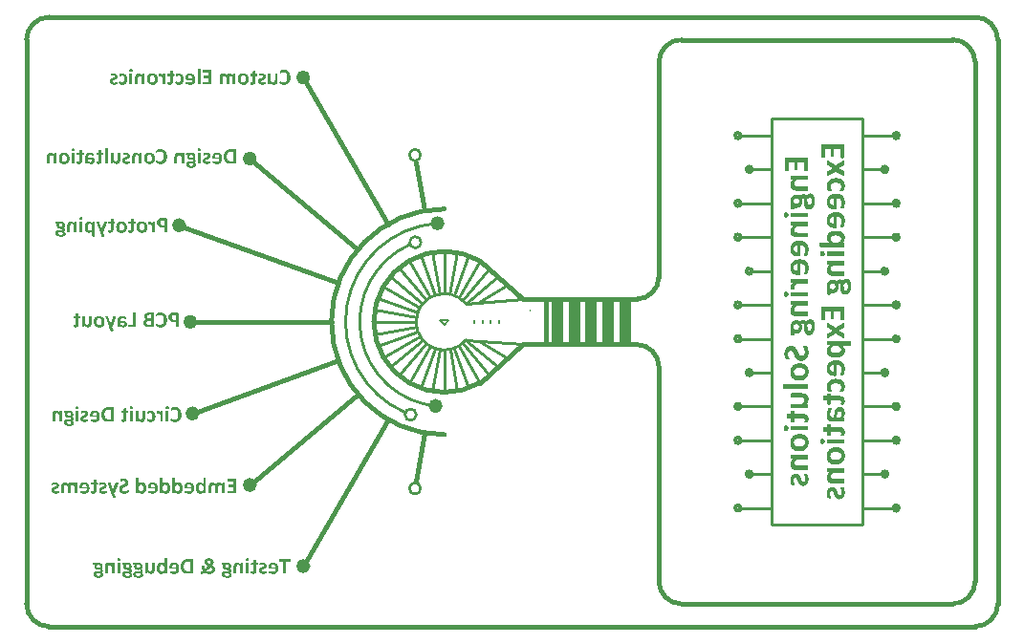
<source format=gbo>
G04*
G04 #@! TF.GenerationSoftware,Altium Limited,Altium Designer,24.1.2 (44)*
G04*
G04 Layer_Color=32896*
%FSLAX44Y44*%
%MOMM*%
G71*
G04*
G04 #@! TF.SameCoordinates,D3952CD8-D2C5-4FB3-AAAE-883DB83010C7*
G04*
G04*
G04 #@! TF.FilePolarity,Positive*
G04*
G01*
G75*
%ADD11C,0.2540*%
%ADD12C,0.2794*%
%ADD13C,0.3810*%
%ADD26C,0.3000*%
%ADD27C,0.2000*%
%ADD28C,0.1270*%
%ADD29R,1.0000X4.0000*%
G36*
X197640Y120373D02*
X196646D01*
X194808Y121134D01*
X193401Y122541D01*
X192640Y124378D01*
Y125373D01*
Y126368D01*
X193401Y128205D01*
X194808Y129612D01*
X196646Y130373D01*
X197640D01*
X198635D01*
X200473Y129612D01*
X201879Y128205D01*
X202640Y126368D01*
Y125373D01*
Y124378D01*
X201879Y122541D01*
X200473Y121134D01*
X198635Y120373D01*
X197640D01*
D01*
D02*
G37*
G36*
X146823Y183770D02*
X145829D01*
X143991Y184532D01*
X142584Y185938D01*
X141823Y187776D01*
Y188770D01*
Y189765D01*
X142584Y191603D01*
X143991Y193009D01*
X145829Y193770D01*
X146823D01*
X147818D01*
X149656Y193009D01*
X151062Y191603D01*
X151823Y189765D01*
Y188770D01*
Y187776D01*
X151062Y185938D01*
X149656Y184532D01*
X147818Y183770D01*
X146823D01*
D01*
D02*
G37*
G36*
X245000Y48494D02*
X244006D01*
X242168Y49255D01*
X240761Y50662D01*
X240000Y52499D01*
Y53494D01*
Y54489D01*
X240761Y56326D01*
X242168Y57733D01*
X244006Y58494D01*
X245000D01*
X245995D01*
X247832Y57733D01*
X249239Y56326D01*
X250000Y54489D01*
Y53494D01*
Y52499D01*
X249239Y50662D01*
X247832Y49255D01*
X245995Y48494D01*
X245000D01*
D01*
D02*
G37*
G36*
X357160Y195411D02*
Y194416D01*
X357921Y192579D01*
X359328Y191172D01*
X361166Y190411D01*
X362160D01*
X363155D01*
X364992Y191172D01*
X366399Y192579D01*
X367160Y194416D01*
Y195411D01*
Y196406D01*
X366399Y198243D01*
X364992Y199650D01*
X363155Y200411D01*
X362160D01*
X361166D01*
X359328Y199650D01*
X357921Y198243D01*
X357160Y196406D01*
Y195411D01*
D01*
D02*
G37*
G36*
X145000Y265000D02*
X144006D01*
X142168Y265761D01*
X140761Y267168D01*
X140000Y269005D01*
Y270000D01*
Y270994D01*
X140761Y272832D01*
X142168Y274239D01*
X144006Y275000D01*
X145000D01*
X145995D01*
X147833Y274239D01*
X149239Y272832D01*
X150000Y270994D01*
Y270000D01*
Y269005D01*
X149239Y267168D01*
X147833Y265761D01*
X145995Y265000D01*
X145000D01*
D01*
D02*
G37*
G36*
X135077Y350505D02*
X134083D01*
X132245Y351266D01*
X130838Y352673D01*
X130077Y354510D01*
Y355505D01*
Y356499D01*
X130838Y358337D01*
X132245Y359744D01*
X134083Y360505D01*
X135077D01*
X136072D01*
X137909Y359744D01*
X139316Y358337D01*
X140077Y356499D01*
Y355505D01*
Y354510D01*
X139316Y352673D01*
X137909Y351266D01*
X136072Y350505D01*
X135077D01*
D01*
D02*
G37*
G36*
X197640Y409627D02*
X196646D01*
X194808Y410388D01*
X193401Y411795D01*
X192640Y413632D01*
Y414627D01*
Y415621D01*
X193401Y417459D01*
X194808Y418866D01*
X196646Y419627D01*
X197640D01*
X198635D01*
X200473Y418866D01*
X201879Y417459D01*
X202640Y415621D01*
Y414627D01*
Y413632D01*
X201879Y411795D01*
X200473Y410388D01*
X198635Y409627D01*
X197640D01*
D01*
D02*
G37*
G36*
X363896Y352287D02*
X362902D01*
X361064Y353048D01*
X359657Y354454D01*
X358896Y356292D01*
Y357287D01*
Y358281D01*
X359657Y360119D01*
X361064Y361525D01*
X362902Y362287D01*
X363896D01*
X364891D01*
X366729Y361525D01*
X368135Y360119D01*
X368896Y358281D01*
Y357287D01*
Y356292D01*
X368135Y354454D01*
X366729Y353048D01*
X364891Y352287D01*
X363896D01*
D01*
D02*
G37*
G36*
X245000Y481506D02*
X244006D01*
X242168Y482267D01*
X240761Y483674D01*
X240000Y485511D01*
Y486506D01*
Y487500D01*
X240761Y489338D01*
X242168Y490745D01*
X244006Y491506D01*
X245000D01*
X245995D01*
X247832Y490745D01*
X249239Y489338D01*
X250000Y487500D01*
Y486506D01*
Y485511D01*
X249239Y483674D01*
X247832Y482267D01*
X245995Y481506D01*
X245000D01*
D01*
D02*
G37*
G36*
X153251Y423603D02*
X153491Y423573D01*
X153686Y423528D01*
X153851Y423468D01*
X153971Y423408D01*
X154046Y423363D01*
X154091Y423333D01*
X154106Y423318D01*
X154211Y423183D01*
X154286Y423033D01*
X154331Y422853D01*
X154361Y422687D01*
X154391Y422522D01*
X154406Y422387D01*
Y422297D01*
Y422282D01*
Y422267D01*
X154391Y422012D01*
X154361Y421802D01*
X154316Y421622D01*
X154256Y421487D01*
X154211Y421381D01*
X154166Y421306D01*
X154136Y421261D01*
X154121Y421246D01*
X153986Y421156D01*
X153821Y421096D01*
X153626Y421036D01*
X153431Y421006D01*
X153266Y420991D01*
X153116Y420976D01*
X152980D01*
X152695Y420991D01*
X152440Y421021D01*
X152245Y421066D01*
X152080Y421126D01*
X151975Y421171D01*
X151884Y421216D01*
X151840Y421246D01*
X151825Y421261D01*
X151719Y421381D01*
X151644Y421547D01*
X151584Y421727D01*
X151554Y421892D01*
X151524Y422057D01*
X151509Y422192D01*
Y422282D01*
Y422297D01*
Y422312D01*
X151524Y422567D01*
X151554Y422777D01*
X151599Y422958D01*
X151659Y423093D01*
X151719Y423198D01*
X151764Y423273D01*
X151795Y423318D01*
X151810Y423333D01*
X151945Y423423D01*
X152110Y423498D01*
X152305Y423543D01*
X152485Y423588D01*
X152665Y423603D01*
X152815Y423618D01*
X152950D01*
X153251Y423603D01*
D02*
G37*
G36*
X41656D02*
X41896Y423573D01*
X42091Y423528D01*
X42256Y423468D01*
X42376Y423408D01*
X42451Y423363D01*
X42497Y423333D01*
X42512Y423318D01*
X42617Y423183D01*
X42692Y423033D01*
X42737Y422853D01*
X42767Y422687D01*
X42797Y422522D01*
X42812Y422387D01*
Y422297D01*
Y422282D01*
Y422267D01*
X42797Y422012D01*
X42767Y421802D01*
X42722Y421622D01*
X42662Y421487D01*
X42617Y421381D01*
X42572Y421306D01*
X42541Y421261D01*
X42526Y421246D01*
X42391Y421156D01*
X42226Y421096D01*
X42031Y421036D01*
X41836Y421006D01*
X41671Y420991D01*
X41521Y420976D01*
X41386D01*
X41100Y420991D01*
X40845Y421021D01*
X40650Y421066D01*
X40485Y421126D01*
X40380Y421171D01*
X40290Y421216D01*
X40245Y421246D01*
X40230Y421261D01*
X40125Y421381D01*
X40050Y421547D01*
X39990Y421727D01*
X39959Y421892D01*
X39929Y422057D01*
X39915Y422192D01*
Y422282D01*
Y422297D01*
Y422312D01*
X39929Y422567D01*
X39959Y422777D01*
X40005Y422958D01*
X40065Y423093D01*
X40125Y423198D01*
X40170Y423273D01*
X40200Y423318D01*
X40215Y423333D01*
X40350Y423423D01*
X40515Y423498D01*
X40710Y423543D01*
X40890Y423588D01*
X41070Y423603D01*
X41220Y423618D01*
X41356D01*
X41656Y423603D01*
D02*
G37*
G36*
X56607Y419850D02*
X56802Y419835D01*
X56968Y419820D01*
X57118Y419790D01*
X57238Y419775D01*
X57298Y419760D01*
X57328D01*
X57523Y419730D01*
X57718Y419685D01*
X57883Y419640D01*
X58033Y419610D01*
X58168Y419580D01*
X58258Y419550D01*
X58334Y419520D01*
X58348D01*
X58514Y419460D01*
X58664Y419400D01*
X58814Y419355D01*
X58934Y419295D01*
X59024Y419250D01*
X59099Y419220D01*
X59144Y419205D01*
X59159Y419190D01*
X59279Y419130D01*
X59384Y419070D01*
X59474Y419025D01*
X59534Y418965D01*
X59594Y418935D01*
X59625Y418904D01*
X59640Y418875D01*
X59654D01*
X59745Y418754D01*
X59790Y418649D01*
X59820Y418574D01*
X59835Y418559D01*
Y418544D01*
X59865Y418394D01*
X59880Y418244D01*
Y418169D01*
Y418109D01*
Y418079D01*
Y418064D01*
Y417899D01*
X59865Y417764D01*
Y417659D01*
Y417644D01*
Y417629D01*
X59835Y417508D01*
X59805Y417403D01*
X59790Y417343D01*
X59775Y417313D01*
X59729Y417238D01*
X59685Y417178D01*
X59654Y417133D01*
X59640Y417118D01*
X59564Y417088D01*
X59504Y417073D01*
X59459Y417058D01*
X59444D01*
X59309Y417073D01*
X59174Y417133D01*
X59114Y417148D01*
X59069Y417178D01*
X59039Y417193D01*
X59024D01*
X58814Y417298D01*
X58619Y417388D01*
X58529Y417433D01*
X58454Y417463D01*
X58408Y417493D01*
X58394D01*
X58093Y417613D01*
X57958Y417674D01*
X57823Y417719D01*
X57703Y417764D01*
X57613Y417779D01*
X57538Y417809D01*
X57523D01*
X57133Y417899D01*
X56952Y417929D01*
X56772Y417944D01*
X56622Y417959D01*
X56232D01*
X56067Y417944D01*
X55932Y417929D01*
X55812Y417914D01*
X55722Y417884D01*
X55662Y417869D01*
X55616Y417854D01*
X55601D01*
X55376Y417764D01*
X55286Y417704D01*
X55211Y417659D01*
X55151Y417613D01*
X55106Y417569D01*
X55091Y417553D01*
X55076Y417538D01*
X54956Y417373D01*
X54866Y417193D01*
X54836Y417118D01*
X54806Y417073D01*
X54791Y417028D01*
Y417013D01*
X54731Y416773D01*
X54716Y416533D01*
X54701Y416428D01*
Y416353D01*
Y416292D01*
Y416278D01*
Y415752D01*
X56007D01*
X56412Y415722D01*
X56757Y415692D01*
X57073Y415662D01*
X57208Y415647D01*
X57328Y415632D01*
X57433Y415617D01*
X57508Y415602D01*
X57583Y415587D01*
X57628D01*
X57658Y415572D01*
X57673D01*
X57988Y415497D01*
X58273Y415407D01*
X58544Y415317D01*
X58754Y415227D01*
X58934Y415152D01*
X59069Y415077D01*
X59144Y415032D01*
X59174Y415017D01*
X59384Y414866D01*
X59564Y414701D01*
X59729Y414551D01*
X59850Y414401D01*
X59955Y414266D01*
X60015Y414161D01*
X60060Y414086D01*
X60075Y414056D01*
X60180Y413831D01*
X60255Y413605D01*
X60300Y413380D01*
X60330Y413170D01*
X60360Y412975D01*
X60375Y412840D01*
Y412780D01*
Y412735D01*
Y412720D01*
Y412705D01*
X60360Y412450D01*
X60345Y412209D01*
X60300Y411984D01*
X60255Y411804D01*
X60225Y411654D01*
X60180Y411534D01*
X60165Y411474D01*
X60150Y411444D01*
X60045Y411249D01*
X59940Y411084D01*
X59835Y410933D01*
X59714Y410798D01*
X59625Y410693D01*
X59549Y410603D01*
X59489Y410558D01*
X59474Y410543D01*
X59309Y410423D01*
X59129Y410303D01*
X58949Y410213D01*
X58799Y410138D01*
X58649Y410078D01*
X58544Y410033D01*
X58469Y410018D01*
X58439Y410003D01*
X58213Y409943D01*
X57973Y409898D01*
X57763Y409868D01*
X57553Y409853D01*
X57388Y409838D01*
X57253Y409823D01*
X57133D01*
X56817Y409838D01*
X56532Y409868D01*
X56262Y409928D01*
X56037Y409988D01*
X55842Y410033D01*
X55691Y410093D01*
X55601Y410123D01*
X55586Y410138D01*
X55571D01*
X55316Y410273D01*
X55076Y410423D01*
X54866Y410573D01*
X54686Y410723D01*
X54536Y410858D01*
X54415Y410964D01*
X54356Y411023D01*
X54325Y411054D01*
Y410348D01*
X54310Y410258D01*
X54280Y410183D01*
X54250Y410138D01*
X54235Y410123D01*
X54145Y410078D01*
X54055Y410048D01*
X53980Y410018D01*
X53950D01*
X53860Y410003D01*
X53755D01*
X53545Y409988D01*
X53019D01*
X52899Y410003D01*
X52749D01*
X52704Y410018D01*
X52659D01*
X52524Y410048D01*
X52419Y410078D01*
X52359Y410108D01*
X52344Y410123D01*
X52284Y410198D01*
X52254Y410273D01*
X52239Y410333D01*
Y410348D01*
Y416338D01*
X52254Y416668D01*
X52269Y416983D01*
X52314Y417253D01*
X52344Y417478D01*
X52389Y417674D01*
X52434Y417809D01*
X52449Y417899D01*
X52464Y417929D01*
X52554Y418169D01*
X52674Y418379D01*
X52779Y418574D01*
X52899Y418724D01*
X53004Y418859D01*
X53095Y418950D01*
X53155Y419010D01*
X53170Y419025D01*
X53365Y419175D01*
X53560Y419295D01*
X53770Y419415D01*
X53965Y419505D01*
X54130Y419565D01*
X54280Y419610D01*
X54370Y419640D01*
X54385Y419655D01*
X54401D01*
X54686Y419730D01*
X54986Y419775D01*
X55286Y419820D01*
X55556Y419835D01*
X55812Y419850D01*
X55902Y419865D01*
X56397D01*
X56607Y419850D01*
D02*
G37*
G36*
X118860Y423168D02*
X119310Y423108D01*
X119730Y423048D01*
X119910Y423003D01*
X120090Y422958D01*
X120240Y422912D01*
X120391Y422882D01*
X120511Y422837D01*
X120616Y422808D01*
X120706Y422777D01*
X120766Y422747D01*
X120796Y422732D01*
X120811D01*
X121201Y422552D01*
X121561Y422342D01*
X121892Y422117D01*
X122162Y421907D01*
X122387Y421712D01*
X122477Y421622D01*
X122567Y421562D01*
X122627Y421502D01*
X122672Y421456D01*
X122687Y421426D01*
X122702Y421411D01*
X122973Y421066D01*
X123228Y420706D01*
X123423Y420346D01*
X123603Y420000D01*
X123678Y419850D01*
X123738Y419700D01*
X123798Y419580D01*
X123843Y419460D01*
X123873Y419370D01*
X123903Y419310D01*
X123918Y419265D01*
Y419250D01*
X124068Y418754D01*
X124173Y418259D01*
X124249Y417764D01*
X124294Y417313D01*
X124324Y417103D01*
Y416923D01*
X124339Y416758D01*
X124354Y416608D01*
Y416503D01*
Y416413D01*
Y416353D01*
Y416338D01*
X124339Y415752D01*
X124294Y415212D01*
X124264Y414957D01*
X124234Y414731D01*
X124188Y414506D01*
X124158Y414311D01*
X124129Y414131D01*
X124083Y413966D01*
X124053Y413831D01*
X124023Y413711D01*
X123993Y413620D01*
X123978Y413560D01*
X123963Y413515D01*
Y413500D01*
X123798Y413065D01*
X123618Y412675D01*
X123423Y412314D01*
X123228Y412029D01*
X123153Y411894D01*
X123063Y411789D01*
X122988Y411684D01*
X122928Y411609D01*
X122882Y411549D01*
X122837Y411504D01*
X122823Y411474D01*
X122808Y411459D01*
X122507Y411174D01*
X122207Y410933D01*
X121907Y410723D01*
X121622Y410543D01*
X121366Y410408D01*
X121261Y410363D01*
X121171Y410318D01*
X121096Y410288D01*
X121036Y410258D01*
X121006Y410243D01*
X120991D01*
X120586Y410108D01*
X120165Y410003D01*
X119760Y409943D01*
X119385Y409883D01*
X119220Y409868D01*
X119070Y409853D01*
X118934D01*
X118814Y409838D01*
X118334D01*
X118109Y409853D01*
X117899Y409868D01*
X117704Y409898D01*
X117554Y409913D01*
X117433Y409928D01*
X117358Y409943D01*
X117328D01*
X117118Y409988D01*
X116923Y410033D01*
X116743Y410078D01*
X116593Y410123D01*
X116473Y410153D01*
X116368Y410183D01*
X116307Y410213D01*
X116292D01*
X116127Y410273D01*
X115977Y410333D01*
X115857Y410393D01*
X115737Y410453D01*
X115647Y410498D01*
X115587Y410528D01*
X115542Y410543D01*
X115527Y410558D01*
X115422Y410618D01*
X115332Y410678D01*
X115257Y410738D01*
X115197Y410783D01*
X115122Y410843D01*
X115107Y410858D01*
X115031Y410933D01*
X114972Y411008D01*
X114957Y411039D01*
X114942Y411054D01*
X114896Y411129D01*
X114866Y411189D01*
X114851Y411249D01*
Y411264D01*
X114836Y411369D01*
X114821Y411459D01*
X114806Y411534D01*
Y411564D01*
X114791Y411714D01*
Y411849D01*
Y411909D01*
Y411954D01*
Y411984D01*
Y411999D01*
Y412134D01*
Y412239D01*
X114806Y412345D01*
Y412420D01*
Y412480D01*
X114821Y412525D01*
Y412555D01*
Y412570D01*
X114836Y412705D01*
X114851Y412810D01*
X114866Y412885D01*
X114881Y412900D01*
X114911Y412975D01*
X114942Y413035D01*
X114957Y413050D01*
X114972Y413065D01*
X115016Y413095D01*
X115077Y413110D01*
X115197D01*
X115257Y413080D01*
X115377Y413035D01*
X115467Y412975D01*
X115497Y412960D01*
X115512Y412945D01*
X115707Y412825D01*
X115902Y412705D01*
X115977Y412660D01*
X116052Y412615D01*
X116097Y412600D01*
X116112Y412585D01*
X116398Y412450D01*
X116548Y412389D01*
X116683Y412329D01*
X116803Y412285D01*
X116893Y412254D01*
X116953Y412239D01*
X116983Y412224D01*
X117178Y412164D01*
X117388Y412134D01*
X117584Y412104D01*
X117779Y412074D01*
X117944D01*
X118064Y412059D01*
X118184D01*
X118469Y412074D01*
X118724Y412104D01*
X118949Y412134D01*
X119160Y412194D01*
X119325Y412239D01*
X119460Y412270D01*
X119535Y412299D01*
X119565Y412314D01*
X119790Y412435D01*
X119985Y412555D01*
X120165Y412690D01*
X120316Y412825D01*
X120451Y412945D01*
X120541Y413035D01*
X120601Y413095D01*
X120616Y413125D01*
X120766Y413335D01*
X120901Y413560D01*
X121021Y413801D01*
X121111Y414011D01*
X121186Y414206D01*
X121246Y414356D01*
X121261Y414416D01*
X121276Y414461D01*
X121291Y414476D01*
Y414491D01*
X121366Y414821D01*
X121426Y415152D01*
X121456Y415482D01*
X121486Y415797D01*
X121502Y416067D01*
X121517Y416187D01*
Y416278D01*
Y416368D01*
Y416428D01*
Y416458D01*
Y416473D01*
X121502Y416848D01*
X121486Y417208D01*
X121456Y417523D01*
X121411Y417794D01*
X121366Y418019D01*
X121351Y418109D01*
X121336Y418184D01*
X121321Y418259D01*
Y418304D01*
X121306Y418319D01*
Y418334D01*
X121216Y418634D01*
X121111Y418919D01*
X121006Y419160D01*
X120901Y419370D01*
X120811Y419535D01*
X120736Y419655D01*
X120676Y419730D01*
X120661Y419760D01*
X120496Y419970D01*
X120331Y420150D01*
X120150Y420301D01*
X119985Y420436D01*
X119850Y420526D01*
X119745Y420601D01*
X119670Y420646D01*
X119640Y420661D01*
X119400Y420766D01*
X119160Y420841D01*
X118934Y420901D01*
X118724Y420931D01*
X118529Y420961D01*
X118394Y420976D01*
X118004D01*
X117779Y420946D01*
X117569Y420916D01*
X117388Y420886D01*
X117253Y420856D01*
X117148Y420826D01*
X117073Y420811D01*
X117058Y420796D01*
X116878Y420721D01*
X116713Y420661D01*
X116563Y420601D01*
X116428Y420541D01*
X116322Y420481D01*
X116248Y420436D01*
X116202Y420421D01*
X116187Y420406D01*
X115947Y420256D01*
X115842Y420196D01*
X115752Y420135D01*
X115692Y420090D01*
X115647Y420045D01*
X115617Y420030D01*
X115602Y420015D01*
X115512Y419955D01*
X115437Y419925D01*
X115317Y419865D01*
X115242Y419850D01*
X115212D01*
X115152Y419865D01*
X115107Y419880D01*
X115077Y419895D01*
X115062Y419910D01*
X115016Y419970D01*
X114972Y420030D01*
X114957Y420075D01*
X114942Y420090D01*
X114896Y420196D01*
X114881Y420316D01*
X114866Y420406D01*
Y420421D01*
Y420436D01*
X114851Y420601D01*
X114836Y420766D01*
Y420841D01*
Y420901D01*
Y420931D01*
Y420946D01*
Y421141D01*
Y421291D01*
X114851Y421336D01*
Y421381D01*
Y421396D01*
Y421411D01*
X114866Y421547D01*
X114881Y421652D01*
X114896Y421712D01*
Y421742D01*
X114927Y421847D01*
X114957Y421922D01*
X114972Y421967D01*
X114986Y421982D01*
X115031Y422057D01*
X115092Y422117D01*
X115152Y422177D01*
X115167Y422192D01*
X115227Y422252D01*
X115302Y422297D01*
X115452Y422402D01*
X115527Y422447D01*
X115587Y422477D01*
X115632Y422492D01*
X115647Y422507D01*
X115902Y422642D01*
X116037Y422702D01*
X116157Y422747D01*
X116263Y422792D01*
X116337Y422822D01*
X116398Y422853D01*
X116413D01*
X116728Y422958D01*
X116893Y422988D01*
X117028Y423033D01*
X117148Y423063D01*
X117238Y423078D01*
X117298Y423093D01*
X117328D01*
X117704Y423153D01*
X117869Y423168D01*
X118034D01*
X118169Y423183D01*
X118364D01*
X118860Y423168D01*
D02*
G37*
G36*
X82066Y419685D02*
X82232D01*
X82292Y419670D01*
X82337D01*
X82502Y419640D01*
X82622Y419625D01*
X82697Y419610D01*
X82727Y419595D01*
X82817Y419565D01*
X82877Y419520D01*
X82907Y419490D01*
X82922Y419475D01*
X82952Y419415D01*
X82967Y419355D01*
Y419310D01*
Y419295D01*
Y413846D01*
Y413485D01*
X82937Y413155D01*
X82922Y412855D01*
X82892Y412615D01*
X82862Y412405D01*
X82847Y412254D01*
X82832Y412209D01*
X82817Y412164D01*
Y412149D01*
Y412134D01*
X82742Y411894D01*
X82667Y411669D01*
X82562Y411459D01*
X82472Y411279D01*
X82397Y411129D01*
X82322Y411023D01*
X82277Y410964D01*
X82262Y410933D01*
X82112Y410753D01*
X81946Y410588D01*
X81766Y410438D01*
X81616Y410318D01*
X81466Y410228D01*
X81361Y410168D01*
X81286Y410123D01*
X81256Y410108D01*
X81001Y410018D01*
X80745Y409943D01*
X80490Y409898D01*
X80250Y409853D01*
X80025Y409838D01*
X79860Y409823D01*
X79710D01*
X79409Y409838D01*
X79109Y409883D01*
X78854Y409943D01*
X78614Y410018D01*
X78419Y410093D01*
X78269Y410153D01*
X78209Y410183D01*
X78163Y410198D01*
X78148Y410213D01*
X78134D01*
X77848Y410378D01*
X77578Y410573D01*
X77323Y410768D01*
X77083Y410964D01*
X76888Y411144D01*
X76753Y411279D01*
X76692Y411339D01*
X76647Y411384D01*
X76632Y411399D01*
X76617Y411414D01*
Y410378D01*
X76602Y410303D01*
X76587Y410243D01*
X76572Y410213D01*
Y410198D01*
X76527Y410153D01*
X76467Y410108D01*
X76422Y410093D01*
X76407Y410078D01*
X76302Y410063D01*
X76197Y410033D01*
X76107Y410018D01*
X76077D01*
X75912Y410003D01*
X75732Y409988D01*
X75341D01*
X75176Y410003D01*
X75116D01*
X75071Y410018D01*
X75041D01*
X74906Y410048D01*
X74801Y410063D01*
X74726Y410078D01*
X74711D01*
X74621Y410123D01*
X74576Y410153D01*
X74546Y410183D01*
X74531Y410198D01*
X74501Y410258D01*
X74471Y410318D01*
Y410363D01*
Y410378D01*
Y419295D01*
X74486Y419370D01*
X74501Y419430D01*
X74516Y419460D01*
X74531Y419475D01*
X74591Y419520D01*
X74651Y419565D01*
X74711Y419580D01*
X74741Y419595D01*
X74861Y419625D01*
X74981Y419655D01*
X75071Y419670D01*
X75116D01*
X75311Y419685D01*
X75507Y419700D01*
X75972D01*
X76077Y419685D01*
X76242D01*
X76287Y419670D01*
X76332D01*
X76497Y419640D01*
X76617Y419625D01*
X76692Y419610D01*
X76722Y419595D01*
X76813Y419565D01*
X76873Y419520D01*
X76903Y419490D01*
X76918Y419475D01*
X76948Y419415D01*
X76963Y419355D01*
Y419310D01*
Y419295D01*
Y413365D01*
X77173Y413140D01*
X77368Y412930D01*
X77533Y412750D01*
X77698Y412615D01*
X77833Y412510D01*
X77923Y412420D01*
X77983Y412374D01*
X78013Y412360D01*
X78194Y412239D01*
X78359Y412164D01*
X78524Y412104D01*
X78674Y412059D01*
X78794Y412029D01*
X78884Y412014D01*
X78974D01*
X79229Y412029D01*
X79349Y412059D01*
X79440Y412089D01*
X79530Y412104D01*
X79590Y412134D01*
X79620Y412149D01*
X79635D01*
X79830Y412270D01*
X79980Y412405D01*
X80040Y412465D01*
X80085Y412510D01*
X80100Y412540D01*
X80115Y412555D01*
X80235Y412765D01*
X80310Y412975D01*
X80340Y413050D01*
X80370Y413125D01*
X80385Y413170D01*
Y413185D01*
X80415Y413335D01*
X80430Y413515D01*
X80445Y413695D01*
Y413861D01*
X80460Y414026D01*
Y414146D01*
Y414236D01*
Y414251D01*
Y414266D01*
Y419295D01*
X80475Y419370D01*
X80490Y419430D01*
X80505Y419460D01*
X80520Y419475D01*
X80580Y419520D01*
X80640Y419565D01*
X80701Y419580D01*
X80730Y419595D01*
X80851Y419625D01*
X80986Y419655D01*
X81076Y419670D01*
X81121D01*
X81316Y419685D01*
X81511Y419700D01*
X81961D01*
X82066Y419685D01*
D02*
G37*
G36*
X65599Y422027D02*
X65764D01*
X65824Y422012D01*
X65869D01*
X66034Y421982D01*
X66154Y421952D01*
X66230Y421937D01*
X66259Y421922D01*
X66350Y421877D01*
X66410Y421832D01*
X66440Y421802D01*
X66455Y421787D01*
X66485Y421727D01*
X66500Y421682D01*
Y421637D01*
Y421622D01*
Y419640D01*
X67565D01*
X67641Y419625D01*
X67701Y419610D01*
X67731Y419595D01*
X67746Y419580D01*
X67791Y419535D01*
X67836Y419475D01*
X67851Y419430D01*
X67866Y419415D01*
X67896Y419325D01*
X67926Y419220D01*
X67941Y419130D01*
Y419115D01*
Y419100D01*
X67956Y418950D01*
Y418784D01*
Y418724D01*
Y418664D01*
Y418634D01*
Y418619D01*
Y418424D01*
X67941Y418259D01*
X67926Y418124D01*
X67911Y418019D01*
X67896Y417929D01*
X67881Y417869D01*
X67866Y417839D01*
Y417824D01*
X67821Y417749D01*
X67776Y417689D01*
X67731Y417659D01*
X67686Y417629D01*
X67611Y417598D01*
X66500D01*
Y413035D01*
X66485Y412735D01*
X66470Y412465D01*
X66440Y412224D01*
X66410Y412014D01*
X66380Y411849D01*
X66365Y411714D01*
X66335Y411639D01*
Y411609D01*
X66259Y411399D01*
X66184Y411204D01*
X66094Y411039D01*
X66004Y410888D01*
X65929Y410768D01*
X65869Y410693D01*
X65824Y410633D01*
X65809Y410618D01*
X65659Y410483D01*
X65509Y410363D01*
X65359Y410273D01*
X65224Y410183D01*
X65104Y410123D01*
X64998Y410078D01*
X64939Y410063D01*
X64908Y410048D01*
X64698Y409988D01*
X64473Y409943D01*
X64248Y409898D01*
X64053Y409883D01*
X63873Y409868D01*
X63723Y409853D01*
X63392D01*
X63212Y409868D01*
X63152D01*
X63092Y409883D01*
X63047D01*
X62852Y409913D01*
X62687Y409943D01*
X62627Y409958D01*
X62582D01*
X62552Y409973D01*
X62537D01*
X62372Y410018D01*
X62236Y410063D01*
X62161Y410078D01*
X62131Y410093D01*
X62011Y410153D01*
X61921Y410198D01*
X61876Y410243D01*
X61861Y410258D01*
X61801Y410348D01*
X61756Y410453D01*
X61726Y410543D01*
X61711Y410573D01*
Y410588D01*
X61696Y410693D01*
X61681Y410798D01*
X61651Y411023D01*
Y411114D01*
Y411189D01*
Y411249D01*
Y411264D01*
Y411444D01*
X61666Y411594D01*
X61681Y411684D01*
Y411699D01*
Y411714D01*
X61696Y411834D01*
X61726Y411924D01*
X61741Y411984D01*
Y411999D01*
X61771Y412059D01*
X61801Y412104D01*
X61816Y412134D01*
X61831D01*
X61861Y412164D01*
X61906Y412179D01*
X61996D01*
X62041Y412164D01*
X62086Y412149D01*
X62101Y412134D01*
X62161Y412104D01*
X62236Y412089D01*
X62281Y412074D01*
X62312Y412059D01*
X62402Y412029D01*
X62492Y411999D01*
X62567Y411984D01*
X62597D01*
X62717Y411969D01*
X62822Y411954D01*
X62942D01*
X63152Y411969D01*
X63317Y412014D01*
X63467Y412074D01*
X63573Y412134D01*
X63663Y412194D01*
X63723Y412254D01*
X63753Y412299D01*
X63768Y412314D01*
X63843Y412465D01*
X63903Y412645D01*
X63933Y412825D01*
X63963Y413005D01*
X63978Y413155D01*
X63993Y413290D01*
Y413380D01*
Y413395D01*
Y413410D01*
Y417598D01*
X62041D01*
X61981Y417613D01*
X61921Y417629D01*
X61831Y417719D01*
X61771Y417794D01*
X61756Y417809D01*
Y417824D01*
X61726Y417929D01*
X61696Y418049D01*
X61666Y418319D01*
X61651Y418424D01*
Y418529D01*
Y418589D01*
Y418619D01*
Y418814D01*
X61666Y418965D01*
Y419025D01*
X61681Y419070D01*
Y419085D01*
Y419100D01*
X61711Y419235D01*
X61726Y419340D01*
X61741Y419400D01*
X61756Y419415D01*
X61786Y419490D01*
X61831Y419550D01*
X61861Y419565D01*
X61876Y419580D01*
X61936Y419610D01*
X61996Y419640D01*
X63993D01*
Y421622D01*
X64008Y421682D01*
X64023Y421742D01*
X64038Y421772D01*
X64053Y421787D01*
X64113Y421847D01*
X64173Y421892D01*
X64233Y421907D01*
X64263Y421922D01*
X64383Y421967D01*
X64503Y421997D01*
X64563D01*
X64608Y422012D01*
X64653D01*
X64848Y422027D01*
X65044Y422042D01*
X65494D01*
X65599Y422027D01*
D02*
G37*
G36*
X48396D02*
X48561D01*
X48621Y422012D01*
X48666D01*
X48831Y421982D01*
X48951Y421952D01*
X49026Y421937D01*
X49056Y421922D01*
X49146Y421877D01*
X49207Y421832D01*
X49237Y421802D01*
X49252Y421787D01*
X49282Y421727D01*
X49297Y421682D01*
Y421637D01*
Y421622D01*
Y419640D01*
X50362D01*
X50437Y419625D01*
X50497Y419610D01*
X50528Y419595D01*
X50543Y419580D01*
X50588Y419535D01*
X50633Y419475D01*
X50648Y419430D01*
X50663Y419415D01*
X50693Y419325D01*
X50723Y419220D01*
X50738Y419130D01*
Y419115D01*
Y419100D01*
X50753Y418950D01*
Y418784D01*
Y418724D01*
Y418664D01*
Y418634D01*
Y418619D01*
Y418424D01*
X50738Y418259D01*
X50723Y418124D01*
X50708Y418019D01*
X50693Y417929D01*
X50678Y417869D01*
X50663Y417839D01*
Y417824D01*
X50618Y417749D01*
X50573Y417689D01*
X50528Y417659D01*
X50483Y417629D01*
X50408Y417598D01*
X49297D01*
Y413035D01*
X49282Y412735D01*
X49267Y412465D01*
X49237Y412224D01*
X49207Y412014D01*
X49177Y411849D01*
X49162Y411714D01*
X49131Y411639D01*
Y411609D01*
X49056Y411399D01*
X48981Y411204D01*
X48891Y411039D01*
X48801Y410888D01*
X48726Y410768D01*
X48666Y410693D01*
X48621Y410633D01*
X48606Y410618D01*
X48456Y410483D01*
X48306Y410363D01*
X48156Y410273D01*
X48021Y410183D01*
X47901Y410123D01*
X47796Y410078D01*
X47735Y410063D01*
X47705Y410048D01*
X47495Y409988D01*
X47270Y409943D01*
X47045Y409898D01*
X46850Y409883D01*
X46670Y409868D01*
X46519Y409853D01*
X46189D01*
X46009Y409868D01*
X45949D01*
X45889Y409883D01*
X45844D01*
X45649Y409913D01*
X45484Y409943D01*
X45424Y409958D01*
X45379D01*
X45349Y409973D01*
X45334D01*
X45168Y410018D01*
X45033Y410063D01*
X44958Y410078D01*
X44928Y410093D01*
X44808Y410153D01*
X44718Y410198D01*
X44673Y410243D01*
X44658Y410258D01*
X44598Y410348D01*
X44553Y410453D01*
X44523Y410543D01*
X44508Y410573D01*
Y410588D01*
X44493Y410693D01*
X44478Y410798D01*
X44448Y411023D01*
Y411114D01*
Y411189D01*
Y411249D01*
Y411264D01*
Y411444D01*
X44463Y411594D01*
X44478Y411684D01*
Y411699D01*
Y411714D01*
X44493Y411834D01*
X44523Y411924D01*
X44538Y411984D01*
Y411999D01*
X44568Y412059D01*
X44598Y412104D01*
X44613Y412134D01*
X44628D01*
X44658Y412164D01*
X44703Y412179D01*
X44793D01*
X44838Y412164D01*
X44883Y412149D01*
X44898Y412134D01*
X44958Y412104D01*
X45033Y412089D01*
X45078Y412074D01*
X45108Y412059D01*
X45198Y412029D01*
X45289Y411999D01*
X45364Y411984D01*
X45394D01*
X45514Y411969D01*
X45619Y411954D01*
X45739D01*
X45949Y411969D01*
X46114Y412014D01*
X46264Y412074D01*
X46369Y412134D01*
X46459Y412194D01*
X46519Y412254D01*
X46550Y412299D01*
X46564Y412314D01*
X46640Y412465D01*
X46700Y412645D01*
X46730Y412825D01*
X46760Y413005D01*
X46775Y413155D01*
X46790Y413290D01*
Y413380D01*
Y413395D01*
Y413410D01*
Y417598D01*
X44838D01*
X44778Y417613D01*
X44718Y417629D01*
X44628Y417719D01*
X44568Y417794D01*
X44553Y417809D01*
Y417824D01*
X44523Y417929D01*
X44493Y418049D01*
X44463Y418319D01*
X44448Y418424D01*
Y418529D01*
Y418589D01*
Y418619D01*
Y418814D01*
X44463Y418965D01*
Y419025D01*
X44478Y419070D01*
Y419085D01*
Y419100D01*
X44508Y419235D01*
X44523Y419340D01*
X44538Y419400D01*
X44553Y419415D01*
X44583Y419490D01*
X44628Y419550D01*
X44658Y419565D01*
X44673Y419580D01*
X44733Y419610D01*
X44793Y419640D01*
X46790D01*
Y421622D01*
X46805Y421682D01*
X46820Y421742D01*
X46835Y421772D01*
X46850Y421787D01*
X46910Y421847D01*
X46970Y421892D01*
X47030Y421907D01*
X47060Y421922D01*
X47180Y421967D01*
X47300Y421997D01*
X47360D01*
X47405Y422012D01*
X47450D01*
X47645Y422027D01*
X47840Y422042D01*
X48291D01*
X48396Y422027D01*
D02*
G37*
G36*
X169058Y419850D02*
X169403Y419805D01*
X169733Y419745D01*
X170018Y419685D01*
X170243Y419625D01*
X170349Y419595D01*
X170424Y419565D01*
X170484Y419535D01*
X170529Y419520D01*
X170559Y419505D01*
X170574D01*
X170874Y419370D01*
X171144Y419205D01*
X171399Y419040D01*
X171595Y418875D01*
X171775Y418724D01*
X171895Y418604D01*
X171970Y418529D01*
X172000Y418514D01*
Y418499D01*
X172210Y418244D01*
X172390Y417974D01*
X172540Y417704D01*
X172675Y417448D01*
X172765Y417223D01*
X172810Y417118D01*
X172840Y417043D01*
X172871Y416968D01*
X172885Y416923D01*
X172901Y416893D01*
Y416878D01*
X173006Y416518D01*
X173081Y416142D01*
X173126Y415782D01*
X173156Y415452D01*
X173171Y415302D01*
X173186Y415152D01*
Y415032D01*
X173201Y414926D01*
Y414851D01*
Y414791D01*
Y414746D01*
Y414731D01*
X173186Y414281D01*
X173156Y413861D01*
X173111Y413500D01*
X173051Y413170D01*
X173036Y413035D01*
X173006Y412915D01*
X172976Y412810D01*
X172960Y412720D01*
X172945Y412645D01*
X172931Y412600D01*
X172915Y412570D01*
Y412555D01*
X172795Y412224D01*
X172645Y411924D01*
X172495Y411669D01*
X172345Y411444D01*
X172225Y411264D01*
X172120Y411129D01*
X172045Y411054D01*
X172015Y411023D01*
X171775Y410813D01*
X171535Y410618D01*
X171279Y410468D01*
X171039Y410333D01*
X170844Y410243D01*
X170679Y410168D01*
X170619Y410138D01*
X170574Y410123D01*
X170544Y410108D01*
X170529D01*
X170183Y410018D01*
X169823Y409943D01*
X169478Y409898D01*
X169148Y409853D01*
X168862Y409838D01*
X168742D01*
X168637Y409823D01*
X168202D01*
X167977Y409838D01*
X167767Y409853D01*
X167571Y409868D01*
X167421Y409883D01*
X167316Y409898D01*
X167241Y409913D01*
X167211D01*
X167001Y409943D01*
X166806Y409988D01*
X166626Y410018D01*
X166476Y410048D01*
X166355Y410078D01*
X166250Y410093D01*
X166190Y410108D01*
X166175D01*
X166010Y410153D01*
X165875Y410183D01*
X165740Y410228D01*
X165635Y410258D01*
X165560Y410288D01*
X165485Y410318D01*
X165455Y410333D01*
X165440D01*
X165335Y410378D01*
X165260Y410423D01*
X165200Y410453D01*
X165140Y410483D01*
X165095Y410513D01*
X165080Y410528D01*
X165005Y410633D01*
X164974Y410663D01*
Y410678D01*
X164929Y410798D01*
X164914Y410843D01*
Y410858D01*
X164899Y410948D01*
Y411023D01*
X164884Y411084D01*
Y411114D01*
X164869Y411249D01*
Y411369D01*
Y411459D01*
Y411474D01*
Y411489D01*
Y411669D01*
Y411789D01*
X164884Y411879D01*
Y411909D01*
X164899Y412014D01*
X164914Y412104D01*
X164929Y412149D01*
X164944Y412164D01*
X164974Y412224D01*
X165019Y412254D01*
X165035Y412285D01*
X165049D01*
X165095Y412314D01*
X165140Y412329D01*
X165200D01*
X165320Y412314D01*
X165455Y412285D01*
X165545Y412239D01*
X165575Y412224D01*
X165590D01*
X165785Y412149D01*
X165980Y412089D01*
X166070Y412059D01*
X166130Y412029D01*
X166175Y412014D01*
X166190D01*
X166476Y411924D01*
X166626Y411894D01*
X166761Y411864D01*
X166881Y411834D01*
X166971Y411819D01*
X167031Y411804D01*
X167061D01*
X167256Y411774D01*
X167451Y411759D01*
X167647Y411729D01*
X167827D01*
X167977Y411714D01*
X168217D01*
X168442Y411729D01*
X168667Y411744D01*
X168847Y411774D01*
X169013Y411804D01*
X169148Y411834D01*
X169238Y411849D01*
X169313Y411879D01*
X169328D01*
X169493Y411954D01*
X169643Y412029D01*
X169778Y412104D01*
X169883Y412194D01*
X169973Y412254D01*
X170033Y412314D01*
X170078Y412360D01*
X170093Y412374D01*
X170198Y412510D01*
X170289Y412645D01*
X170364Y412765D01*
X170424Y412900D01*
X170469Y413005D01*
X170499Y413095D01*
X170529Y413155D01*
Y413170D01*
X170604Y413530D01*
X170619Y413695D01*
X170634Y413861D01*
X170649Y413996D01*
Y414116D01*
Y414176D01*
Y414206D01*
X165230D01*
X165095Y414221D01*
X164989Y414236D01*
X164884Y414266D01*
X164809Y414311D01*
X164749Y414356D01*
X164704Y414386D01*
X164674Y414401D01*
X164659Y414416D01*
X164584Y414506D01*
X164539Y414611D01*
X164479Y414836D01*
X164464Y414941D01*
X164449Y415017D01*
Y415077D01*
Y415092D01*
Y415497D01*
X164464Y415842D01*
X164479Y416157D01*
X164524Y416458D01*
X164569Y416713D01*
X164614Y416923D01*
X164644Y417088D01*
X164659Y417148D01*
X164674Y417193D01*
X164689Y417208D01*
Y417223D01*
X164794Y417523D01*
X164914Y417779D01*
X165035Y418019D01*
X165155Y418229D01*
X165260Y418394D01*
X165350Y418514D01*
X165410Y418589D01*
X165440Y418619D01*
X165635Y418829D01*
X165860Y419010D01*
X166070Y419160D01*
X166280Y419295D01*
X166461Y419400D01*
X166611Y419475D01*
X166671Y419505D01*
X166716Y419520D01*
X166731Y419535D01*
X166746D01*
X167061Y419640D01*
X167376Y419730D01*
X167707Y419790D01*
X168007Y419820D01*
X168262Y419850D01*
X168382D01*
X168472Y419865D01*
X168667D01*
X169058Y419850D01*
D02*
G37*
G36*
X184774Y422958D02*
X184880Y422943D01*
X184970Y422912D01*
X185060Y422882D01*
X185120Y422837D01*
X185165Y422808D01*
X185195Y422792D01*
X185210Y422777D01*
X185285Y422687D01*
X185330Y422597D01*
X185390Y422387D01*
X185405Y422282D01*
X185420Y422207D01*
Y422147D01*
Y422132D01*
Y410873D01*
X185405Y410723D01*
X185390Y410588D01*
X185360Y410468D01*
X185315Y410378D01*
X185270Y410318D01*
X185240Y410273D01*
X185225Y410243D01*
X185210Y410228D01*
X185120Y410168D01*
X185030Y410123D01*
X184850Y410078D01*
X184774Y410063D01*
X184715Y410048D01*
X181562D01*
X180947Y410063D01*
X180646Y410078D01*
X180376Y410108D01*
X180121Y410138D01*
X179881Y410168D01*
X179641Y410198D01*
X179445Y410228D01*
X179250Y410258D01*
X179085Y410288D01*
X178950Y410318D01*
X178830Y410348D01*
X178725Y410378D01*
X178665Y410393D01*
X178620Y410408D01*
X178605D01*
X178155Y410573D01*
X177749Y410753D01*
X177389Y410948D01*
X177074Y411129D01*
X176954Y411219D01*
X176833Y411309D01*
X176728Y411384D01*
X176638Y411444D01*
X176578Y411504D01*
X176533Y411549D01*
X176503Y411564D01*
X176488Y411579D01*
X176173Y411894D01*
X175918Y412239D01*
X175678Y412585D01*
X175497Y412915D01*
X175347Y413215D01*
X175287Y413335D01*
X175242Y413440D01*
X175197Y413530D01*
X175167Y413591D01*
X175152Y413635D01*
Y413651D01*
X175002Y414146D01*
X174882Y414656D01*
X174807Y415167D01*
X174747Y415647D01*
X174732Y415872D01*
X174717Y416067D01*
X174702Y416247D01*
X174687Y416398D01*
Y416518D01*
Y416623D01*
Y416683D01*
Y416698D01*
X174702Y417253D01*
X174747Y417764D01*
X174792Y418004D01*
X174822Y418229D01*
X174867Y418439D01*
X174897Y418619D01*
X174942Y418799D01*
X174987Y418950D01*
X175017Y419085D01*
X175047Y419190D01*
X175077Y419280D01*
X175107Y419340D01*
X175122Y419385D01*
Y419400D01*
X175302Y419820D01*
X175497Y420196D01*
X175708Y420541D01*
X175918Y420826D01*
X176098Y421051D01*
X176173Y421141D01*
X176248Y421231D01*
X176308Y421291D01*
X176353Y421336D01*
X176368Y421351D01*
X176383Y421366D01*
X176698Y421652D01*
X177044Y421892D01*
X177374Y422102D01*
X177704Y422267D01*
X177974Y422402D01*
X178109Y422447D01*
X178200Y422492D01*
X178290Y422522D01*
X178350Y422552D01*
X178395Y422567D01*
X178410D01*
X178875Y422702D01*
X179370Y422808D01*
X179866Y422868D01*
X180316Y422928D01*
X180526Y422943D01*
X180721Y422958D01*
X180902D01*
X181052Y422973D01*
X184654D01*
X184774Y422958D01*
D02*
G37*
G36*
X153311Y419685D02*
X153476D01*
X153521Y419670D01*
X153566D01*
X153731Y419640D01*
X153851Y419610D01*
X153926Y419595D01*
X153956Y419580D01*
X154046Y419535D01*
X154106Y419490D01*
X154136Y419460D01*
X154151Y419445D01*
X154181Y419385D01*
X154196Y419340D01*
X154211Y419295D01*
Y419280D01*
Y410378D01*
X154196Y410303D01*
X154181Y410243D01*
X154166Y410213D01*
X154151Y410198D01*
X154091Y410153D01*
X154031Y410108D01*
X153971Y410093D01*
X153956Y410078D01*
X153836Y410063D01*
X153701Y410033D01*
X153611Y410018D01*
X153566D01*
X153371Y410003D01*
X153160Y409988D01*
X152710D01*
X152605Y410003D01*
X152440D01*
X152395Y410018D01*
X152350D01*
X152185Y410048D01*
X152065Y410063D01*
X151990Y410078D01*
X151960D01*
X151869Y410123D01*
X151795Y410153D01*
X151764Y410183D01*
X151749Y410198D01*
X151719Y410258D01*
X151689Y410318D01*
Y410363D01*
Y410378D01*
Y419280D01*
X151704Y419340D01*
X151719Y419400D01*
X151734Y419430D01*
X151749Y419445D01*
X151810Y419505D01*
X151869Y419535D01*
X151930Y419565D01*
X151960Y419580D01*
X152080Y419625D01*
X152215Y419655D01*
X152305Y419670D01*
X152350D01*
X152545Y419685D01*
X152740Y419700D01*
X153205D01*
X153311Y419685D01*
D02*
G37*
G36*
X134546Y419850D02*
X134847Y419805D01*
X135117Y419730D01*
X135357Y419670D01*
X135552Y419595D01*
X135702Y419520D01*
X135762Y419505D01*
X135807Y419475D01*
X135822Y419460D01*
X135837D01*
X136123Y419295D01*
X136393Y419100D01*
X136648Y418904D01*
X136873Y418709D01*
X137068Y418529D01*
X137218Y418394D01*
X137263Y418334D01*
X137309Y418289D01*
X137324Y418274D01*
X137338Y418259D01*
Y419295D01*
X137353Y419370D01*
X137368Y419430D01*
X137383Y419460D01*
X137399Y419475D01*
X137444Y419520D01*
X137504Y419565D01*
X137549Y419580D01*
X137564Y419595D01*
X137654Y419625D01*
X137759Y419655D01*
X137849Y419670D01*
X137879D01*
X138044Y419685D01*
X138224Y419700D01*
X138615D01*
X138780Y419685D01*
X138840D01*
X138885Y419670D01*
X138930D01*
X139065Y419640D01*
X139170Y419625D01*
X139230Y419610D01*
X139260Y419595D01*
X139350Y419565D01*
X139395Y419520D01*
X139425Y419490D01*
X139440Y419475D01*
X139470Y419415D01*
X139485Y419355D01*
Y419310D01*
Y419295D01*
Y410378D01*
X139470Y410303D01*
X139455Y410243D01*
X139440Y410213D01*
X139425Y410198D01*
X139365Y410153D01*
X139305Y410108D01*
X139245Y410093D01*
X139230Y410078D01*
X139110Y410063D01*
X138975Y410033D01*
X138885Y410018D01*
X138840D01*
X138645Y410003D01*
X138434Y409988D01*
X137984D01*
X137879Y410003D01*
X137714D01*
X137669Y410018D01*
X137624D01*
X137459Y410048D01*
X137338Y410063D01*
X137263Y410078D01*
X137233D01*
X137143Y410123D01*
X137068Y410153D01*
X137038Y410183D01*
X137023Y410198D01*
X136993Y410258D01*
X136963Y410318D01*
Y410363D01*
Y410378D01*
Y416292D01*
X136768Y416533D01*
X136588Y416743D01*
X136408Y416908D01*
X136258Y417058D01*
X136138Y417163D01*
X136047Y417253D01*
X135972Y417298D01*
X135957Y417313D01*
X135777Y417433D01*
X135597Y417523D01*
X135432Y417584D01*
X135282Y417629D01*
X135162Y417659D01*
X135057Y417674D01*
X134982D01*
X134726Y417644D01*
X134606Y417629D01*
X134516Y417598D01*
X134426Y417569D01*
X134366Y417553D01*
X134336Y417523D01*
X134321D01*
X134126Y417388D01*
X133976Y417253D01*
X133931Y417193D01*
X133886Y417148D01*
X133871Y417118D01*
X133856Y417103D01*
X133736Y416893D01*
X133646Y416698D01*
X133616Y416608D01*
X133601Y416533D01*
X133586Y416488D01*
Y416473D01*
X133556Y416323D01*
X133526Y416157D01*
X133511Y415992D01*
X133496Y415842D01*
X133481Y415692D01*
Y415572D01*
Y415497D01*
Y415482D01*
Y415467D01*
Y410378D01*
X133465Y410303D01*
X133450Y410243D01*
X133435Y410213D01*
Y410198D01*
X133376Y410153D01*
X133315Y410108D01*
X133255Y410093D01*
X133240Y410078D01*
X133120Y410063D01*
X132985Y410033D01*
X132895Y410018D01*
X132850D01*
X132640Y410003D01*
X132445Y409988D01*
X131994D01*
X131889Y410003D01*
X131724D01*
X131679Y410018D01*
X131634D01*
X131469Y410048D01*
X131349Y410063D01*
X131274Y410078D01*
X131244D01*
X131154Y410123D01*
X131079Y410153D01*
X131049Y410183D01*
X131034Y410198D01*
X131004Y410258D01*
X130974Y410318D01*
Y410363D01*
Y410378D01*
Y415887D01*
Y416232D01*
X131004Y416548D01*
X131034Y416833D01*
X131064Y417073D01*
X131094Y417268D01*
X131124Y417418D01*
X131139Y417508D01*
X131154Y417523D01*
Y417538D01*
X131229Y417794D01*
X131304Y418019D01*
X131409Y418229D01*
X131499Y418394D01*
X131574Y418544D01*
X131649Y418649D01*
X131694Y418709D01*
X131709Y418739D01*
X131859Y418919D01*
X132024Y419085D01*
X132190Y419235D01*
X132355Y419355D01*
X132490Y419445D01*
X132610Y419505D01*
X132685Y419550D01*
X132715Y419565D01*
X132955Y419670D01*
X133210Y419745D01*
X133465Y419790D01*
X133706Y419835D01*
X133931Y419850D01*
X134096Y419865D01*
X134246D01*
X134546Y419850D01*
D02*
G37*
G36*
X97123D02*
X97423Y419805D01*
X97693Y419730D01*
X97934Y419670D01*
X98129Y419595D01*
X98279Y419520D01*
X98339Y419505D01*
X98384Y419475D01*
X98399Y419460D01*
X98414D01*
X98699Y419295D01*
X98969Y419100D01*
X99225Y418904D01*
X99450Y418709D01*
X99645Y418529D01*
X99795Y418394D01*
X99840Y418334D01*
X99885Y418289D01*
X99900Y418274D01*
X99915Y418259D01*
Y419295D01*
X99930Y419370D01*
X99945Y419430D01*
X99960Y419460D01*
X99975Y419475D01*
X100020Y419520D01*
X100080Y419565D01*
X100125Y419580D01*
X100140Y419595D01*
X100230Y419625D01*
X100335Y419655D01*
X100426Y419670D01*
X100456D01*
X100621Y419685D01*
X100801Y419700D01*
X101191D01*
X101356Y419685D01*
X101416D01*
X101461Y419670D01*
X101506D01*
X101641Y419640D01*
X101747Y419625D01*
X101806Y419610D01*
X101837Y419595D01*
X101927Y419565D01*
X101972Y419520D01*
X102002Y419490D01*
X102017Y419475D01*
X102047Y419415D01*
X102062Y419355D01*
Y419310D01*
Y419295D01*
Y410378D01*
X102047Y410303D01*
X102032Y410243D01*
X102017Y410213D01*
X102002Y410198D01*
X101942Y410153D01*
X101882Y410108D01*
X101821Y410093D01*
X101806Y410078D01*
X101686Y410063D01*
X101551Y410033D01*
X101461Y410018D01*
X101416D01*
X101221Y410003D01*
X101011Y409988D01*
X100561D01*
X100456Y410003D01*
X100290D01*
X100245Y410018D01*
X100200D01*
X100035Y410048D01*
X99915Y410063D01*
X99840Y410078D01*
X99810D01*
X99720Y410123D01*
X99645Y410153D01*
X99615Y410183D01*
X99600Y410198D01*
X99570Y410258D01*
X99540Y410318D01*
Y410363D01*
Y410378D01*
Y416292D01*
X99345Y416533D01*
X99164Y416743D01*
X98984Y416908D01*
X98834Y417058D01*
X98714Y417163D01*
X98624Y417253D01*
X98549Y417298D01*
X98534Y417313D01*
X98354Y417433D01*
X98174Y417523D01*
X98009Y417584D01*
X97858Y417629D01*
X97738Y417659D01*
X97633Y417674D01*
X97558D01*
X97303Y417644D01*
X97183Y417629D01*
X97093Y417598D01*
X97003Y417569D01*
X96943Y417553D01*
X96913Y417523D01*
X96898D01*
X96703Y417388D01*
X96552Y417253D01*
X96508Y417193D01*
X96462Y417148D01*
X96447Y417118D01*
X96432Y417103D01*
X96312Y416893D01*
X96222Y416698D01*
X96192Y416608D01*
X96177Y416533D01*
X96162Y416488D01*
Y416473D01*
X96132Y416323D01*
X96102Y416157D01*
X96087Y415992D01*
X96072Y415842D01*
X96057Y415692D01*
Y415572D01*
Y415497D01*
Y415482D01*
Y415467D01*
Y410378D01*
X96042Y410303D01*
X96027Y410243D01*
X96012Y410213D01*
Y410198D01*
X95952Y410153D01*
X95892Y410108D01*
X95832Y410093D01*
X95817Y410078D01*
X95697Y410063D01*
X95562Y410033D01*
X95472Y410018D01*
X95427D01*
X95217Y410003D01*
X95021Y409988D01*
X94571D01*
X94466Y410003D01*
X94301D01*
X94256Y410018D01*
X94211D01*
X94046Y410048D01*
X93926Y410063D01*
X93850Y410078D01*
X93820D01*
X93730Y410123D01*
X93655Y410153D01*
X93625Y410183D01*
X93610Y410198D01*
X93580Y410258D01*
X93550Y410318D01*
Y410363D01*
Y410378D01*
Y415887D01*
Y416232D01*
X93580Y416548D01*
X93610Y416833D01*
X93640Y417073D01*
X93670Y417268D01*
X93700Y417418D01*
X93715Y417508D01*
X93730Y417523D01*
Y417538D01*
X93805Y417794D01*
X93881Y418019D01*
X93986Y418229D01*
X94076Y418394D01*
X94151Y418544D01*
X94226Y418649D01*
X94271Y418709D01*
X94286Y418739D01*
X94436Y418919D01*
X94601Y419085D01*
X94766Y419235D01*
X94931Y419355D01*
X95066Y419445D01*
X95187Y419505D01*
X95261Y419550D01*
X95292Y419565D01*
X95532Y419670D01*
X95787Y419745D01*
X96042Y419790D01*
X96282Y419835D01*
X96508Y419850D01*
X96673Y419865D01*
X96823D01*
X97123Y419850D01*
D02*
G37*
G36*
X71048Y423933D02*
X71213D01*
X71258Y423918D01*
X71303D01*
X71469Y423888D01*
X71589Y423858D01*
X71664Y423843D01*
X71694Y423828D01*
X71784Y423783D01*
X71844Y423738D01*
X71874Y423708D01*
X71889Y423693D01*
X71919Y423633D01*
X71934Y423573D01*
X71949Y423528D01*
Y423513D01*
Y410378D01*
X71934Y410303D01*
X71919Y410243D01*
X71904Y410213D01*
X71889Y410198D01*
X71829Y410153D01*
X71769Y410108D01*
X71709Y410093D01*
X71694Y410078D01*
X71574Y410063D01*
X71438Y410033D01*
X71348Y410018D01*
X71303D01*
X71108Y410003D01*
X70898Y409988D01*
X70448D01*
X70343Y410003D01*
X70177D01*
X70132Y410018D01*
X70087D01*
X69922Y410048D01*
X69802Y410063D01*
X69727Y410078D01*
X69697D01*
X69607Y410123D01*
X69532Y410153D01*
X69502Y410183D01*
X69487Y410198D01*
X69457Y410258D01*
X69427Y410318D01*
Y410363D01*
Y410378D01*
Y423513D01*
X69442Y423588D01*
X69457Y423648D01*
X69472Y423678D01*
X69487Y423693D01*
X69547Y423753D01*
X69607Y423783D01*
X69667Y423813D01*
X69697Y423828D01*
X69817Y423873D01*
X69952Y423903D01*
X70042Y423918D01*
X70087D01*
X70283Y423933D01*
X70478Y423948D01*
X70943D01*
X71048Y423933D01*
D02*
G37*
G36*
X41716Y419685D02*
X41881D01*
X41926Y419670D01*
X41971D01*
X42136Y419640D01*
X42256Y419610D01*
X42331Y419595D01*
X42361Y419580D01*
X42451Y419535D01*
X42512Y419490D01*
X42541Y419460D01*
X42557Y419445D01*
X42586Y419385D01*
X42601Y419340D01*
X42617Y419295D01*
Y419280D01*
Y410378D01*
X42601Y410303D01*
X42586Y410243D01*
X42572Y410213D01*
X42557Y410198D01*
X42497Y410153D01*
X42436Y410108D01*
X42376Y410093D01*
X42361Y410078D01*
X42241Y410063D01*
X42106Y410033D01*
X42016Y410018D01*
X41971D01*
X41776Y410003D01*
X41566Y409988D01*
X41115D01*
X41010Y410003D01*
X40845D01*
X40800Y410018D01*
X40755D01*
X40590Y410048D01*
X40470Y410063D01*
X40395Y410078D01*
X40365D01*
X40275Y410123D01*
X40200Y410153D01*
X40170Y410183D01*
X40155Y410198D01*
X40125Y410258D01*
X40095Y410318D01*
Y410363D01*
Y410378D01*
Y419280D01*
X40110Y419340D01*
X40125Y419400D01*
X40140Y419430D01*
X40155Y419445D01*
X40215Y419505D01*
X40275Y419535D01*
X40335Y419565D01*
X40365Y419580D01*
X40485Y419625D01*
X40620Y419655D01*
X40710Y419670D01*
X40755D01*
X40950Y419685D01*
X41145Y419700D01*
X41611D01*
X41716Y419685D01*
D02*
G37*
G36*
X21646Y419850D02*
X21946Y419805D01*
X22216Y419730D01*
X22456Y419670D01*
X22651Y419595D01*
X22801Y419520D01*
X22861Y419505D01*
X22907Y419475D01*
X22922Y419460D01*
X22937D01*
X23222Y419295D01*
X23492Y419100D01*
X23747Y418904D01*
X23972Y418709D01*
X24167Y418529D01*
X24318Y418394D01*
X24363Y418334D01*
X24408Y418289D01*
X24423Y418274D01*
X24438Y418259D01*
Y419295D01*
X24453Y419370D01*
X24468Y419430D01*
X24483Y419460D01*
X24498Y419475D01*
X24543Y419520D01*
X24603Y419565D01*
X24648Y419580D01*
X24663Y419595D01*
X24753Y419625D01*
X24858Y419655D01*
X24948Y419670D01*
X24978D01*
X25143Y419685D01*
X25323Y419700D01*
X25714D01*
X25879Y419685D01*
X25939D01*
X25984Y419670D01*
X26029D01*
X26164Y419640D01*
X26269Y419625D01*
X26329Y419610D01*
X26359Y419595D01*
X26449Y419565D01*
X26494Y419520D01*
X26524Y419490D01*
X26539Y419475D01*
X26569Y419415D01*
X26584Y419355D01*
Y419310D01*
Y419295D01*
Y410378D01*
X26569Y410303D01*
X26554Y410243D01*
X26539Y410213D01*
X26524Y410198D01*
X26464Y410153D01*
X26404Y410108D01*
X26344Y410093D01*
X26329Y410078D01*
X26209Y410063D01*
X26074Y410033D01*
X25984Y410018D01*
X25939D01*
X25744Y410003D01*
X25534Y409988D01*
X25083D01*
X24978Y410003D01*
X24813D01*
X24768Y410018D01*
X24723D01*
X24558Y410048D01*
X24438Y410063D01*
X24363Y410078D01*
X24333D01*
X24243Y410123D01*
X24167Y410153D01*
X24137Y410183D01*
X24123Y410198D01*
X24093Y410258D01*
X24062Y410318D01*
Y410363D01*
Y410378D01*
Y416292D01*
X23867Y416533D01*
X23687Y416743D01*
X23507Y416908D01*
X23357Y417058D01*
X23237Y417163D01*
X23147Y417253D01*
X23072Y417298D01*
X23057Y417313D01*
X22877Y417433D01*
X22696Y417523D01*
X22531Y417584D01*
X22381Y417629D01*
X22261Y417659D01*
X22156Y417674D01*
X22081D01*
X21826Y417644D01*
X21706Y417629D01*
X21616Y417598D01*
X21525Y417569D01*
X21465Y417553D01*
X21435Y417523D01*
X21421D01*
X21225Y417388D01*
X21075Y417253D01*
X21030Y417193D01*
X20985Y417148D01*
X20970Y417118D01*
X20955Y417103D01*
X20835Y416893D01*
X20745Y416698D01*
X20715Y416608D01*
X20700Y416533D01*
X20685Y416488D01*
Y416473D01*
X20655Y416323D01*
X20625Y416157D01*
X20610Y415992D01*
X20595Y415842D01*
X20580Y415692D01*
Y415572D01*
Y415497D01*
Y415482D01*
Y415467D01*
Y410378D01*
X20565Y410303D01*
X20550Y410243D01*
X20535Y410213D01*
Y410198D01*
X20475Y410153D01*
X20415Y410108D01*
X20355Y410093D01*
X20340Y410078D01*
X20220Y410063D01*
X20084Y410033D01*
X19994Y410018D01*
X19949D01*
X19739Y410003D01*
X19544Y409988D01*
X19094D01*
X18989Y410003D01*
X18823D01*
X18778Y410018D01*
X18733D01*
X18568Y410048D01*
X18448Y410063D01*
X18373Y410078D01*
X18343D01*
X18253Y410123D01*
X18178Y410153D01*
X18148Y410183D01*
X18133Y410198D01*
X18103Y410258D01*
X18073Y410318D01*
Y410363D01*
Y410378D01*
Y415887D01*
Y416232D01*
X18103Y416548D01*
X18133Y416833D01*
X18163Y417073D01*
X18193Y417268D01*
X18223Y417418D01*
X18238Y417508D01*
X18253Y417523D01*
Y417538D01*
X18328Y417794D01*
X18403Y418019D01*
X18508Y418229D01*
X18598Y418394D01*
X18673Y418544D01*
X18748Y418649D01*
X18793Y418709D01*
X18808Y418739D01*
X18959Y418919D01*
X19124Y419085D01*
X19289Y419235D01*
X19454Y419355D01*
X19589Y419445D01*
X19709Y419505D01*
X19784Y419550D01*
X19814Y419565D01*
X20054Y419670D01*
X20310Y419745D01*
X20565Y419790D01*
X20805Y419835D01*
X21030Y419850D01*
X21195Y419865D01*
X21345D01*
X21646Y419850D01*
D02*
G37*
G36*
X159540D02*
X159826Y419835D01*
X160096Y419805D01*
X160306Y419760D01*
X160501Y419715D01*
X160636Y419685D01*
X160726Y419670D01*
X160741Y419655D01*
X160756D01*
X160996Y419565D01*
X161222Y419475D01*
X161417Y419370D01*
X161582Y419280D01*
X161717Y419190D01*
X161807Y419115D01*
X161882Y419070D01*
X161897Y419055D01*
X162062Y418904D01*
X162212Y418754D01*
X162332Y418604D01*
X162437Y418454D01*
X162513Y418334D01*
X162573Y418229D01*
X162603Y418169D01*
X162618Y418139D01*
X162693Y417944D01*
X162753Y417734D01*
X162798Y417538D01*
X162828Y417358D01*
X162843Y417193D01*
X162858Y417073D01*
Y416998D01*
Y416983D01*
Y416968D01*
X162843Y416743D01*
X162828Y416533D01*
X162798Y416353D01*
X162768Y416187D01*
X162738Y416067D01*
X162708Y415962D01*
X162678Y415902D01*
Y415887D01*
X162603Y415737D01*
X162528Y415587D01*
X162453Y415452D01*
X162362Y415347D01*
X162302Y415257D01*
X162242Y415182D01*
X162212Y415137D01*
X162197Y415122D01*
X161957Y414911D01*
X161732Y414731D01*
X161642Y414671D01*
X161567Y414626D01*
X161522Y414596D01*
X161507Y414581D01*
X161222Y414431D01*
X161087Y414371D01*
X160966Y414311D01*
X160861Y414266D01*
X160786Y414221D01*
X160726Y414206D01*
X160711Y414191D01*
X160411Y414071D01*
X160291Y414026D01*
X160171Y413981D01*
X160066Y413936D01*
X159991Y413921D01*
X159946Y413891D01*
X159931D01*
X159660Y413786D01*
X159540Y413741D01*
X159435Y413695D01*
X159360Y413651D01*
X159285Y413620D01*
X159255Y413605D01*
X159240Y413591D01*
X159030Y413455D01*
X158880Y413335D01*
X158820Y413290D01*
X158775Y413245D01*
X158760Y413230D01*
X158745Y413215D01*
X158685Y413140D01*
X158625Y413050D01*
X158580Y412885D01*
X158565Y412810D01*
X158550Y412750D01*
Y412720D01*
Y412705D01*
X158565Y412525D01*
X158595Y412374D01*
X158625Y412314D01*
X158640Y412270D01*
X158655Y412254D01*
Y412239D01*
X158745Y412104D01*
X158850Y411999D01*
X158925Y411939D01*
X158940Y411909D01*
X158955D01*
X159105Y411834D01*
X159255Y411774D01*
X159330Y411744D01*
X159375Y411729D01*
X159405Y411714D01*
X159420D01*
X159615Y411684D01*
X159811Y411669D01*
X159901Y411654D01*
X160216D01*
X160396Y411669D01*
X160561Y411699D01*
X160696Y411714D01*
X160816Y411744D01*
X160906Y411759D01*
X160966Y411774D01*
X160981D01*
X161282Y411879D01*
X161402Y411924D01*
X161507Y411969D01*
X161612Y411999D01*
X161672Y412029D01*
X161717Y412059D01*
X161732D01*
X161942Y412164D01*
X162107Y412254D01*
X162167Y412285D01*
X162212Y412314D01*
X162242Y412329D01*
X162257D01*
X162393Y412405D01*
X162498Y412450D01*
X162558Y412465D01*
X162648D01*
X162693Y412450D01*
X162723Y412435D01*
X162738Y412420D01*
X162783Y412389D01*
X162813Y412345D01*
X162828Y412299D01*
X162843Y412285D01*
X162858Y412194D01*
X162873Y412104D01*
X162888Y412029D01*
Y412014D01*
Y411999D01*
X162903Y411864D01*
Y411714D01*
Y411654D01*
Y411594D01*
Y411564D01*
Y411549D01*
Y411384D01*
X162888Y411249D01*
Y411144D01*
X162873Y411039D01*
Y410964D01*
X162858Y410918D01*
Y410888D01*
Y410873D01*
X162813Y410738D01*
X162753Y410633D01*
X162708Y410573D01*
X162693Y410543D01*
X162588Y410468D01*
X162468Y410393D01*
X162377Y410333D01*
X162348Y410318D01*
X162332D01*
X162137Y410228D01*
X161942Y410168D01*
X161852Y410138D01*
X161792Y410108D01*
X161747Y410093D01*
X161732D01*
X161447Y410018D01*
X161312Y409988D01*
X161192Y409958D01*
X161087Y409943D01*
X160996Y409928D01*
X160936Y409913D01*
X160921D01*
X160576Y409868D01*
X160426Y409838D01*
X160276D01*
X160141Y409823D01*
X159961D01*
X159660Y409838D01*
X159375Y409853D01*
X159120Y409883D01*
X158880Y409928D01*
X158700Y409958D01*
X158550Y409988D01*
X158460Y410003D01*
X158444Y410018D01*
X158429D01*
X158174Y410093D01*
X157934Y410183D01*
X157724Y410273D01*
X157544Y410378D01*
X157409Y410453D01*
X157289Y410528D01*
X157229Y410573D01*
X157199Y410588D01*
X157018Y410738D01*
X156853Y410903D01*
X156718Y411068D01*
X156598Y411219D01*
X156508Y411354D01*
X156433Y411459D01*
X156403Y411519D01*
X156388Y411549D01*
X156298Y411774D01*
X156223Y412014D01*
X156178Y412239D01*
X156133Y412450D01*
X156118Y412630D01*
X156103Y412765D01*
Y412825D01*
Y412870D01*
Y412885D01*
Y412900D01*
X156118Y413125D01*
X156133Y413320D01*
X156163Y413500D01*
X156193Y413651D01*
X156238Y413786D01*
X156268Y413876D01*
X156283Y413936D01*
X156298Y413951D01*
X156373Y414116D01*
X156463Y414266D01*
X156538Y414386D01*
X156628Y414506D01*
X156703Y414596D01*
X156748Y414656D01*
X156793Y414701D01*
X156808Y414716D01*
X157049Y414941D01*
X157274Y415107D01*
X157364Y415167D01*
X157439Y415212D01*
X157499Y415242D01*
X157514Y415257D01*
X157799Y415407D01*
X157934Y415482D01*
X158054Y415542D01*
X158159Y415587D01*
X158234Y415617D01*
X158294Y415647D01*
X158309D01*
X158595Y415767D01*
X158730Y415812D01*
X158850Y415857D01*
X158955Y415902D01*
X159030Y415917D01*
X159090Y415947D01*
X159105D01*
X159375Y416052D01*
X159495Y416097D01*
X159600Y416142D01*
X159691Y416172D01*
X159750Y416202D01*
X159796Y416232D01*
X159811D01*
X160021Y416368D01*
X160171Y416488D01*
X160231Y416533D01*
X160276Y416578D01*
X160291Y416593D01*
X160306Y416608D01*
X160366Y416698D01*
X160411Y416773D01*
X160456Y416953D01*
X160471Y417028D01*
X160486Y417088D01*
Y417118D01*
Y417133D01*
X160471Y417268D01*
X160441Y417388D01*
X160426Y417478D01*
X160411Y417493D01*
Y417508D01*
X160351Y417629D01*
X160276Y417734D01*
X160216Y417794D01*
X160186Y417809D01*
X160051Y417899D01*
X159916Y417959D01*
X159856Y417989D01*
X159811Y418004D01*
X159781Y418019D01*
X159766D01*
X159570Y418064D01*
X159375Y418079D01*
X159300Y418094D01*
X159000D01*
X158850Y418079D01*
X158700Y418064D01*
X158565Y418049D01*
X158475Y418019D01*
X158385Y418004D01*
X158339Y417989D01*
X158324D01*
X158069Y417914D01*
X157949Y417869D01*
X157859Y417839D01*
X157769Y417809D01*
X157709Y417779D01*
X157679Y417764D01*
X157664D01*
X157469Y417674D01*
X157319Y417613D01*
X157259Y417584D01*
X157214Y417553D01*
X157199Y417538D01*
X157184D01*
X157064Y417478D01*
X156973Y417448D01*
X156913Y417433D01*
X156898D01*
X156808Y417448D01*
X156778Y417463D01*
X156763D01*
X156718Y417493D01*
X156688Y417538D01*
X156673Y417569D01*
Y417584D01*
X156643Y417674D01*
X156628Y417764D01*
X156613Y417824D01*
Y417854D01*
X156598Y418004D01*
Y418154D01*
Y418214D01*
Y418259D01*
Y418289D01*
Y418304D01*
Y418454D01*
Y418574D01*
X156613Y418649D01*
Y418679D01*
X156628Y418784D01*
X156643Y418875D01*
X156658Y418935D01*
Y418950D01*
X156673Y419025D01*
X156688Y419085D01*
X156703Y419115D01*
X156718Y419130D01*
X156748Y419190D01*
X156793Y419235D01*
X156838Y419265D01*
X156853Y419280D01*
X156943Y419340D01*
X157049Y419400D01*
X157139Y419445D01*
X157154Y419460D01*
X157169D01*
X157334Y419535D01*
X157514Y419595D01*
X157589Y419625D01*
X157649Y419640D01*
X157694Y419655D01*
X157709D01*
X157949Y419715D01*
X158189Y419760D01*
X158279Y419775D01*
X158354Y419790D01*
X158414Y419805D01*
X158429D01*
X158715Y419835D01*
X158850Y419850D01*
X158985Y419865D01*
X159240D01*
X159540Y419850D01*
D02*
G37*
G36*
X109177D02*
X109582Y419805D01*
X109943Y419745D01*
X110258Y419685D01*
X110393Y419640D01*
X110513Y419610D01*
X110618Y419580D01*
X110708Y419550D01*
X110783Y419520D01*
X110828Y419505D01*
X110858Y419490D01*
X110873D01*
X111204Y419340D01*
X111504Y419175D01*
X111759Y418995D01*
X111984Y418829D01*
X112164Y418679D01*
X112299Y418544D01*
X112374Y418469D01*
X112389Y418454D01*
X112405Y418439D01*
X112615Y418184D01*
X112795Y417914D01*
X112960Y417644D01*
X113080Y417388D01*
X113185Y417163D01*
X113245Y416998D01*
X113275Y416923D01*
X113290Y416878D01*
X113305Y416848D01*
Y416833D01*
X113410Y416473D01*
X113485Y416112D01*
X113530Y415752D01*
X113560Y415437D01*
X113590Y415152D01*
Y415047D01*
X113605Y414941D01*
Y414851D01*
Y414791D01*
Y414761D01*
Y414746D01*
X113590Y414326D01*
X113560Y413921D01*
X113515Y413560D01*
X113470Y413260D01*
X113440Y413125D01*
X113425Y413005D01*
X113395Y412900D01*
X113380Y412810D01*
X113365Y412735D01*
X113350Y412690D01*
X113335Y412660D01*
Y412645D01*
X113215Y412314D01*
X113080Y412014D01*
X112945Y411759D01*
X112795Y411534D01*
X112675Y411354D01*
X112570Y411219D01*
X112510Y411129D01*
X112480Y411099D01*
X112254Y410873D01*
X111999Y410678D01*
X111759Y410513D01*
X111534Y410378D01*
X111324Y410273D01*
X111174Y410198D01*
X111114Y410168D01*
X111068Y410153D01*
X111039Y410138D01*
X111024D01*
X110678Y410033D01*
X110333Y409958D01*
X109973Y409898D01*
X109657Y409868D01*
X109372Y409838D01*
X109252D01*
X109147Y409823D01*
X108952D01*
X108502Y409838D01*
X108096Y409883D01*
X107736Y409943D01*
X107421Y410003D01*
X107286Y410033D01*
X107166Y410063D01*
X107060Y410093D01*
X106970Y410123D01*
X106895Y410153D01*
X106850Y410168D01*
X106820Y410183D01*
X106805D01*
X106475Y410333D01*
X106175Y410513D01*
X105920Y410678D01*
X105695Y410843D01*
X105514Y410993D01*
X105379Y411129D01*
X105304Y411204D01*
X105274Y411234D01*
X105064Y411504D01*
X104869Y411774D01*
X104719Y412044D01*
X104584Y412285D01*
X104479Y412510D01*
X104418Y412690D01*
X104389Y412750D01*
X104374Y412795D01*
X104358Y412825D01*
Y412840D01*
X104253Y413200D01*
X104178Y413560D01*
X104133Y413921D01*
X104088Y414236D01*
X104073Y414521D01*
Y414626D01*
X104058Y414731D01*
Y414821D01*
Y414881D01*
Y414911D01*
Y414926D01*
X104073Y415362D01*
X104103Y415752D01*
X104148Y416112D01*
X104193Y416428D01*
X104223Y416563D01*
X104253Y416683D01*
X104283Y416773D01*
X104298Y416863D01*
X104313Y416938D01*
X104328Y416983D01*
X104343Y417013D01*
Y417028D01*
X104464Y417358D01*
X104599Y417659D01*
X104734Y417914D01*
X104884Y418139D01*
X105004Y418334D01*
X105109Y418469D01*
X105169Y418544D01*
X105199Y418574D01*
X105424Y418799D01*
X105664Y418995D01*
X105905Y419160D01*
X106145Y419295D01*
X106340Y419400D01*
X106505Y419475D01*
X106565Y419505D01*
X106610Y419520D01*
X106640Y419535D01*
X106655D01*
X107000Y419640D01*
X107346Y419730D01*
X107691Y419790D01*
X108021Y419820D01*
X108306Y419850D01*
X108427D01*
X108532Y419865D01*
X108727D01*
X109177Y419850D01*
D02*
G37*
G36*
X88251D02*
X88536Y419835D01*
X88807Y419805D01*
X89017Y419760D01*
X89212Y419715D01*
X89347Y419685D01*
X89437Y419670D01*
X89452Y419655D01*
X89467D01*
X89707Y419565D01*
X89932Y419475D01*
X90128Y419370D01*
X90293Y419280D01*
X90428Y419190D01*
X90518Y419115D01*
X90593Y419070D01*
X90608Y419055D01*
X90773Y418904D01*
X90923Y418754D01*
X91043Y418604D01*
X91148Y418454D01*
X91223Y418334D01*
X91284Y418229D01*
X91313Y418169D01*
X91328Y418139D01*
X91404Y417944D01*
X91464Y417734D01*
X91509Y417538D01*
X91539Y417358D01*
X91554Y417193D01*
X91569Y417073D01*
Y416998D01*
Y416983D01*
Y416968D01*
X91554Y416743D01*
X91539Y416533D01*
X91509Y416353D01*
X91479Y416187D01*
X91449Y416067D01*
X91419Y415962D01*
X91389Y415902D01*
Y415887D01*
X91313Y415737D01*
X91238Y415587D01*
X91163Y415452D01*
X91073Y415347D01*
X91013Y415257D01*
X90953Y415182D01*
X90923Y415137D01*
X90908Y415122D01*
X90668Y414911D01*
X90443Y414731D01*
X90353Y414671D01*
X90278Y414626D01*
X90233Y414596D01*
X90218Y414581D01*
X89932Y414431D01*
X89797Y414371D01*
X89677Y414311D01*
X89572Y414266D01*
X89497Y414221D01*
X89437Y414206D01*
X89422Y414191D01*
X89122Y414071D01*
X89002Y414026D01*
X88882Y413981D01*
X88777Y413936D01*
X88701Y413921D01*
X88657Y413891D01*
X88642D01*
X88371Y413786D01*
X88251Y413741D01*
X88146Y413695D01*
X88071Y413651D01*
X87996Y413620D01*
X87966Y413605D01*
X87951Y413591D01*
X87741Y413455D01*
X87591Y413335D01*
X87531Y413290D01*
X87486Y413245D01*
X87471Y413230D01*
X87456Y413215D01*
X87396Y413140D01*
X87336Y413050D01*
X87290Y412885D01*
X87275Y412810D01*
X87261Y412750D01*
Y412720D01*
Y412705D01*
X87275Y412525D01*
X87305Y412374D01*
X87336Y412314D01*
X87351Y412270D01*
X87366Y412254D01*
Y412239D01*
X87456Y412104D01*
X87561Y411999D01*
X87636Y411939D01*
X87651Y411909D01*
X87666D01*
X87816Y411834D01*
X87966Y411774D01*
X88041Y411744D01*
X88086Y411729D01*
X88116Y411714D01*
X88131D01*
X88326Y411684D01*
X88521Y411669D01*
X88611Y411654D01*
X88927D01*
X89107Y411669D01*
X89272Y411699D01*
X89407Y411714D01*
X89527Y411744D01*
X89617Y411759D01*
X89677Y411774D01*
X89692D01*
X89993Y411879D01*
X90113Y411924D01*
X90218Y411969D01*
X90323Y411999D01*
X90383Y412029D01*
X90428Y412059D01*
X90443D01*
X90653Y412164D01*
X90818Y412254D01*
X90878Y412285D01*
X90923Y412314D01*
X90953Y412329D01*
X90968D01*
X91103Y412405D01*
X91208Y412450D01*
X91269Y412465D01*
X91359D01*
X91404Y412450D01*
X91434Y412435D01*
X91449Y412420D01*
X91494Y412389D01*
X91524Y412345D01*
X91539Y412299D01*
X91554Y412285D01*
X91569Y412194D01*
X91584Y412104D01*
X91599Y412029D01*
Y412014D01*
Y411999D01*
X91614Y411864D01*
Y411714D01*
Y411654D01*
Y411594D01*
Y411564D01*
Y411549D01*
Y411384D01*
X91599Y411249D01*
Y411144D01*
X91584Y411039D01*
Y410964D01*
X91569Y410918D01*
Y410888D01*
Y410873D01*
X91524Y410738D01*
X91464Y410633D01*
X91419Y410573D01*
X91404Y410543D01*
X91299Y410468D01*
X91178Y410393D01*
X91088Y410333D01*
X91058Y410318D01*
X91043D01*
X90848Y410228D01*
X90653Y410168D01*
X90563Y410138D01*
X90503Y410108D01*
X90458Y410093D01*
X90443D01*
X90158Y410018D01*
X90023Y409988D01*
X89902Y409958D01*
X89797Y409943D01*
X89707Y409928D01*
X89647Y409913D01*
X89632D01*
X89287Y409868D01*
X89137Y409838D01*
X88987D01*
X88852Y409823D01*
X88672D01*
X88371Y409838D01*
X88086Y409853D01*
X87831Y409883D01*
X87591Y409928D01*
X87411Y409958D01*
X87261Y409988D01*
X87170Y410003D01*
X87155Y410018D01*
X87140D01*
X86885Y410093D01*
X86645Y410183D01*
X86435Y410273D01*
X86255Y410378D01*
X86120Y410453D01*
X85999Y410528D01*
X85940Y410573D01*
X85909Y410588D01*
X85729Y410738D01*
X85564Y410903D01*
X85429Y411068D01*
X85309Y411219D01*
X85219Y411354D01*
X85144Y411459D01*
X85114Y411519D01*
X85099Y411549D01*
X85009Y411774D01*
X84934Y412014D01*
X84889Y412239D01*
X84844Y412450D01*
X84829Y412630D01*
X84814Y412765D01*
Y412825D01*
Y412870D01*
Y412885D01*
Y412900D01*
X84829Y413125D01*
X84844Y413320D01*
X84874Y413500D01*
X84904Y413651D01*
X84949Y413786D01*
X84979Y413876D01*
X84994Y413936D01*
X85009Y413951D01*
X85084Y414116D01*
X85174Y414266D01*
X85249Y414386D01*
X85339Y414506D01*
X85414Y414596D01*
X85459Y414656D01*
X85504Y414701D01*
X85519Y414716D01*
X85759Y414941D01*
X85984Y415107D01*
X86075Y415167D01*
X86150Y415212D01*
X86210Y415242D01*
X86225Y415257D01*
X86510Y415407D01*
X86645Y415482D01*
X86765Y415542D01*
X86870Y415587D01*
X86945Y415617D01*
X87005Y415647D01*
X87020D01*
X87305Y415767D01*
X87441Y415812D01*
X87561Y415857D01*
X87666Y415902D01*
X87741Y415917D01*
X87801Y415947D01*
X87816D01*
X88086Y416052D01*
X88206Y416097D01*
X88311Y416142D01*
X88401Y416172D01*
X88461Y416202D01*
X88506Y416232D01*
X88521D01*
X88732Y416368D01*
X88882Y416488D01*
X88942Y416533D01*
X88987Y416578D01*
X89002Y416593D01*
X89017Y416608D01*
X89077Y416698D01*
X89122Y416773D01*
X89167Y416953D01*
X89182Y417028D01*
X89197Y417088D01*
Y417118D01*
Y417133D01*
X89182Y417268D01*
X89152Y417388D01*
X89137Y417478D01*
X89122Y417493D01*
Y417508D01*
X89062Y417629D01*
X88987Y417734D01*
X88927Y417794D01*
X88897Y417809D01*
X88762Y417899D01*
X88626Y417959D01*
X88566Y417989D01*
X88521Y418004D01*
X88491Y418019D01*
X88476D01*
X88281Y418064D01*
X88086Y418079D01*
X88011Y418094D01*
X87711D01*
X87561Y418079D01*
X87411Y418064D01*
X87275Y418049D01*
X87185Y418019D01*
X87095Y418004D01*
X87050Y417989D01*
X87035D01*
X86780Y417914D01*
X86660Y417869D01*
X86570Y417839D01*
X86480Y417809D01*
X86420Y417779D01*
X86390Y417764D01*
X86375D01*
X86180Y417674D01*
X86030Y417613D01*
X85969Y417584D01*
X85924Y417553D01*
X85909Y417538D01*
X85894D01*
X85774Y417478D01*
X85684Y417448D01*
X85624Y417433D01*
X85609D01*
X85519Y417448D01*
X85489Y417463D01*
X85474D01*
X85429Y417493D01*
X85399Y417538D01*
X85384Y417569D01*
Y417584D01*
X85354Y417674D01*
X85339Y417764D01*
X85324Y417824D01*
Y417854D01*
X85309Y418004D01*
Y418154D01*
Y418214D01*
Y418259D01*
Y418289D01*
Y418304D01*
Y418454D01*
Y418574D01*
X85324Y418649D01*
Y418679D01*
X85339Y418784D01*
X85354Y418875D01*
X85369Y418935D01*
Y418950D01*
X85384Y419025D01*
X85399Y419085D01*
X85414Y419115D01*
X85429Y419130D01*
X85459Y419190D01*
X85504Y419235D01*
X85549Y419265D01*
X85564Y419280D01*
X85654Y419340D01*
X85759Y419400D01*
X85849Y419445D01*
X85864Y419460D01*
X85879D01*
X86045Y419535D01*
X86225Y419595D01*
X86300Y419625D01*
X86360Y419640D01*
X86405Y419655D01*
X86420D01*
X86660Y419715D01*
X86900Y419760D01*
X86990Y419775D01*
X87065Y419790D01*
X87125Y419805D01*
X87140D01*
X87426Y419835D01*
X87561Y419850D01*
X87696Y419865D01*
X87951D01*
X88251Y419850D01*
D02*
G37*
G36*
X33700D02*
X34105Y419805D01*
X34465Y419745D01*
X34781Y419685D01*
X34916Y419640D01*
X35036Y419610D01*
X35141Y419580D01*
X35231Y419550D01*
X35306Y419520D01*
X35351Y419505D01*
X35381Y419490D01*
X35396D01*
X35726Y419340D01*
X36026Y419175D01*
X36282Y418995D01*
X36507Y418829D01*
X36687Y418679D01*
X36822Y418544D01*
X36897Y418469D01*
X36912Y418454D01*
X36927Y418439D01*
X37137Y418184D01*
X37318Y417914D01*
X37483Y417644D01*
X37603Y417388D01*
X37708Y417163D01*
X37768Y416998D01*
X37798Y416923D01*
X37813Y416878D01*
X37828Y416848D01*
Y416833D01*
X37933Y416473D01*
X38008Y416112D01*
X38053Y415752D01*
X38083Y415437D01*
X38113Y415152D01*
Y415047D01*
X38128Y414941D01*
Y414851D01*
Y414791D01*
Y414761D01*
Y414746D01*
X38113Y414326D01*
X38083Y413921D01*
X38038Y413560D01*
X37993Y413260D01*
X37963Y413125D01*
X37948Y413005D01*
X37918Y412900D01*
X37903Y412810D01*
X37888Y412735D01*
X37873Y412690D01*
X37858Y412660D01*
Y412645D01*
X37738Y412314D01*
X37603Y412014D01*
X37468Y411759D01*
X37318Y411534D01*
X37197Y411354D01*
X37092Y411219D01*
X37032Y411129D01*
X37002Y411099D01*
X36777Y410873D01*
X36522Y410678D01*
X36282Y410513D01*
X36057Y410378D01*
X35846Y410273D01*
X35696Y410198D01*
X35636Y410168D01*
X35591Y410153D01*
X35561Y410138D01*
X35546D01*
X35201Y410033D01*
X34856Y409958D01*
X34495Y409898D01*
X34180Y409868D01*
X33895Y409838D01*
X33775D01*
X33670Y409823D01*
X33475D01*
X33024Y409838D01*
X32619Y409883D01*
X32259Y409943D01*
X31943Y410003D01*
X31808Y410033D01*
X31688Y410063D01*
X31583Y410093D01*
X31493Y410123D01*
X31418Y410153D01*
X31373Y410168D01*
X31343Y410183D01*
X31328D01*
X30998Y410333D01*
X30698Y410513D01*
X30442Y410678D01*
X30217Y410843D01*
X30037Y410993D01*
X29902Y411129D01*
X29827Y411204D01*
X29797Y411234D01*
X29587Y411504D01*
X29392Y411774D01*
X29241Y412044D01*
X29106Y412285D01*
X29001Y412510D01*
X28941Y412690D01*
X28911Y412750D01*
X28896Y412795D01*
X28881Y412825D01*
Y412840D01*
X28776Y413200D01*
X28701Y413560D01*
X28656Y413921D01*
X28611Y414236D01*
X28596Y414521D01*
Y414626D01*
X28581Y414731D01*
Y414821D01*
Y414881D01*
Y414911D01*
Y414926D01*
X28596Y415362D01*
X28626Y415752D01*
X28671Y416112D01*
X28716Y416428D01*
X28746Y416563D01*
X28776Y416683D01*
X28806Y416773D01*
X28821Y416863D01*
X28836Y416938D01*
X28851Y416983D01*
X28866Y417013D01*
Y417028D01*
X28986Y417358D01*
X29121Y417659D01*
X29256Y417914D01*
X29406Y418139D01*
X29527Y418334D01*
X29632Y418469D01*
X29692Y418544D01*
X29722Y418574D01*
X29947Y418799D01*
X30187Y418995D01*
X30427Y419160D01*
X30668Y419295D01*
X30863Y419400D01*
X31028Y419475D01*
X31088Y419505D01*
X31133Y419520D01*
X31163Y419535D01*
X31178D01*
X31523Y419640D01*
X31868Y419730D01*
X32214Y419790D01*
X32544Y419820D01*
X32829Y419850D01*
X32949D01*
X33054Y419865D01*
X33249D01*
X33700Y419850D01*
D02*
G37*
G36*
X146180Y419820D02*
X146465Y419805D01*
X146721Y419760D01*
X146946Y419730D01*
X147126Y419685D01*
X147261Y419640D01*
X147351Y419625D01*
X147366Y419610D01*
X147381D01*
X147621Y419520D01*
X147846Y419415D01*
X148042Y419310D01*
X148222Y419190D01*
X148357Y419100D01*
X148462Y419025D01*
X148522Y418965D01*
X148552Y418950D01*
X148732Y418784D01*
X148882Y418604D01*
X149017Y418439D01*
X149122Y418274D01*
X149213Y418124D01*
X149272Y418019D01*
X149303Y417944D01*
X149318Y417914D01*
X149408Y417674D01*
X149468Y417433D01*
X149528Y417208D01*
X149558Y416983D01*
X149573Y416803D01*
X149588Y416653D01*
Y416593D01*
Y416548D01*
Y416533D01*
Y416518D01*
X149573Y416263D01*
X149558Y416022D01*
X149528Y415812D01*
X149483Y415647D01*
X149438Y415497D01*
X149408Y415392D01*
X149393Y415332D01*
X149378Y415302D01*
X149288Y415122D01*
X149198Y414957D01*
X149107Y414821D01*
X149017Y414701D01*
X148942Y414596D01*
X148882Y414521D01*
X148837Y414476D01*
X148822Y414461D01*
X148972Y414311D01*
X149122Y414161D01*
X149242Y414011D01*
X149333Y413876D01*
X149423Y413756D01*
X149483Y413666D01*
X149513Y413605D01*
X149528Y413575D01*
X149618Y413395D01*
X149678Y413200D01*
X149738Y413035D01*
X149768Y412870D01*
X149783Y412720D01*
X149798Y412615D01*
Y412540D01*
Y412510D01*
X149783Y412345D01*
X149753Y412179D01*
X149723Y412029D01*
X149678Y411894D01*
X149633Y411789D01*
X149588Y411714D01*
X149573Y411654D01*
X149558Y411639D01*
X149453Y411504D01*
X149348Y411384D01*
X149242Y411279D01*
X149137Y411189D01*
X149047Y411114D01*
X148972Y411068D01*
X148912Y411039D01*
X148897Y411023D01*
X149107Y410858D01*
X149272Y410693D01*
X149348Y410633D01*
X149393Y410588D01*
X149423Y410558D01*
X149438Y410543D01*
X149603Y410363D01*
X149723Y410198D01*
X149783Y410123D01*
X149813Y410078D01*
X149828Y410048D01*
X149843Y410033D01*
X149948Y409838D01*
X150038Y409642D01*
X150053Y409567D01*
X150083Y409507D01*
X150098Y409477D01*
Y409462D01*
X150143Y409237D01*
X150173Y409042D01*
X150188Y408952D01*
Y408892D01*
Y408847D01*
Y408832D01*
X150173Y408637D01*
X150143Y408457D01*
X150113Y408291D01*
X150068Y408141D01*
X150023Y408021D01*
X149978Y407931D01*
X149963Y407871D01*
X149948Y407856D01*
X149843Y407691D01*
X149723Y407541D01*
X149603Y407421D01*
X149483Y407301D01*
X149378Y407211D01*
X149288Y407151D01*
X149213Y407105D01*
X149198Y407090D01*
X148987Y406970D01*
X148777Y406865D01*
X148552Y406790D01*
X148357Y406715D01*
X148177Y406655D01*
X148027Y406610D01*
X147967Y406595D01*
X147921D01*
X147907Y406580D01*
X147892D01*
X147576Y406520D01*
X147246Y406475D01*
X146916Y406445D01*
X146615Y406430D01*
X146345Y406415D01*
X146225Y406400D01*
X145940D01*
X145520Y406415D01*
X145129Y406445D01*
X144784Y406475D01*
X144484Y406535D01*
X144349Y406550D01*
X144229Y406580D01*
X144139Y406595D01*
X144049Y406610D01*
X143989Y406625D01*
X143944Y406640D01*
X143913Y406655D01*
X143898D01*
X143583Y406760D01*
X143298Y406865D01*
X143043Y406985D01*
X142833Y407090D01*
X142668Y407196D01*
X142547Y407271D01*
X142472Y407331D01*
X142442Y407346D01*
X142232Y407511D01*
X142052Y407676D01*
X141902Y407856D01*
X141782Y408006D01*
X141692Y408141D01*
X141632Y408261D01*
X141587Y408321D01*
X141572Y408352D01*
X141482Y408577D01*
X141407Y408787D01*
X141362Y408997D01*
X141316Y409192D01*
X141301Y409357D01*
X141286Y409492D01*
Y409567D01*
Y409597D01*
X141301Y409808D01*
X141316Y410003D01*
X141347Y410183D01*
X141392Y410348D01*
X141437Y410468D01*
X141467Y410573D01*
X141482Y410633D01*
X141497Y410648D01*
X141587Y410828D01*
X141677Y410979D01*
X141782Y411114D01*
X141887Y411234D01*
X141977Y411324D01*
X142052Y411399D01*
X142097Y411444D01*
X142112Y411459D01*
X142277Y411579D01*
X142442Y411684D01*
X142607Y411774D01*
X142773Y411849D01*
X142908Y411909D01*
X143013Y411954D01*
X143088Y411969D01*
X143118Y411984D01*
X143343Y412044D01*
X143568Y412089D01*
X143808Y412134D01*
X144019Y412164D01*
X144199Y412179D01*
X144334Y412194D01*
X144469D01*
X146630Y412285D01*
X146796Y412299D01*
X146946Y412314D01*
X147066Y412360D01*
X147171Y412389D01*
X147246Y412420D01*
X147306Y412450D01*
X147336Y412480D01*
X147351D01*
X147441Y412555D01*
X147501Y412630D01*
X147546Y412705D01*
X147576Y412795D01*
X147591Y412855D01*
X147606Y412915D01*
Y412945D01*
Y412960D01*
X147591Y413110D01*
X147561Y413230D01*
X147531Y413320D01*
X147516Y413335D01*
Y413350D01*
X147441Y413470D01*
X147366Y413575D01*
X147306Y413635D01*
X147291Y413666D01*
X147201Y413605D01*
X147111Y413560D01*
X146916Y413485D01*
X146826Y413455D01*
X146751Y413425D01*
X146706Y413410D01*
X146691D01*
X146405Y413365D01*
X146255Y413335D01*
X146135D01*
X146030Y413320D01*
X145880D01*
X145580Y413335D01*
X145295Y413350D01*
X145024Y413380D01*
X144799Y413425D01*
X144619Y413470D01*
X144484Y413500D01*
X144394Y413515D01*
X144364Y413530D01*
X144109Y413620D01*
X143883Y413711D01*
X143688Y413816D01*
X143523Y413921D01*
X143388Y414011D01*
X143283Y414086D01*
X143208Y414131D01*
X143193Y414146D01*
X143013Y414311D01*
X142863Y414476D01*
X142743Y414656D01*
X142638Y414821D01*
X142547Y414957D01*
X142487Y415062D01*
X142457Y415137D01*
X142442Y415167D01*
X142352Y415407D01*
X142292Y415647D01*
X142232Y415872D01*
X142202Y416097D01*
X142187Y416278D01*
X142172Y416428D01*
Y416488D01*
Y416533D01*
Y416548D01*
Y416563D01*
X142187Y416803D01*
X142202Y416908D01*
X142217Y416998D01*
X142247Y417088D01*
X142262Y417148D01*
X142277Y417178D01*
Y417193D01*
X142367Y417418D01*
X142472Y417584D01*
X142517Y417659D01*
X142563Y417704D01*
X142577Y417734D01*
X142592Y417749D01*
X141542D01*
X141482Y417764D01*
X141437Y417779D01*
X141347Y417869D01*
X141286Y417944D01*
X141271Y417959D01*
Y417974D01*
X141241Y418064D01*
X141211Y418184D01*
X141181Y418409D01*
X141166Y418514D01*
Y418604D01*
Y418664D01*
Y418679D01*
Y418859D01*
X141181Y419010D01*
X141196Y419130D01*
X141211Y419235D01*
X141241Y419310D01*
X141257Y419370D01*
X141271Y419400D01*
Y419415D01*
X141316Y419490D01*
X141362Y419550D01*
X141407Y419580D01*
X141452Y419610D01*
X141512Y419640D01*
X144364D01*
X144619Y419700D01*
X144739Y419730D01*
X144844Y419745D01*
X144949Y419760D01*
X145024D01*
X145069Y419775D01*
X145084D01*
X145370Y419805D01*
X145505Y419820D01*
X145625Y419835D01*
X145880D01*
X146180Y419820D01*
D02*
G37*
G36*
X92693Y493840D02*
X92933Y493810D01*
X93128Y493765D01*
X93293Y493705D01*
X93413Y493645D01*
X93489Y493600D01*
X93534Y493570D01*
X93549Y493555D01*
X93654Y493420D01*
X93729Y493270D01*
X93774Y493090D01*
X93804Y492925D01*
X93834Y492760D01*
X93849Y492625D01*
Y492534D01*
Y492519D01*
Y492505D01*
X93834Y492249D01*
X93804Y492039D01*
X93759Y491859D01*
X93699Y491724D01*
X93654Y491619D01*
X93609Y491544D01*
X93579Y491499D01*
X93564Y491484D01*
X93428Y491394D01*
X93263Y491334D01*
X93068Y491273D01*
X92873Y491244D01*
X92708Y491228D01*
X92558Y491213D01*
X92423D01*
X92137Y491228D01*
X91882Y491259D01*
X91687Y491303D01*
X91522Y491364D01*
X91417Y491409D01*
X91327Y491454D01*
X91282Y491484D01*
X91267Y491499D01*
X91162Y491619D01*
X91087Y491784D01*
X91027Y491964D01*
X90997Y492129D01*
X90967Y492294D01*
X90952Y492429D01*
Y492519D01*
Y492534D01*
Y492550D01*
X90967Y492805D01*
X90997Y493015D01*
X91042Y493195D01*
X91102Y493330D01*
X91162Y493435D01*
X91207Y493510D01*
X91237Y493555D01*
X91252Y493570D01*
X91387Y493660D01*
X91552Y493735D01*
X91747Y493780D01*
X91927Y493825D01*
X92107Y493840D01*
X92258Y493856D01*
X92393D01*
X92693Y493840D01*
D02*
G37*
G36*
X180299Y490088D02*
X180570Y490043D01*
X180840Y489967D01*
X181065Y489907D01*
X181260Y489832D01*
X181395Y489757D01*
X181455Y489742D01*
X181500Y489712D01*
X181515Y489697D01*
X181530D01*
X181801Y489532D01*
X182071Y489337D01*
X182326Y489142D01*
X182536Y488947D01*
X182731Y488767D01*
X182881Y488632D01*
X182927Y488572D01*
X182971Y488526D01*
X182987Y488511D01*
X183001Y488496D01*
Y489532D01*
X183016Y489607D01*
X183032Y489667D01*
X183046Y489697D01*
X183062Y489712D01*
X183107Y489757D01*
X183167Y489802D01*
X183212Y489817D01*
X183227Y489832D01*
X183317Y489862D01*
X183422Y489893D01*
X183512Y489907D01*
X183542D01*
X183707Y489922D01*
X183887Y489938D01*
X184277D01*
X184443Y489922D01*
X184503D01*
X184548Y489907D01*
X184593D01*
X184728Y489878D01*
X184833Y489862D01*
X184893Y489847D01*
X184923Y489832D01*
X185013Y489802D01*
X185058Y489757D01*
X185088Y489727D01*
X185103Y489712D01*
X185133Y489652D01*
X185148Y489592D01*
Y489547D01*
Y489532D01*
Y480615D01*
X185133Y480540D01*
X185118Y480480D01*
X185103Y480450D01*
X185088Y480435D01*
X185028Y480390D01*
X184968Y480345D01*
X184908Y480330D01*
X184893Y480315D01*
X184773Y480300D01*
X184638Y480270D01*
X184548Y480255D01*
X184503D01*
X184307Y480240D01*
X184097Y480225D01*
X183647D01*
X183542Y480240D01*
X183377D01*
X183332Y480255D01*
X183287D01*
X183122Y480285D01*
X183001Y480300D01*
X182927Y480315D01*
X182896D01*
X182806Y480360D01*
X182731Y480390D01*
X182701Y480420D01*
X182686Y480435D01*
X182656Y480495D01*
X182626Y480555D01*
Y480600D01*
Y480615D01*
Y486530D01*
X182431Y486770D01*
X182251Y486980D01*
X182086Y487145D01*
X181936Y487295D01*
X181816Y487401D01*
X181726Y487491D01*
X181665Y487536D01*
X181651Y487551D01*
X181470Y487671D01*
X181305Y487761D01*
X181155Y487821D01*
X181005Y487866D01*
X180885Y487896D01*
X180795Y487911D01*
X180720D01*
X180465Y487881D01*
X180359Y487866D01*
X180269Y487836D01*
X180194Y487806D01*
X180134Y487791D01*
X180104Y487761D01*
X180089D01*
X179909Y487626D01*
X179774Y487491D01*
X179714Y487431D01*
X179684Y487386D01*
X179654Y487355D01*
Y487341D01*
X179549Y487130D01*
X179459Y486935D01*
X179429Y486845D01*
X179414Y486770D01*
X179399Y486725D01*
Y486710D01*
X179339Y486425D01*
X179324Y486290D01*
Y486170D01*
X179309Y486065D01*
Y485975D01*
Y485914D01*
Y485899D01*
Y480615D01*
X179294Y480540D01*
X179279Y480480D01*
X179264Y480450D01*
Y480435D01*
X179204Y480390D01*
X179129Y480345D01*
X179083Y480330D01*
X179053Y480315D01*
X178933Y480300D01*
X178798Y480270D01*
X178708Y480255D01*
X178663D01*
X178468Y480240D01*
X178273Y480225D01*
X177823D01*
X177717Y480240D01*
X177552D01*
X177507Y480255D01*
X177462D01*
X177297Y480285D01*
X177177Y480300D01*
X177102Y480315D01*
X177072D01*
X176982Y480360D01*
X176907Y480390D01*
X176877Y480420D01*
X176862Y480435D01*
X176832Y480495D01*
X176802Y480555D01*
Y480600D01*
Y480615D01*
Y486530D01*
X176607Y486770D01*
X176427Y486980D01*
X176261Y487145D01*
X176111Y487295D01*
X175991Y487401D01*
X175901Y487491D01*
X175841Y487536D01*
X175826Y487551D01*
X175646Y487671D01*
X175481Y487761D01*
X175331Y487821D01*
X175196Y487866D01*
X175075Y487896D01*
X174985Y487911D01*
X174910D01*
X174655Y487881D01*
X174550Y487866D01*
X174460Y487836D01*
X174385Y487806D01*
X174325Y487791D01*
X174295Y487761D01*
X174280D01*
X174100Y487626D01*
X173965Y487491D01*
X173905Y487431D01*
X173875Y487386D01*
X173845Y487355D01*
Y487341D01*
X173724Y487130D01*
X173634Y486935D01*
X173604Y486845D01*
X173589Y486770D01*
X173574Y486725D01*
Y486710D01*
X173514Y486425D01*
X173499Y486290D01*
Y486170D01*
X173484Y486065D01*
Y485975D01*
Y485914D01*
Y485899D01*
Y480615D01*
X173469Y480540D01*
X173454Y480480D01*
X173439Y480450D01*
Y480435D01*
X173379Y480390D01*
X173319Y480345D01*
X173259Y480330D01*
X173244Y480315D01*
X173124Y480300D01*
X172989Y480270D01*
X172899Y480255D01*
X172854D01*
X172659Y480240D01*
X172449Y480225D01*
X171983D01*
X171878Y480240D01*
X171713D01*
X171668Y480255D01*
X171623D01*
X171458Y480285D01*
X171338Y480300D01*
X171278Y480315D01*
X171248D01*
X171157Y480360D01*
X171082Y480390D01*
X171052Y480420D01*
X171037Y480435D01*
X171007Y480495D01*
X170977Y480555D01*
Y480600D01*
Y480615D01*
Y486320D01*
Y486605D01*
X171007Y486875D01*
X171022Y487115D01*
X171052Y487341D01*
X171082Y487521D01*
X171112Y487656D01*
X171127Y487746D01*
X171143Y487776D01*
X171218Y488031D01*
X171293Y488256D01*
X171383Y488466D01*
X171473Y488632D01*
X171548Y488782D01*
X171623Y488887D01*
X171668Y488947D01*
X171683Y488977D01*
X171833Y489157D01*
X171998Y489322D01*
X172163Y489472D01*
X172313Y489592D01*
X172463Y489682D01*
X172569Y489742D01*
X172644Y489787D01*
X172674Y489802D01*
X172914Y489907D01*
X173154Y489982D01*
X173409Y490028D01*
X173634Y490073D01*
X173845Y490088D01*
X174010Y490103D01*
X174160D01*
X174445Y490088D01*
X174580Y490073D01*
X174685Y490058D01*
X174790Y490028D01*
X174865Y490013D01*
X174910Y489997D01*
X174925D01*
X175196Y489922D01*
X175331Y489862D01*
X175436Y489817D01*
X175541Y489772D01*
X175616Y489742D01*
X175661Y489727D01*
X175676Y489712D01*
X175946Y489547D01*
X176066Y489472D01*
X176186Y489382D01*
X176276Y489307D01*
X176367Y489262D01*
X176411Y489217D01*
X176427Y489202D01*
X176712Y488962D01*
X176847Y488842D01*
X176967Y488722D01*
X177057Y488616D01*
X177132Y488541D01*
X177192Y488481D01*
X177207Y488466D01*
X177342Y488737D01*
X177417Y488842D01*
X177477Y488947D01*
X177537Y489022D01*
X177582Y489097D01*
X177612Y489127D01*
X177627Y489142D01*
X177823Y489352D01*
X178018Y489517D01*
X178108Y489577D01*
X178168Y489622D01*
X178213Y489637D01*
X178228Y489652D01*
X178498Y489787D01*
X178633Y489847D01*
X178753Y489893D01*
X178858Y489938D01*
X178933Y489967D01*
X178993Y489982D01*
X179009D01*
X179354Y490058D01*
X179519Y490073D01*
X179669Y490088D01*
X179804Y490103D01*
X179999D01*
X180299Y490088D01*
D02*
G37*
G36*
X228186Y493405D02*
X228636Y493345D01*
X229056Y493285D01*
X229237Y493240D01*
X229417Y493195D01*
X229567Y493150D01*
X229717Y493120D01*
X229837Y493075D01*
X229942Y493045D01*
X230032Y493015D01*
X230092Y492985D01*
X230122Y492970D01*
X230137D01*
X230528Y492790D01*
X230888Y492579D01*
X231218Y492354D01*
X231488Y492144D01*
X231714Y491949D01*
X231804Y491859D01*
X231894Y491799D01*
X231954Y491739D01*
X231999Y491694D01*
X232014Y491664D01*
X232029Y491649D01*
X232299Y491303D01*
X232554Y490943D01*
X232749Y490583D01*
X232929Y490238D01*
X233004Y490088D01*
X233064Y489938D01*
X233125Y489817D01*
X233170Y489697D01*
X233200Y489607D01*
X233230Y489547D01*
X233245Y489502D01*
Y489487D01*
X233395Y488992D01*
X233500Y488496D01*
X233575Y488001D01*
X233620Y487551D01*
X233650Y487341D01*
Y487160D01*
X233665Y486995D01*
X233680Y486845D01*
Y486740D01*
Y486650D01*
Y486590D01*
Y486575D01*
X233665Y485989D01*
X233620Y485449D01*
X233590Y485194D01*
X233560Y484969D01*
X233515Y484744D01*
X233485Y484548D01*
X233455Y484368D01*
X233410Y484203D01*
X233380Y484068D01*
X233350Y483948D01*
X233320Y483858D01*
X233305Y483798D01*
X233290Y483753D01*
Y483738D01*
X233125Y483302D01*
X232944Y482912D01*
X232749Y482552D01*
X232554Y482267D01*
X232479Y482132D01*
X232389Y482026D01*
X232314Y481921D01*
X232254Y481846D01*
X232209Y481786D01*
X232164Y481741D01*
X232149Y481711D01*
X232134Y481696D01*
X231834Y481411D01*
X231533Y481171D01*
X231233Y480961D01*
X230948Y480780D01*
X230693Y480645D01*
X230588Y480600D01*
X230498Y480555D01*
X230422Y480525D01*
X230362Y480495D01*
X230333Y480480D01*
X230317D01*
X229912Y480345D01*
X229492Y480240D01*
X229086Y480180D01*
X228711Y480120D01*
X228546Y480105D01*
X228396Y480090D01*
X228261D01*
X228141Y480075D01*
X227660D01*
X227435Y480090D01*
X227225Y480105D01*
X227030Y480135D01*
X226880Y480150D01*
X226760Y480165D01*
X226685Y480180D01*
X226655D01*
X226444Y480225D01*
X226249Y480270D01*
X226069Y480315D01*
X225919Y480360D01*
X225799Y480390D01*
X225694Y480420D01*
X225634Y480450D01*
X225619D01*
X225454Y480510D01*
X225304Y480570D01*
X225184Y480630D01*
X225063Y480690D01*
X224973Y480736D01*
X224913Y480765D01*
X224868Y480780D01*
X224853Y480796D01*
X224748Y480856D01*
X224658Y480916D01*
X224583Y480976D01*
X224523Y481021D01*
X224448Y481081D01*
X224433Y481096D01*
X224358Y481171D01*
X224298Y481246D01*
X224283Y481276D01*
X224268Y481291D01*
X224223Y481366D01*
X224193Y481426D01*
X224178Y481486D01*
Y481501D01*
X224163Y481606D01*
X224148Y481696D01*
X224133Y481771D01*
Y481801D01*
X224118Y481951D01*
Y482086D01*
Y482147D01*
Y482192D01*
Y482222D01*
Y482237D01*
Y482372D01*
Y482477D01*
X224133Y482582D01*
Y482657D01*
Y482717D01*
X224148Y482762D01*
Y482792D01*
Y482807D01*
X224163Y482942D01*
X224178Y483047D01*
X224193Y483122D01*
X224208Y483137D01*
X224238Y483212D01*
X224268Y483272D01*
X224283Y483288D01*
X224298Y483302D01*
X224343Y483332D01*
X224403Y483348D01*
X224523D01*
X224583Y483317D01*
X224703Y483272D01*
X224793Y483212D01*
X224823Y483197D01*
X224838Y483182D01*
X225033Y483062D01*
X225229Y482942D01*
X225304Y482897D01*
X225379Y482852D01*
X225424Y482837D01*
X225439Y482822D01*
X225724Y482687D01*
X225874Y482627D01*
X226009Y482567D01*
X226129Y482522D01*
X226219Y482492D01*
X226279Y482477D01*
X226309Y482462D01*
X226505Y482402D01*
X226715Y482372D01*
X226910Y482342D01*
X227105Y482312D01*
X227270D01*
X227390Y482297D01*
X227510D01*
X227796Y482312D01*
X228051Y482342D01*
X228276Y482372D01*
X228486Y482432D01*
X228651Y482477D01*
X228786Y482507D01*
X228861Y482537D01*
X228891Y482552D01*
X229116Y482672D01*
X229312Y482792D01*
X229492Y482927D01*
X229642Y483062D01*
X229777Y483182D01*
X229867Y483272D01*
X229927Y483332D01*
X229942Y483363D01*
X230092Y483573D01*
X230227Y483798D01*
X230347Y484038D01*
X230438Y484248D01*
X230513Y484443D01*
X230573Y484593D01*
X230588Y484654D01*
X230603Y484698D01*
X230618Y484714D01*
Y484729D01*
X230693Y485059D01*
X230753Y485389D01*
X230783Y485719D01*
X230813Y486035D01*
X230828Y486305D01*
X230843Y486425D01*
Y486515D01*
Y486605D01*
Y486665D01*
Y486695D01*
Y486710D01*
X230828Y487085D01*
X230813Y487446D01*
X230783Y487761D01*
X230738Y488031D01*
X230693Y488256D01*
X230678Y488346D01*
X230663Y488421D01*
X230648Y488496D01*
Y488541D01*
X230633Y488557D01*
Y488572D01*
X230543Y488872D01*
X230438Y489157D01*
X230333Y489397D01*
X230227Y489607D01*
X230137Y489772D01*
X230062Y489893D01*
X230002Y489967D01*
X229987Y489997D01*
X229822Y490208D01*
X229657Y490388D01*
X229477Y490538D01*
X229312Y490673D01*
X229177Y490763D01*
X229072Y490838D01*
X228996Y490883D01*
X228966Y490898D01*
X228726Y491003D01*
X228486Y491078D01*
X228261Y491138D01*
X228051Y491168D01*
X227856Y491199D01*
X227721Y491213D01*
X227330D01*
X227105Y491183D01*
X226895Y491153D01*
X226715Y491123D01*
X226580Y491093D01*
X226474Y491063D01*
X226399Y491048D01*
X226385Y491033D01*
X226204Y490958D01*
X226039Y490898D01*
X225889Y490838D01*
X225754Y490778D01*
X225649Y490718D01*
X225574Y490673D01*
X225529Y490658D01*
X225514Y490643D01*
X225274Y490493D01*
X225168Y490433D01*
X225079Y490373D01*
X225018Y490328D01*
X224973Y490283D01*
X224943Y490268D01*
X224928Y490253D01*
X224838Y490193D01*
X224763Y490163D01*
X224643Y490103D01*
X224568Y490088D01*
X224538D01*
X224478Y490103D01*
X224433Y490118D01*
X224403Y490133D01*
X224388Y490148D01*
X224343Y490208D01*
X224298Y490268D01*
X224283Y490313D01*
X224268Y490328D01*
X224223Y490433D01*
X224208Y490553D01*
X224193Y490643D01*
Y490658D01*
Y490673D01*
X224178Y490838D01*
X224163Y491003D01*
Y491078D01*
Y491138D01*
Y491168D01*
Y491183D01*
Y491379D01*
Y491529D01*
X224178Y491574D01*
Y491619D01*
Y491634D01*
Y491649D01*
X224193Y491784D01*
X224208Y491889D01*
X224223Y491949D01*
Y491979D01*
X224253Y492084D01*
X224283Y492159D01*
X224298Y492204D01*
X224313Y492219D01*
X224358Y492294D01*
X224418Y492354D01*
X224478Y492414D01*
X224493Y492429D01*
X224553Y492489D01*
X224628Y492534D01*
X224778Y492640D01*
X224853Y492685D01*
X224913Y492715D01*
X224958Y492730D01*
X224973Y492745D01*
X225229Y492880D01*
X225364Y492940D01*
X225484Y492985D01*
X225589Y493030D01*
X225664Y493060D01*
X225724Y493090D01*
X225739D01*
X226054Y493195D01*
X226219Y493225D01*
X226354Y493270D01*
X226474Y493300D01*
X226565Y493315D01*
X226625Y493330D01*
X226655D01*
X227030Y493390D01*
X227195Y493405D01*
X227360D01*
X227495Y493420D01*
X227691D01*
X228186Y493405D01*
D02*
G37*
G36*
X221536Y489922D02*
X221701D01*
X221761Y489907D01*
X221806D01*
X221971Y489878D01*
X222091Y489862D01*
X222166Y489847D01*
X222196Y489832D01*
X222286Y489802D01*
X222346Y489757D01*
X222376Y489727D01*
X222391Y489712D01*
X222421Y489652D01*
X222437Y489592D01*
Y489547D01*
Y489532D01*
Y484083D01*
Y483723D01*
X222406Y483392D01*
X222391Y483092D01*
X222361Y482852D01*
X222331Y482642D01*
X222316Y482492D01*
X222301Y482447D01*
X222286Y482402D01*
Y482387D01*
Y482372D01*
X222211Y482132D01*
X222136Y481906D01*
X222031Y481696D01*
X221941Y481516D01*
X221866Y481366D01*
X221791Y481261D01*
X221746Y481201D01*
X221731Y481171D01*
X221581Y480991D01*
X221416Y480826D01*
X221236Y480676D01*
X221085Y480555D01*
X220935Y480465D01*
X220830Y480405D01*
X220755Y480360D01*
X220725Y480345D01*
X220470Y480255D01*
X220215Y480180D01*
X219960Y480135D01*
X219719Y480090D01*
X219494Y480075D01*
X219329Y480060D01*
X219179D01*
X218879Y480075D01*
X218578Y480120D01*
X218323Y480180D01*
X218083Y480255D01*
X217888Y480330D01*
X217738Y480390D01*
X217678Y480420D01*
X217633Y480435D01*
X217618Y480450D01*
X217603D01*
X217318Y480615D01*
X217047Y480811D01*
X216792Y481006D01*
X216552Y481201D01*
X216357Y481381D01*
X216222Y481516D01*
X216162Y481576D01*
X216117Y481621D01*
X216102Y481636D01*
X216087Y481651D01*
Y480615D01*
X216072Y480540D01*
X216057Y480480D01*
X216042Y480450D01*
Y480435D01*
X215997Y480390D01*
X215937Y480345D01*
X215891Y480330D01*
X215877Y480315D01*
X215771Y480300D01*
X215666Y480270D01*
X215576Y480255D01*
X215546D01*
X215381Y480240D01*
X215201Y480225D01*
X214811D01*
X214646Y480240D01*
X214585D01*
X214541Y480255D01*
X214510D01*
X214375Y480285D01*
X214270Y480300D01*
X214195Y480315D01*
X214180D01*
X214090Y480360D01*
X214045Y480390D01*
X214015Y480420D01*
X214000Y480435D01*
X213970Y480495D01*
X213940Y480555D01*
Y480600D01*
Y480615D01*
Y489532D01*
X213955Y489607D01*
X213970Y489667D01*
X213985Y489697D01*
X214000Y489712D01*
X214060Y489757D01*
X214120Y489802D01*
X214180Y489817D01*
X214210Y489832D01*
X214330Y489862D01*
X214450Y489893D01*
X214541Y489907D01*
X214585D01*
X214781Y489922D01*
X214976Y489938D01*
X215441D01*
X215546Y489922D01*
X215711D01*
X215756Y489907D01*
X215801D01*
X215966Y489878D01*
X216087Y489862D01*
X216162Y489847D01*
X216192Y489832D01*
X216282Y489802D01*
X216342Y489757D01*
X216372Y489727D01*
X216387Y489712D01*
X216417Y489652D01*
X216432Y489592D01*
Y489547D01*
Y489532D01*
Y483603D01*
X216642Y483377D01*
X216837Y483167D01*
X217002Y482987D01*
X217167Y482852D01*
X217303Y482747D01*
X217393Y482657D01*
X217453Y482612D01*
X217483Y482597D01*
X217663Y482477D01*
X217828Y482402D01*
X217993Y482342D01*
X218143Y482297D01*
X218263Y482267D01*
X218353Y482252D01*
X218443D01*
X218699Y482267D01*
X218819Y482297D01*
X218909Y482327D01*
X218999Y482342D01*
X219059Y482372D01*
X219089Y482387D01*
X219104D01*
X219299Y482507D01*
X219449Y482642D01*
X219509Y482702D01*
X219554Y482747D01*
X219569Y482777D01*
X219584Y482792D01*
X219704Y483002D01*
X219779Y483212D01*
X219809Y483288D01*
X219839Y483363D01*
X219855Y483408D01*
Y483423D01*
X219884Y483573D01*
X219900Y483753D01*
X219914Y483933D01*
Y484098D01*
X219930Y484263D01*
Y484383D01*
Y484473D01*
Y484488D01*
Y484503D01*
Y489532D01*
X219945Y489607D01*
X219960Y489667D01*
X219975Y489697D01*
X219990Y489712D01*
X220050Y489757D01*
X220110Y489802D01*
X220170Y489817D01*
X220200Y489832D01*
X220320Y489862D01*
X220455Y489893D01*
X220545Y489907D01*
X220590D01*
X220785Y489922D01*
X220980Y489938D01*
X221431D01*
X221536Y489922D01*
D02*
G37*
G36*
X201931Y492264D02*
X202096D01*
X202156Y492249D01*
X202201D01*
X202366Y492219D01*
X202486Y492189D01*
X202561Y492174D01*
X202591Y492159D01*
X202682Y492114D01*
X202742Y492069D01*
X202771Y492039D01*
X202787Y492024D01*
X202817Y491964D01*
X202832Y491919D01*
Y491874D01*
Y491859D01*
Y489878D01*
X203897D01*
X203972Y489862D01*
X204032Y489847D01*
X204062Y489832D01*
X204077Y489817D01*
X204123Y489772D01*
X204168Y489712D01*
X204183Y489667D01*
X204198Y489652D01*
X204228Y489562D01*
X204258Y489457D01*
X204273Y489367D01*
Y489352D01*
Y489337D01*
X204288Y489187D01*
Y489022D01*
Y488962D01*
Y488902D01*
Y488872D01*
Y488857D01*
Y488661D01*
X204273Y488496D01*
X204258Y488361D01*
X204243Y488256D01*
X204228Y488166D01*
X204213Y488106D01*
X204198Y488076D01*
Y488061D01*
X204153Y487986D01*
X204107Y487926D01*
X204062Y487896D01*
X204018Y487866D01*
X203942Y487836D01*
X202832D01*
Y483272D01*
X202817Y482972D01*
X202802Y482702D01*
X202771Y482462D01*
X202742Y482252D01*
X202712Y482086D01*
X202696Y481951D01*
X202666Y481876D01*
Y481846D01*
X202591Y481636D01*
X202516Y481441D01*
X202426Y481276D01*
X202336Y481126D01*
X202261Y481006D01*
X202201Y480931D01*
X202156Y480871D01*
X202141Y480856D01*
X201991Y480720D01*
X201841Y480600D01*
X201691Y480510D01*
X201556Y480420D01*
X201436Y480360D01*
X201330Y480315D01*
X201270Y480300D01*
X201240Y480285D01*
X201030Y480225D01*
X200805Y480180D01*
X200580Y480135D01*
X200385Y480120D01*
X200205Y480105D01*
X200054Y480090D01*
X199724D01*
X199544Y480105D01*
X199484D01*
X199424Y480120D01*
X199379D01*
X199184Y480150D01*
X199019Y480180D01*
X198959Y480195D01*
X198914D01*
X198884Y480210D01*
X198869D01*
X198703Y480255D01*
X198568Y480300D01*
X198493Y480315D01*
X198463Y480330D01*
X198343Y480390D01*
X198253Y480435D01*
X198208Y480480D01*
X198193Y480495D01*
X198133Y480585D01*
X198088Y480690D01*
X198058Y480780D01*
X198043Y480811D01*
Y480826D01*
X198028Y480931D01*
X198013Y481036D01*
X197983Y481261D01*
Y481351D01*
Y481426D01*
Y481486D01*
Y481501D01*
Y481681D01*
X197998Y481831D01*
X198013Y481921D01*
Y481936D01*
Y481951D01*
X198028Y482071D01*
X198058Y482162D01*
X198073Y482222D01*
Y482237D01*
X198103Y482297D01*
X198133Y482342D01*
X198148Y482372D01*
X198163D01*
X198193Y482402D01*
X198238Y482417D01*
X198328D01*
X198373Y482402D01*
X198418Y482387D01*
X198433Y482372D01*
X198493Y482342D01*
X198568Y482327D01*
X198613Y482312D01*
X198643Y482297D01*
X198734Y482267D01*
X198824Y482237D01*
X198899Y482222D01*
X198929D01*
X199049Y482207D01*
X199154Y482192D01*
X199274D01*
X199484Y482207D01*
X199649Y482252D01*
X199799Y482312D01*
X199904Y482372D01*
X199994Y482432D01*
X200054Y482492D01*
X200084Y482537D01*
X200100Y482552D01*
X200175Y482702D01*
X200235Y482882D01*
X200265Y483062D01*
X200295Y483242D01*
X200310Y483392D01*
X200325Y483528D01*
Y483618D01*
Y483633D01*
Y483648D01*
Y487836D01*
X198373D01*
X198313Y487851D01*
X198253Y487866D01*
X198163Y487956D01*
X198103Y488031D01*
X198088Y488046D01*
Y488061D01*
X198058Y488166D01*
X198028Y488286D01*
X197998Y488557D01*
X197983Y488661D01*
Y488767D01*
Y488827D01*
Y488857D01*
Y489052D01*
X197998Y489202D01*
Y489262D01*
X198013Y489307D01*
Y489322D01*
Y489337D01*
X198043Y489472D01*
X198058Y489577D01*
X198073Y489637D01*
X198088Y489652D01*
X198118Y489727D01*
X198163Y489787D01*
X198193Y489802D01*
X198208Y489817D01*
X198268Y489847D01*
X198328Y489878D01*
X200325D01*
Y491859D01*
X200340Y491919D01*
X200355Y491979D01*
X200370Y492009D01*
X200385Y492024D01*
X200445Y492084D01*
X200505Y492129D01*
X200565Y492144D01*
X200595Y492159D01*
X200715Y492204D01*
X200835Y492234D01*
X200895D01*
X200940Y492249D01*
X200985D01*
X201180Y492264D01*
X201376Y492279D01*
X201826D01*
X201931Y492264D01*
D02*
G37*
G36*
X128690D02*
X128855D01*
X128915Y492249D01*
X128961D01*
X129126Y492219D01*
X129246Y492189D01*
X129321Y492174D01*
X129351Y492159D01*
X129441Y492114D01*
X129501Y492069D01*
X129531Y492039D01*
X129546Y492024D01*
X129576Y491964D01*
X129591Y491919D01*
Y491874D01*
Y491859D01*
Y489878D01*
X130657D01*
X130732Y489862D01*
X130792Y489847D01*
X130822Y489832D01*
X130837Y489817D01*
X130882Y489772D01*
X130927Y489712D01*
X130942Y489667D01*
X130957Y489652D01*
X130987Y489562D01*
X131017Y489457D01*
X131032Y489367D01*
Y489352D01*
Y489337D01*
X131047Y489187D01*
Y489022D01*
Y488962D01*
Y488902D01*
Y488872D01*
Y488857D01*
Y488661D01*
X131032Y488496D01*
X131017Y488361D01*
X131002Y488256D01*
X130987Y488166D01*
X130972Y488106D01*
X130957Y488076D01*
Y488061D01*
X130912Y487986D01*
X130867Y487926D01*
X130822Y487896D01*
X130777Y487866D01*
X130702Y487836D01*
X129591D01*
Y483272D01*
X129576Y482972D01*
X129561Y482702D01*
X129531Y482462D01*
X129501Y482252D01*
X129471Y482086D01*
X129456Y481951D01*
X129426Y481876D01*
Y481846D01*
X129351Y481636D01*
X129276Y481441D01*
X129186Y481276D01*
X129096Y481126D01*
X129021Y481006D01*
X128961Y480931D01*
X128915Y480871D01*
X128900Y480856D01*
X128750Y480720D01*
X128600Y480600D01*
X128450Y480510D01*
X128315Y480420D01*
X128195Y480360D01*
X128090Y480315D01*
X128030Y480300D01*
X128000Y480285D01*
X127790Y480225D01*
X127564Y480180D01*
X127339Y480135D01*
X127144Y480120D01*
X126964Y480105D01*
X126814Y480090D01*
X126484D01*
X126304Y480105D01*
X126243D01*
X126183Y480120D01*
X126138D01*
X125943Y480150D01*
X125778Y480180D01*
X125718Y480195D01*
X125673D01*
X125643Y480210D01*
X125628D01*
X125463Y480255D01*
X125328Y480300D01*
X125253Y480315D01*
X125223Y480330D01*
X125103Y480390D01*
X125013Y480435D01*
X124967Y480480D01*
X124952Y480495D01*
X124892Y480585D01*
X124847Y480690D01*
X124817Y480780D01*
X124802Y480811D01*
Y480826D01*
X124787Y480931D01*
X124772Y481036D01*
X124742Y481261D01*
Y481351D01*
Y481426D01*
Y481486D01*
Y481501D01*
Y481681D01*
X124757Y481831D01*
X124772Y481921D01*
Y481936D01*
Y481951D01*
X124787Y482071D01*
X124817Y482162D01*
X124832Y482222D01*
Y482237D01*
X124862Y482297D01*
X124892Y482342D01*
X124907Y482372D01*
X124922D01*
X124952Y482402D01*
X124998Y482417D01*
X125087D01*
X125133Y482402D01*
X125178Y482387D01*
X125193Y482372D01*
X125253Y482342D01*
X125328Y482327D01*
X125373Y482312D01*
X125403Y482297D01*
X125493Y482267D01*
X125583Y482237D01*
X125658Y482222D01*
X125688D01*
X125808Y482207D01*
X125913Y482192D01*
X126033D01*
X126243Y482207D01*
X126409Y482252D01*
X126559Y482312D01*
X126664Y482372D01*
X126754Y482432D01*
X126814Y482492D01*
X126844Y482537D01*
X126859Y482552D01*
X126934Y482702D01*
X126994Y482882D01*
X127024Y483062D01*
X127054Y483242D01*
X127069Y483392D01*
X127084Y483528D01*
Y483618D01*
Y483633D01*
Y483648D01*
Y487836D01*
X125133D01*
X125072Y487851D01*
X125013Y487866D01*
X124922Y487956D01*
X124862Y488031D01*
X124847Y488046D01*
Y488061D01*
X124817Y488166D01*
X124787Y488286D01*
X124757Y488557D01*
X124742Y488661D01*
Y488767D01*
Y488827D01*
Y488857D01*
Y489052D01*
X124757Y489202D01*
Y489262D01*
X124772Y489307D01*
Y489322D01*
Y489337D01*
X124802Y489472D01*
X124817Y489577D01*
X124832Y489637D01*
X124847Y489652D01*
X124877Y489727D01*
X124922Y489787D01*
X124952Y489802D01*
X124967Y489817D01*
X125028Y489847D01*
X125087Y489878D01*
X127084D01*
Y491859D01*
X127099Y491919D01*
X127114Y491979D01*
X127129Y492009D01*
X127144Y492024D01*
X127204Y492084D01*
X127264Y492129D01*
X127324Y492144D01*
X127354Y492159D01*
X127474Y492204D01*
X127594Y492234D01*
X127654D01*
X127699Y492249D01*
X127745D01*
X127940Y492264D01*
X128135Y492279D01*
X128585D01*
X128690Y492264D01*
D02*
G37*
G36*
X134995Y490088D02*
X135325Y490058D01*
X135640Y489997D01*
X135896Y489953D01*
X136121Y489893D01*
X136211Y489862D01*
X136286Y489832D01*
X136346Y489817D01*
X136391Y489802D01*
X136421Y489787D01*
X136436D01*
X136736Y489652D01*
X136992Y489502D01*
X137232Y489352D01*
X137442Y489187D01*
X137607Y489052D01*
X137742Y488932D01*
X137817Y488857D01*
X137847Y488842D01*
Y488827D01*
X138057Y488572D01*
X138252Y488316D01*
X138403Y488046D01*
X138538Y487791D01*
X138643Y487566D01*
X138688Y487461D01*
X138718Y487386D01*
X138748Y487310D01*
X138763Y487266D01*
X138778Y487235D01*
Y487220D01*
X138883Y486845D01*
X138973Y486455D01*
X139033Y486065D01*
X139063Y485704D01*
X139078Y485539D01*
X139093Y485389D01*
Y485254D01*
X139108Y485134D01*
Y485044D01*
Y484969D01*
Y484924D01*
Y484909D01*
X139093Y484488D01*
X139063Y484098D01*
X139018Y483738D01*
X138973Y483438D01*
X138943Y483302D01*
X138928Y483182D01*
X138898Y483077D01*
X138883Y483002D01*
X138868Y482927D01*
X138853Y482882D01*
X138838Y482852D01*
Y482837D01*
X138718Y482507D01*
X138598Y482222D01*
X138463Y481951D01*
X138328Y481741D01*
X138208Y481546D01*
X138117Y481426D01*
X138057Y481336D01*
X138027Y481306D01*
X137817Y481096D01*
X137592Y480901D01*
X137367Y480736D01*
X137157Y480615D01*
X136977Y480510D01*
X136826Y480435D01*
X136766Y480405D01*
X136721Y480390D01*
X136706Y480375D01*
X136691D01*
X136391Y480270D01*
X136076Y480195D01*
X135761Y480135D01*
X135490Y480105D01*
X135235Y480075D01*
X135130D01*
X135040Y480060D01*
X134875D01*
X134545Y480075D01*
X134380Y480090D01*
X134244Y480105D01*
X134139Y480120D01*
X134049Y480135D01*
X133989Y480150D01*
X133974D01*
X133659Y480210D01*
X133524Y480240D01*
X133419Y480270D01*
X133314Y480300D01*
X133239Y480330D01*
X133194Y480345D01*
X133179D01*
X132923Y480450D01*
X132803Y480495D01*
X132713Y480540D01*
X132623Y480585D01*
X132563Y480615D01*
X132533Y480645D01*
X132518D01*
X132413Y480705D01*
X132323Y480765D01*
X132248Y480811D01*
X132188Y480856D01*
X132128Y480916D01*
X132098Y480931D01*
X132023Y481006D01*
X131978Y481066D01*
X131948Y481096D01*
Y481111D01*
X131918Y481171D01*
X131903Y481231D01*
X131888Y481291D01*
Y481306D01*
X131873Y481411D01*
X131858Y481501D01*
X131843Y481576D01*
Y481606D01*
X131828Y481756D01*
Y481891D01*
Y481951D01*
Y481996D01*
Y482026D01*
Y482042D01*
Y482267D01*
X131843Y482357D01*
Y482432D01*
Y482492D01*
X131858Y482552D01*
Y482567D01*
Y482582D01*
X131873Y482732D01*
X131888Y482837D01*
X131903Y482897D01*
X131918Y482927D01*
X131948Y483017D01*
X131978Y483062D01*
X131993Y483092D01*
X132008Y483107D01*
X132053Y483137D01*
X132098Y483167D01*
X132203D01*
X132263Y483137D01*
X132353Y483092D01*
X132443Y483032D01*
X132458Y483017D01*
X132473Y483002D01*
X132623Y482882D01*
X132788Y482777D01*
X132848Y482732D01*
X132908Y482687D01*
X132938Y482672D01*
X132954Y482657D01*
X133164Y482522D01*
X133374Y482417D01*
X133464Y482372D01*
X133539Y482342D01*
X133584Y482312D01*
X133599D01*
X133899Y482222D01*
X134049Y482192D01*
X134184Y482177D01*
X134305D01*
X134395Y482162D01*
X134485D01*
X134665Y482177D01*
X134845Y482192D01*
X134995Y482222D01*
X135130Y482252D01*
X135235Y482282D01*
X135310Y482312D01*
X135370Y482342D01*
X135385D01*
X135520Y482417D01*
X135640Y482507D01*
X135746Y482597D01*
X135836Y482687D01*
X135911Y482762D01*
X135971Y482822D01*
X136001Y482867D01*
X136016Y482882D01*
X136106Y483032D01*
X136181Y483182D01*
X136256Y483348D01*
X136301Y483483D01*
X136346Y483618D01*
X136376Y483723D01*
X136406Y483783D01*
Y483813D01*
X136451Y484023D01*
X136481Y484248D01*
X136496Y484458D01*
X136511Y484654D01*
X136526Y484834D01*
Y484969D01*
Y485059D01*
Y485074D01*
Y485089D01*
Y485359D01*
X136511Y485599D01*
X136481Y485839D01*
X136451Y486049D01*
X136406Y486245D01*
X136361Y486425D01*
X136316Y486590D01*
X136271Y486740D01*
X136226Y486875D01*
X136181Y486980D01*
X136136Y487070D01*
X136091Y487160D01*
X136061Y487220D01*
X136031Y487266D01*
X136016Y487281D01*
Y487295D01*
X135911Y487431D01*
X135806Y487551D01*
X135686Y487656D01*
X135566Y487746D01*
X135310Y487881D01*
X135070Y487971D01*
X134845Y488016D01*
X134680Y488046D01*
X134605Y488061D01*
X134335D01*
X134169Y488031D01*
X134019Y488016D01*
X133899Y487986D01*
X133794Y487956D01*
X133719Y487941D01*
X133674Y487911D01*
X133659D01*
X133404Y487806D01*
X133299Y487746D01*
X133209Y487701D01*
X133149Y487656D01*
X133089Y487626D01*
X133059Y487611D01*
X133044Y487596D01*
X132863Y487476D01*
X132728Y487386D01*
X132668Y487341D01*
X132623Y487326D01*
X132608Y487295D01*
X132593D01*
X132458Y487220D01*
X132338Y487175D01*
X132263Y487160D01*
X132233D01*
X132173Y487175D01*
X132128Y487190D01*
X132038Y487281D01*
X131993Y487355D01*
X131978Y487371D01*
Y487386D01*
X131948Y487491D01*
X131918Y487611D01*
X131888Y487896D01*
X131873Y488016D01*
Y488121D01*
Y488181D01*
Y488211D01*
Y488376D01*
Y488511D01*
X131888Y488601D01*
Y488616D01*
Y488632D01*
X131903Y488752D01*
X131918Y488857D01*
X131933Y488917D01*
Y488932D01*
X131948Y489007D01*
X131963Y489082D01*
X131978Y489112D01*
X131993Y489127D01*
X132038Y489187D01*
X132098Y489247D01*
X132143Y489292D01*
X132158Y489307D01*
X132203Y489352D01*
X132263Y489397D01*
X132383Y489472D01*
X132443Y489502D01*
X132488Y489532D01*
X132518Y489562D01*
X132533D01*
X132728Y489667D01*
X132923Y489757D01*
X133014Y489787D01*
X133074Y489817D01*
X133119Y489832D01*
X133134D01*
X133389Y489907D01*
X133509Y489953D01*
X133614Y489982D01*
X133719Y489997D01*
X133794Y490013D01*
X133839Y490028D01*
X133854D01*
X134139Y490073D01*
X134260Y490088D01*
X134380D01*
X134485Y490103D01*
X134635D01*
X134995Y490088D01*
D02*
G37*
G36*
X85052D02*
X85382Y490058D01*
X85698Y489997D01*
X85953Y489953D01*
X86178Y489893D01*
X86268Y489862D01*
X86343Y489832D01*
X86403Y489817D01*
X86448Y489802D01*
X86478Y489787D01*
X86493D01*
X86793Y489652D01*
X87049Y489502D01*
X87289Y489352D01*
X87499Y489187D01*
X87664Y489052D01*
X87799Y488932D01*
X87874Y488857D01*
X87904Y488842D01*
Y488827D01*
X88115Y488572D01*
X88310Y488316D01*
X88460Y488046D01*
X88595Y487791D01*
X88700Y487566D01*
X88745Y487461D01*
X88775Y487386D01*
X88805Y487310D01*
X88820Y487266D01*
X88835Y487235D01*
Y487220D01*
X88940Y486845D01*
X89030Y486455D01*
X89090Y486065D01*
X89120Y485704D01*
X89135Y485539D01*
X89150Y485389D01*
Y485254D01*
X89165Y485134D01*
Y485044D01*
Y484969D01*
Y484924D01*
Y484909D01*
X89150Y484488D01*
X89120Y484098D01*
X89075Y483738D01*
X89030Y483438D01*
X89000Y483302D01*
X88985Y483182D01*
X88955Y483077D01*
X88940Y483002D01*
X88925Y482927D01*
X88910Y482882D01*
X88895Y482852D01*
Y482837D01*
X88775Y482507D01*
X88655Y482222D01*
X88520Y481951D01*
X88385Y481741D01*
X88265Y481546D01*
X88174Y481426D01*
X88115Y481336D01*
X88084Y481306D01*
X87874Y481096D01*
X87649Y480901D01*
X87424Y480736D01*
X87214Y480615D01*
X87034Y480510D01*
X86883Y480435D01*
X86824Y480405D01*
X86778Y480390D01*
X86763Y480375D01*
X86748D01*
X86448Y480270D01*
X86133Y480195D01*
X85818Y480135D01*
X85548Y480105D01*
X85292Y480075D01*
X85187D01*
X85097Y480060D01*
X84932D01*
X84602Y480075D01*
X84437Y480090D01*
X84302Y480105D01*
X84197Y480120D01*
X84106Y480135D01*
X84046Y480150D01*
X84031D01*
X83716Y480210D01*
X83581Y480240D01*
X83476Y480270D01*
X83371Y480300D01*
X83296Y480330D01*
X83251Y480345D01*
X83236D01*
X82981Y480450D01*
X82860Y480495D01*
X82770Y480540D01*
X82680Y480585D01*
X82620Y480615D01*
X82590Y480645D01*
X82575D01*
X82470Y480705D01*
X82380Y480765D01*
X82305Y480811D01*
X82245Y480856D01*
X82185Y480916D01*
X82155Y480931D01*
X82080Y481006D01*
X82035Y481066D01*
X82005Y481096D01*
Y481111D01*
X81975Y481171D01*
X81960Y481231D01*
X81945Y481291D01*
Y481306D01*
X81930Y481411D01*
X81915Y481501D01*
X81900Y481576D01*
Y481606D01*
X81885Y481756D01*
Y481891D01*
Y481951D01*
Y481996D01*
Y482026D01*
Y482042D01*
Y482267D01*
X81900Y482357D01*
Y482432D01*
Y482492D01*
X81915Y482552D01*
Y482567D01*
Y482582D01*
X81930Y482732D01*
X81945Y482837D01*
X81960Y482897D01*
X81975Y482927D01*
X82005Y483017D01*
X82035Y483062D01*
X82050Y483092D01*
X82065Y483107D01*
X82110Y483137D01*
X82155Y483167D01*
X82260D01*
X82320Y483137D01*
X82410Y483092D01*
X82500Y483032D01*
X82515Y483017D01*
X82530Y483002D01*
X82680Y482882D01*
X82845Y482777D01*
X82906Y482732D01*
X82965Y482687D01*
X82996Y482672D01*
X83011Y482657D01*
X83221Y482522D01*
X83431Y482417D01*
X83521Y482372D01*
X83596Y482342D01*
X83641Y482312D01*
X83656D01*
X83956Y482222D01*
X84106Y482192D01*
X84242Y482177D01*
X84362D01*
X84452Y482162D01*
X84542D01*
X84722Y482177D01*
X84902Y482192D01*
X85052Y482222D01*
X85187Y482252D01*
X85292Y482282D01*
X85367Y482312D01*
X85427Y482342D01*
X85442D01*
X85577Y482417D01*
X85698Y482507D01*
X85803Y482597D01*
X85893Y482687D01*
X85968Y482762D01*
X86028Y482822D01*
X86058Y482867D01*
X86073Y482882D01*
X86163Y483032D01*
X86238Y483182D01*
X86313Y483348D01*
X86358Y483483D01*
X86403Y483618D01*
X86433Y483723D01*
X86463Y483783D01*
Y483813D01*
X86508Y484023D01*
X86538Y484248D01*
X86553Y484458D01*
X86568Y484654D01*
X86583Y484834D01*
Y484969D01*
Y485059D01*
Y485074D01*
Y485089D01*
Y485359D01*
X86568Y485599D01*
X86538Y485839D01*
X86508Y486049D01*
X86463Y486245D01*
X86418Y486425D01*
X86373Y486590D01*
X86328Y486740D01*
X86283Y486875D01*
X86238Y486980D01*
X86193Y487070D01*
X86148Y487160D01*
X86118Y487220D01*
X86088Y487266D01*
X86073Y487281D01*
Y487295D01*
X85968Y487431D01*
X85863Y487551D01*
X85743Y487656D01*
X85623Y487746D01*
X85367Y487881D01*
X85127Y487971D01*
X84902Y488016D01*
X84737Y488046D01*
X84662Y488061D01*
X84392D01*
X84227Y488031D01*
X84076Y488016D01*
X83956Y487986D01*
X83851Y487956D01*
X83776Y487941D01*
X83731Y487911D01*
X83716D01*
X83461Y487806D01*
X83356Y487746D01*
X83266Y487701D01*
X83206Y487656D01*
X83146Y487626D01*
X83116Y487611D01*
X83101Y487596D01*
X82921Y487476D01*
X82785Y487386D01*
X82725Y487341D01*
X82680Y487326D01*
X82665Y487295D01*
X82650D01*
X82515Y487220D01*
X82395Y487175D01*
X82320Y487160D01*
X82290D01*
X82230Y487175D01*
X82185Y487190D01*
X82095Y487281D01*
X82050Y487355D01*
X82035Y487371D01*
Y487386D01*
X82005Y487491D01*
X81975Y487611D01*
X81945Y487896D01*
X81930Y488016D01*
Y488121D01*
Y488181D01*
Y488211D01*
Y488376D01*
Y488511D01*
X81945Y488601D01*
Y488616D01*
Y488632D01*
X81960Y488752D01*
X81975Y488857D01*
X81990Y488917D01*
Y488932D01*
X82005Y489007D01*
X82020Y489082D01*
X82035Y489112D01*
X82050Y489127D01*
X82095Y489187D01*
X82155Y489247D01*
X82200Y489292D01*
X82215Y489307D01*
X82260Y489352D01*
X82320Y489397D01*
X82440Y489472D01*
X82500Y489502D01*
X82545Y489532D01*
X82575Y489562D01*
X82590D01*
X82785Y489667D01*
X82981Y489757D01*
X83071Y489787D01*
X83131Y489817D01*
X83176Y489832D01*
X83191D01*
X83446Y489907D01*
X83566Y489953D01*
X83671Y489982D01*
X83776Y489997D01*
X83851Y490013D01*
X83896Y490028D01*
X83911D01*
X84197Y490073D01*
X84317Y490088D01*
X84437D01*
X84542Y490103D01*
X84692D01*
X85052Y490088D01*
D02*
G37*
G36*
X145248D02*
X145593Y490043D01*
X145923Y489982D01*
X146209Y489922D01*
X146434Y489862D01*
X146539Y489832D01*
X146614Y489802D01*
X146674Y489772D01*
X146719Y489757D01*
X146749Y489742D01*
X146764D01*
X147064Y489607D01*
X147334Y489442D01*
X147590Y489277D01*
X147785Y489112D01*
X147965Y488962D01*
X148085Y488842D01*
X148160Y488767D01*
X148190Y488752D01*
Y488737D01*
X148400Y488481D01*
X148580Y488211D01*
X148730Y487941D01*
X148866Y487686D01*
X148956Y487461D01*
X149001Y487355D01*
X149031Y487281D01*
X149061Y487205D01*
X149076Y487160D01*
X149091Y487130D01*
Y487115D01*
X149196Y486755D01*
X149271Y486380D01*
X149316Y486020D01*
X149346Y485689D01*
X149361Y485539D01*
X149376Y485389D01*
Y485269D01*
X149391Y485164D01*
Y485089D01*
Y485029D01*
Y484984D01*
Y484969D01*
X149376Y484518D01*
X149346Y484098D01*
X149301Y483738D01*
X149241Y483408D01*
X149226Y483272D01*
X149196Y483152D01*
X149166Y483047D01*
X149151Y482957D01*
X149136Y482882D01*
X149121Y482837D01*
X149106Y482807D01*
Y482792D01*
X148986Y482462D01*
X148836Y482162D01*
X148686Y481906D01*
X148535Y481681D01*
X148415Y481501D01*
X148310Y481366D01*
X148235Y481291D01*
X148205Y481261D01*
X147965Y481051D01*
X147725Y480856D01*
X147470Y480705D01*
X147229Y480570D01*
X147034Y480480D01*
X146869Y480405D01*
X146809Y480375D01*
X146764Y480360D01*
X146734Y480345D01*
X146719D01*
X146374Y480255D01*
X146013Y480180D01*
X145668Y480135D01*
X145338Y480090D01*
X145053Y480075D01*
X144933D01*
X144827Y480060D01*
X144392D01*
X144167Y480075D01*
X143957Y480090D01*
X143762Y480105D01*
X143612Y480120D01*
X143506Y480135D01*
X143432Y480150D01*
X143401D01*
X143191Y480180D01*
X142996Y480225D01*
X142816Y480255D01*
X142666Y480285D01*
X142546Y480315D01*
X142441Y480330D01*
X142381Y480345D01*
X142366D01*
X142200Y480390D01*
X142065Y480420D01*
X141930Y480465D01*
X141825Y480495D01*
X141750Y480525D01*
X141675Y480555D01*
X141645Y480570D01*
X141630D01*
X141525Y480615D01*
X141450Y480661D01*
X141390Y480690D01*
X141330Y480720D01*
X141285Y480751D01*
X141270Y480765D01*
X141195Y480871D01*
X141165Y480901D01*
Y480916D01*
X141120Y481036D01*
X141105Y481081D01*
Y481096D01*
X141090Y481186D01*
Y481261D01*
X141075Y481321D01*
Y481351D01*
X141060Y481486D01*
Y481606D01*
Y481696D01*
Y481711D01*
Y481726D01*
Y481906D01*
Y482026D01*
X141075Y482117D01*
Y482147D01*
X141090Y482252D01*
X141105Y482342D01*
X141120Y482387D01*
X141135Y482402D01*
X141165Y482462D01*
X141210Y482492D01*
X141225Y482522D01*
X141240D01*
X141285Y482552D01*
X141330Y482567D01*
X141390D01*
X141510Y482552D01*
X141645Y482522D01*
X141735Y482477D01*
X141765Y482462D01*
X141780D01*
X141975Y482387D01*
X142170Y482327D01*
X142261Y482297D01*
X142321Y482267D01*
X142366Y482252D01*
X142381D01*
X142666Y482162D01*
X142816Y482132D01*
X142951Y482102D01*
X143071Y482071D01*
X143161Y482057D01*
X143221Y482042D01*
X143251D01*
X143447Y482011D01*
X143642Y481996D01*
X143837Y481966D01*
X144017D01*
X144167Y481951D01*
X144407D01*
X144632Y481966D01*
X144858Y481982D01*
X145038Y482011D01*
X145203Y482042D01*
X145338Y482071D01*
X145428Y482086D01*
X145503Y482117D01*
X145518D01*
X145683Y482192D01*
X145833Y482267D01*
X145968Y482342D01*
X146074Y482432D01*
X146164Y482492D01*
X146224Y482552D01*
X146269Y482597D01*
X146284Y482612D01*
X146389Y482747D01*
X146479Y482882D01*
X146554Y483002D01*
X146614Y483137D01*
X146659Y483242D01*
X146689Y483332D01*
X146719Y483392D01*
Y483408D01*
X146794Y483768D01*
X146809Y483933D01*
X146824Y484098D01*
X146839Y484233D01*
Y484353D01*
Y484413D01*
Y484443D01*
X141420D01*
X141285Y484458D01*
X141180Y484473D01*
X141075Y484503D01*
X141000Y484548D01*
X140940Y484593D01*
X140894Y484623D01*
X140864Y484638D01*
X140850Y484654D01*
X140774Y484744D01*
X140729Y484849D01*
X140669Y485074D01*
X140654Y485179D01*
X140639Y485254D01*
Y485314D01*
Y485329D01*
Y485734D01*
X140654Y486080D01*
X140669Y486395D01*
X140714Y486695D01*
X140759Y486950D01*
X140805Y487160D01*
X140835Y487326D01*
X140850Y487386D01*
X140864Y487431D01*
X140879Y487446D01*
Y487461D01*
X140985Y487761D01*
X141105Y488016D01*
X141225Y488256D01*
X141345Y488466D01*
X141450Y488632D01*
X141540Y488752D01*
X141600Y488827D01*
X141630Y488857D01*
X141825Y489067D01*
X142050Y489247D01*
X142261Y489397D01*
X142471Y489532D01*
X142651Y489637D01*
X142801Y489712D01*
X142861Y489742D01*
X142906Y489757D01*
X142921Y489772D01*
X142936D01*
X143251Y489878D01*
X143567Y489967D01*
X143897Y490028D01*
X144197Y490058D01*
X144452Y490088D01*
X144572D01*
X144662Y490103D01*
X144858D01*
X145248Y490088D01*
D02*
G37*
G36*
X163081Y493195D02*
X163186Y493180D01*
X163277Y493150D01*
X163367Y493120D01*
X163427Y493075D01*
X163472Y493045D01*
X163502Y493030D01*
X163517Y493015D01*
X163592Y492925D01*
X163637Y492835D01*
X163697Y492625D01*
X163712Y492519D01*
X163727Y492444D01*
Y492384D01*
Y492369D01*
Y481111D01*
X163712Y480961D01*
X163697Y480826D01*
X163667Y480705D01*
X163622Y480615D01*
X163577Y480555D01*
X163547Y480510D01*
X163532Y480480D01*
X163517Y480465D01*
X163427Y480405D01*
X163337Y480360D01*
X163156Y480315D01*
X163081Y480300D01*
X163021Y480285D01*
X156461D01*
X156401Y480300D01*
X156341Y480315D01*
X156311Y480330D01*
X156296D01*
X156251Y480390D01*
X156206Y480450D01*
X156191Y480495D01*
X156176Y480510D01*
X156146Y480615D01*
X156116Y480720D01*
X156101Y480796D01*
Y480811D01*
Y480826D01*
X156086Y480991D01*
X156071Y481141D01*
Y481201D01*
Y481261D01*
Y481291D01*
Y481306D01*
Y481501D01*
X156086Y481651D01*
Y481711D01*
X156101Y481756D01*
Y481771D01*
Y481786D01*
X156131Y481921D01*
X156146Y482011D01*
X156161Y482086D01*
X156176Y482102D01*
X156206Y482177D01*
X156251Y482237D01*
X156281Y482267D01*
X156296Y482282D01*
X156356Y482312D01*
X156401Y482342D01*
X161115D01*
Y485989D01*
X157212D01*
X157152Y486004D01*
X157092Y486020D01*
X157062Y486035D01*
X157047D01*
X157002Y486080D01*
X156957Y486140D01*
X156942Y486185D01*
X156927Y486200D01*
X156897Y486305D01*
X156867Y486395D01*
X156852Y486470D01*
Y486500D01*
X156837Y486665D01*
X156822Y486815D01*
Y486875D01*
Y486935D01*
Y486965D01*
Y486980D01*
Y487175D01*
X156837Y487326D01*
Y487386D01*
X156852Y487431D01*
Y487446D01*
Y487461D01*
X156882Y487596D01*
X156897Y487686D01*
X156912Y487746D01*
X156927Y487761D01*
X156957Y487836D01*
X157002Y487896D01*
X157032Y487926D01*
X157047Y487941D01*
X157107Y487971D01*
X157152Y488001D01*
X161115D01*
Y491153D01*
X156506D01*
X156446Y491168D01*
X156386Y491183D01*
X156356Y491199D01*
X156341D01*
X156296Y491259D01*
X156251Y491319D01*
X156236Y491364D01*
X156221Y491379D01*
X156191Y491484D01*
X156161Y491589D01*
X156146Y491664D01*
Y491679D01*
Y491694D01*
X156131Y491844D01*
X156116Y491994D01*
Y492069D01*
Y492114D01*
Y492144D01*
Y492159D01*
Y492369D01*
X156131Y492519D01*
Y492579D01*
X156146Y492625D01*
Y492640D01*
Y492655D01*
X156176Y492790D01*
X156191Y492880D01*
X156206Y492955D01*
X156221Y492970D01*
X156251Y493060D01*
X156296Y493105D01*
X156326Y493135D01*
X156341Y493150D01*
X156401Y493180D01*
X156446Y493210D01*
X162961D01*
X163081Y493195D01*
D02*
G37*
G36*
X152994Y494171D02*
X153159D01*
X153204Y494156D01*
X153249D01*
X153414Y494126D01*
X153534Y494096D01*
X153609Y494081D01*
X153639Y494066D01*
X153729Y494021D01*
X153789Y493976D01*
X153819Y493946D01*
X153834Y493931D01*
X153864Y493871D01*
X153879Y493810D01*
X153894Y493765D01*
Y493750D01*
Y480615D01*
X153879Y480540D01*
X153864Y480480D01*
X153849Y480450D01*
X153834Y480435D01*
X153774Y480390D01*
X153714Y480345D01*
X153654Y480330D01*
X153639Y480315D01*
X153519Y480300D01*
X153384Y480270D01*
X153294Y480255D01*
X153249D01*
X153054Y480240D01*
X152844Y480225D01*
X152393D01*
X152288Y480240D01*
X152123D01*
X152078Y480255D01*
X152033D01*
X151868Y480285D01*
X151748Y480300D01*
X151673Y480315D01*
X151643D01*
X151553Y480360D01*
X151478Y480390D01*
X151448Y480420D01*
X151433Y480435D01*
X151403Y480495D01*
X151372Y480555D01*
Y480600D01*
Y480615D01*
Y493750D01*
X151388Y493825D01*
X151403Y493885D01*
X151418Y493915D01*
X151433Y493931D01*
X151493Y493991D01*
X151553Y494021D01*
X151613Y494051D01*
X151643Y494066D01*
X151763Y494111D01*
X151898Y494141D01*
X151988Y494156D01*
X152033D01*
X152228Y494171D01*
X152423Y494186D01*
X152889D01*
X152994Y494171D01*
D02*
G37*
G36*
X118603Y490088D02*
X118783Y490073D01*
X118858Y490058D01*
X118918Y490043D01*
X118948Y490028D01*
X118963D01*
X119173Y489953D01*
X119353Y489862D01*
X119428Y489817D01*
X119488Y489787D01*
X119518Y489772D01*
X119533Y489757D01*
X119743Y489592D01*
X119924Y489427D01*
X119999Y489352D01*
X120059Y489292D01*
X120104Y489247D01*
X120119Y489232D01*
X120239Y489112D01*
X120344Y488977D01*
X120554Y488707D01*
X120644Y488601D01*
X120704Y488511D01*
X120749Y488436D01*
X120764Y488421D01*
Y489532D01*
X120779Y489607D01*
X120794Y489667D01*
X120809Y489697D01*
X120824Y489712D01*
X120869Y489757D01*
X120929Y489802D01*
X120974Y489817D01*
X120989Y489832D01*
X121080Y489862D01*
X121185Y489893D01*
X121275Y489907D01*
X121305D01*
X121470Y489922D01*
X121650Y489938D01*
X122040D01*
X122205Y489922D01*
X122265D01*
X122310Y489907D01*
X122355D01*
X122491Y489878D01*
X122596Y489862D01*
X122656Y489847D01*
X122686Y489832D01*
X122776Y489802D01*
X122821Y489757D01*
X122851Y489727D01*
X122866Y489712D01*
X122896Y489652D01*
X122911Y489592D01*
Y489547D01*
Y489532D01*
Y480615D01*
X122896Y480540D01*
X122881Y480480D01*
X122866Y480450D01*
X122851Y480435D01*
X122791Y480390D01*
X122731Y480345D01*
X122671Y480330D01*
X122656Y480315D01*
X122536Y480300D01*
X122401Y480270D01*
X122310Y480255D01*
X122265D01*
X122070Y480240D01*
X121860Y480225D01*
X121410D01*
X121305Y480240D01*
X121139D01*
X121095Y480255D01*
X121049D01*
X120884Y480285D01*
X120764Y480300D01*
X120689Y480315D01*
X120659D01*
X120569Y480360D01*
X120494Y480390D01*
X120464Y480420D01*
X120449Y480435D01*
X120419Y480495D01*
X120389Y480555D01*
Y480600D01*
Y480615D01*
Y486170D01*
X120284Y486320D01*
X120194Y486470D01*
X120104Y486590D01*
X120029Y486695D01*
X119969Y486785D01*
X119924Y486845D01*
X119894Y486890D01*
X119879Y486905D01*
X119698Y487100D01*
X119548Y487266D01*
X119488Y487310D01*
X119443Y487355D01*
X119428Y487371D01*
X119413Y487386D01*
X119248Y487506D01*
X119113Y487596D01*
X119053Y487626D01*
X119008Y487641D01*
X118993Y487656D01*
X118978D01*
X118828Y487716D01*
X118693Y487731D01*
X118588Y487746D01*
X118422D01*
X118317Y487731D01*
X118257Y487716D01*
X118227Y487701D01*
X118122Y487671D01*
X118032Y487656D01*
X117972Y487641D01*
X117957Y487626D01*
X117867Y487596D01*
X117792Y487581D01*
X117747Y487566D01*
X117732Y487551D01*
X117657Y487536D01*
X117597Y487521D01*
X117552D01*
X117477Y487536D01*
X117432Y487551D01*
X117402Y487566D01*
X117387D01*
X117342Y487626D01*
X117312Y487686D01*
X117282Y487731D01*
Y487746D01*
X117252Y487866D01*
X117237Y487971D01*
X117222Y488076D01*
Y488091D01*
Y488106D01*
X117206Y488286D01*
X117191Y488481D01*
Y488572D01*
Y488632D01*
Y488676D01*
Y488692D01*
Y488827D01*
Y488932D01*
Y489037D01*
Y489112D01*
X117206Y489172D01*
Y489217D01*
Y489247D01*
Y489262D01*
X117222Y489397D01*
Y489502D01*
X117237Y489562D01*
Y489577D01*
X117252Y489652D01*
X117267Y489697D01*
X117282Y489727D01*
Y489742D01*
X117342Y489817D01*
X117357Y489847D01*
X117372D01*
X117417Y489893D01*
X117477Y489922D01*
X117522Y489953D01*
X117537D01*
X117627Y489982D01*
X117717Y490013D01*
X117792Y490028D01*
X117822D01*
X117927Y490058D01*
X118032Y490073D01*
X118092Y490088D01*
X118122D01*
X118227Y490103D01*
X118407D01*
X118603Y490088D01*
D02*
G37*
G36*
X99688D02*
X99988Y490043D01*
X100259Y489967D01*
X100499Y489907D01*
X100694Y489832D01*
X100844Y489757D01*
X100904Y489742D01*
X100949Y489712D01*
X100964Y489697D01*
X100979D01*
X101264Y489532D01*
X101535Y489337D01*
X101790Y489142D01*
X102015Y488947D01*
X102210Y488767D01*
X102360Y488632D01*
X102405Y488572D01*
X102450Y488526D01*
X102465Y488511D01*
X102480Y488496D01*
Y489532D01*
X102495Y489607D01*
X102510Y489667D01*
X102525Y489697D01*
X102540Y489712D01*
X102585Y489757D01*
X102646Y489802D01*
X102690Y489817D01*
X102705Y489832D01*
X102796Y489862D01*
X102901Y489893D01*
X102991Y489907D01*
X103021D01*
X103186Y489922D01*
X103366Y489938D01*
X103756D01*
X103921Y489922D01*
X103982D01*
X104026Y489907D01*
X104072D01*
X104207Y489878D01*
X104312Y489862D01*
X104372Y489847D01*
X104402Y489832D01*
X104492Y489802D01*
X104537Y489757D01*
X104567Y489727D01*
X104582Y489712D01*
X104612Y489652D01*
X104627Y489592D01*
Y489547D01*
Y489532D01*
Y480615D01*
X104612Y480540D01*
X104597Y480480D01*
X104582Y480450D01*
X104567Y480435D01*
X104507Y480390D01*
X104447Y480345D01*
X104387Y480330D01*
X104372Y480315D01*
X104252Y480300D01*
X104117Y480270D01*
X104026Y480255D01*
X103982D01*
X103786Y480240D01*
X103576Y480225D01*
X103126D01*
X103021Y480240D01*
X102856D01*
X102811Y480255D01*
X102766D01*
X102600Y480285D01*
X102480Y480300D01*
X102405Y480315D01*
X102375D01*
X102285Y480360D01*
X102210Y480390D01*
X102180Y480420D01*
X102165Y480435D01*
X102135Y480495D01*
X102105Y480555D01*
Y480600D01*
Y480615D01*
Y486530D01*
X101910Y486770D01*
X101730Y486980D01*
X101550Y487145D01*
X101399Y487295D01*
X101279Y487401D01*
X101189Y487491D01*
X101114Y487536D01*
X101099Y487551D01*
X100919Y487671D01*
X100739Y487761D01*
X100574Y487821D01*
X100424Y487866D01*
X100304Y487896D01*
X100199Y487911D01*
X100124D01*
X99868Y487881D01*
X99748Y487866D01*
X99658Y487836D01*
X99568Y487806D01*
X99508Y487791D01*
X99478Y487761D01*
X99463D01*
X99268Y487626D01*
X99118Y487491D01*
X99073Y487431D01*
X99028Y487386D01*
X99013Y487355D01*
X98998Y487341D01*
X98878Y487130D01*
X98788Y486935D01*
X98757Y486845D01*
X98743Y486770D01*
X98728Y486725D01*
Y486710D01*
X98698Y486560D01*
X98667Y486395D01*
X98652Y486230D01*
X98637Y486080D01*
X98622Y485929D01*
Y485809D01*
Y485734D01*
Y485719D01*
Y485704D01*
Y480615D01*
X98607Y480540D01*
X98592Y480480D01*
X98577Y480450D01*
Y480435D01*
X98517Y480390D01*
X98457Y480345D01*
X98397Y480330D01*
X98382Y480315D01*
X98262Y480300D01*
X98127Y480270D01*
X98037Y480255D01*
X97992D01*
X97782Y480240D01*
X97587Y480225D01*
X97136D01*
X97031Y480240D01*
X96866D01*
X96821Y480255D01*
X96776D01*
X96611Y480285D01*
X96491Y480300D01*
X96416Y480315D01*
X96386D01*
X96296Y480360D01*
X96221Y480390D01*
X96191Y480420D01*
X96176Y480435D01*
X96146Y480495D01*
X96116Y480555D01*
Y480600D01*
Y480615D01*
Y486125D01*
Y486470D01*
X96146Y486785D01*
X96176Y487070D01*
X96206Y487310D01*
X96236Y487506D01*
X96266Y487656D01*
X96281Y487746D01*
X96296Y487761D01*
Y487776D01*
X96371Y488031D01*
X96446Y488256D01*
X96551Y488466D01*
X96641Y488632D01*
X96716Y488782D01*
X96791Y488887D01*
X96836Y488947D01*
X96851Y488977D01*
X97001Y489157D01*
X97166Y489322D01*
X97331Y489472D01*
X97497Y489592D01*
X97632Y489682D01*
X97752Y489742D01*
X97827Y489787D01*
X97857Y489802D01*
X98097Y489907D01*
X98352Y489982D01*
X98607Y490028D01*
X98848Y490073D01*
X99073Y490088D01*
X99238Y490103D01*
X99388D01*
X99688Y490088D01*
D02*
G37*
G36*
X92753Y489922D02*
X92918D01*
X92963Y489907D01*
X93008D01*
X93173Y489878D01*
X93293Y489847D01*
X93368Y489832D01*
X93399Y489817D01*
X93489Y489772D01*
X93549Y489727D01*
X93579Y489697D01*
X93594Y489682D01*
X93624Y489622D01*
X93639Y489577D01*
X93654Y489532D01*
Y489517D01*
Y480615D01*
X93639Y480540D01*
X93624Y480480D01*
X93609Y480450D01*
X93594Y480435D01*
X93534Y480390D01*
X93474Y480345D01*
X93413Y480330D01*
X93399Y480315D01*
X93278Y480300D01*
X93143Y480270D01*
X93053Y480255D01*
X93008D01*
X92813Y480240D01*
X92603Y480225D01*
X92153D01*
X92047Y480240D01*
X91882D01*
X91837Y480255D01*
X91792D01*
X91627Y480285D01*
X91507Y480300D01*
X91432Y480315D01*
X91402D01*
X91312Y480360D01*
X91237Y480390D01*
X91207Y480420D01*
X91192Y480435D01*
X91162Y480495D01*
X91132Y480555D01*
Y480600D01*
Y480615D01*
Y489517D01*
X91147Y489577D01*
X91162Y489637D01*
X91177Y489667D01*
X91192Y489682D01*
X91252Y489742D01*
X91312Y489772D01*
X91372Y489802D01*
X91402Y489817D01*
X91522Y489862D01*
X91657Y489893D01*
X91747Y489907D01*
X91792D01*
X91987Y489922D01*
X92183Y489938D01*
X92648D01*
X92753Y489922D01*
D02*
G37*
G36*
X208581Y490088D02*
X208866Y490073D01*
X209136Y490043D01*
X209347Y489997D01*
X209542Y489953D01*
X209677Y489922D01*
X209767Y489907D01*
X209782Y489893D01*
X209797D01*
X210037Y489802D01*
X210262Y489712D01*
X210457Y489607D01*
X210623Y489517D01*
X210758Y489427D01*
X210848Y489352D01*
X210923Y489307D01*
X210938Y489292D01*
X211103Y489142D01*
X211253Y488992D01*
X211373Y488842D01*
X211478Y488692D01*
X211553Y488572D01*
X211613Y488466D01*
X211643Y488406D01*
X211658Y488376D01*
X211733Y488181D01*
X211793Y487971D01*
X211838Y487776D01*
X211868Y487596D01*
X211883Y487431D01*
X211898Y487310D01*
Y487235D01*
Y487220D01*
Y487205D01*
X211883Y486980D01*
X211868Y486770D01*
X211838Y486590D01*
X211808Y486425D01*
X211778Y486305D01*
X211748Y486200D01*
X211718Y486140D01*
Y486125D01*
X211643Y485975D01*
X211568Y485824D01*
X211493Y485689D01*
X211403Y485584D01*
X211343Y485494D01*
X211283Y485419D01*
X211253Y485374D01*
X211238Y485359D01*
X210998Y485149D01*
X210773Y484969D01*
X210683Y484909D01*
X210607Y484864D01*
X210562Y484834D01*
X210547Y484819D01*
X210262Y484669D01*
X210127Y484608D01*
X210007Y484548D01*
X209902Y484503D01*
X209827Y484458D01*
X209767Y484443D01*
X209752Y484428D01*
X209452Y484308D01*
X209331Y484263D01*
X209211Y484218D01*
X209106Y484173D01*
X209031Y484158D01*
X208986Y484128D01*
X208971D01*
X208701Y484023D01*
X208581Y483978D01*
X208476Y483933D01*
X208401Y483888D01*
X208326Y483858D01*
X208296Y483843D01*
X208281Y483828D01*
X208071Y483693D01*
X207920Y483573D01*
X207860Y483528D01*
X207815Y483483D01*
X207800Y483468D01*
X207785Y483453D01*
X207725Y483377D01*
X207665Y483288D01*
X207620Y483122D01*
X207605Y483047D01*
X207590Y482987D01*
Y482957D01*
Y482942D01*
X207605Y482762D01*
X207635Y482612D01*
X207665Y482552D01*
X207680Y482507D01*
X207695Y482492D01*
Y482477D01*
X207785Y482342D01*
X207890Y482237D01*
X207966Y482177D01*
X207980Y482147D01*
X207995D01*
X208146Y482071D01*
X208296Y482011D01*
X208371Y481982D01*
X208416Y481966D01*
X208446Y481951D01*
X208461D01*
X208656Y481921D01*
X208851Y481906D01*
X208941Y481891D01*
X209256D01*
X209437Y481906D01*
X209602Y481936D01*
X209737Y481951D01*
X209857Y481982D01*
X209947Y481996D01*
X210007Y482011D01*
X210022D01*
X210322Y482117D01*
X210442Y482162D01*
X210547Y482207D01*
X210653Y482237D01*
X210713Y482267D01*
X210758Y482297D01*
X210773D01*
X210983Y482402D01*
X211148Y482492D01*
X211208Y482522D01*
X211253Y482552D01*
X211283Y482567D01*
X211298D01*
X211433Y482642D01*
X211538Y482687D01*
X211598Y482702D01*
X211688D01*
X211733Y482687D01*
X211763Y482672D01*
X211778Y482657D01*
X211823Y482627D01*
X211853Y482582D01*
X211868Y482537D01*
X211883Y482522D01*
X211898Y482432D01*
X211914Y482342D01*
X211929Y482267D01*
Y482252D01*
Y482237D01*
X211943Y482102D01*
Y481951D01*
Y481891D01*
Y481831D01*
Y481801D01*
Y481786D01*
Y481621D01*
X211929Y481486D01*
Y481381D01*
X211914Y481276D01*
Y481201D01*
X211898Y481156D01*
Y481126D01*
Y481111D01*
X211853Y480976D01*
X211793Y480871D01*
X211748Y480811D01*
X211733Y480780D01*
X211628Y480705D01*
X211508Y480630D01*
X211418Y480570D01*
X211388Y480555D01*
X211373D01*
X211178Y480465D01*
X210983Y480405D01*
X210893Y480375D01*
X210833Y480345D01*
X210788Y480330D01*
X210773D01*
X210487Y480255D01*
X210352Y480225D01*
X210232Y480195D01*
X210127Y480180D01*
X210037Y480165D01*
X209977Y480150D01*
X209962D01*
X209617Y480105D01*
X209467Y480075D01*
X209317D01*
X209181Y480060D01*
X209001D01*
X208701Y480075D01*
X208416Y480090D01*
X208161Y480120D01*
X207920Y480165D01*
X207740Y480195D01*
X207590Y480225D01*
X207500Y480240D01*
X207485Y480255D01*
X207470D01*
X207215Y480330D01*
X206975Y480420D01*
X206765Y480510D01*
X206584Y480615D01*
X206449Y480690D01*
X206329Y480765D01*
X206269Y480811D01*
X206239Y480826D01*
X206059Y480976D01*
X205894Y481141D01*
X205759Y481306D01*
X205639Y481456D01*
X205549Y481591D01*
X205474Y481696D01*
X205444Y481756D01*
X205429Y481786D01*
X205338Y482011D01*
X205263Y482252D01*
X205218Y482477D01*
X205173Y482687D01*
X205158Y482867D01*
X205143Y483002D01*
Y483062D01*
Y483107D01*
Y483122D01*
Y483137D01*
X205158Y483363D01*
X205173Y483558D01*
X205203Y483738D01*
X205233Y483888D01*
X205278Y484023D01*
X205308Y484113D01*
X205324Y484173D01*
X205338Y484188D01*
X205413Y484353D01*
X205504Y484503D01*
X205579Y484623D01*
X205669Y484744D01*
X205744Y484834D01*
X205789Y484894D01*
X205834Y484939D01*
X205849Y484954D01*
X206089Y485179D01*
X206314Y485344D01*
X206404Y485404D01*
X206479Y485449D01*
X206539Y485479D01*
X206554Y485494D01*
X206840Y485644D01*
X206975Y485719D01*
X207095Y485779D01*
X207200Y485824D01*
X207275Y485854D01*
X207335Y485884D01*
X207350D01*
X207635Y486004D01*
X207770Y486049D01*
X207890Y486095D01*
X207995Y486140D01*
X208071Y486155D01*
X208131Y486185D01*
X208146D01*
X208416Y486290D01*
X208536Y486335D01*
X208641Y486380D01*
X208731Y486410D01*
X208791Y486440D01*
X208836Y486470D01*
X208851D01*
X209061Y486605D01*
X209211Y486725D01*
X209272Y486770D01*
X209317Y486815D01*
X209331Y486830D01*
X209347Y486845D01*
X209407Y486935D01*
X209452Y487010D01*
X209497Y487190D01*
X209512Y487266D01*
X209527Y487326D01*
Y487355D01*
Y487371D01*
X209512Y487506D01*
X209482Y487626D01*
X209467Y487716D01*
X209452Y487731D01*
Y487746D01*
X209392Y487866D01*
X209317Y487971D01*
X209256Y488031D01*
X209226Y488046D01*
X209091Y488136D01*
X208956Y488196D01*
X208896Y488226D01*
X208851Y488241D01*
X208821Y488256D01*
X208806D01*
X208611Y488301D01*
X208416Y488316D01*
X208341Y488331D01*
X208041D01*
X207890Y488316D01*
X207740Y488301D01*
X207605Y488286D01*
X207515Y488256D01*
X207425Y488241D01*
X207380Y488226D01*
X207365D01*
X207110Y488151D01*
X206990Y488106D01*
X206900Y488076D01*
X206810Y488046D01*
X206749Y488016D01*
X206719Y488001D01*
X206705D01*
X206509Y487911D01*
X206359Y487851D01*
X206299Y487821D01*
X206254Y487791D01*
X206239Y487776D01*
X206224D01*
X206104Y487716D01*
X206014Y487686D01*
X205954Y487671D01*
X205939D01*
X205849Y487686D01*
X205819Y487701D01*
X205804D01*
X205759Y487731D01*
X205729Y487776D01*
X205714Y487806D01*
Y487821D01*
X205684Y487911D01*
X205669Y488001D01*
X205654Y488061D01*
Y488091D01*
X205639Y488241D01*
Y488391D01*
Y488451D01*
Y488496D01*
Y488526D01*
Y488541D01*
Y488692D01*
Y488812D01*
X205654Y488887D01*
Y488917D01*
X205669Y489022D01*
X205684Y489112D01*
X205699Y489172D01*
Y489187D01*
X205714Y489262D01*
X205729Y489322D01*
X205744Y489352D01*
X205759Y489367D01*
X205789Y489427D01*
X205834Y489472D01*
X205879Y489502D01*
X205894Y489517D01*
X205984Y489577D01*
X206089Y489637D01*
X206179Y489682D01*
X206194Y489697D01*
X206209D01*
X206374Y489772D01*
X206554Y489832D01*
X206630Y489862D01*
X206689Y489878D01*
X206735Y489893D01*
X206749D01*
X206990Y489953D01*
X207230Y489997D01*
X207320Y490013D01*
X207395Y490028D01*
X207455Y490043D01*
X207470D01*
X207755Y490073D01*
X207890Y490088D01*
X208025Y490103D01*
X208281D01*
X208581Y490088D01*
D02*
G37*
G36*
X192264D02*
X192669Y490043D01*
X193029Y489982D01*
X193344Y489922D01*
X193479Y489878D01*
X193600Y489847D01*
X193705Y489817D01*
X193795Y489787D01*
X193870Y489757D01*
X193915Y489742D01*
X193945Y489727D01*
X193960D01*
X194290Y489577D01*
X194590Y489412D01*
X194846Y489232D01*
X195071Y489067D01*
X195251Y488917D01*
X195386Y488782D01*
X195461Y488707D01*
X195476Y488692D01*
X195491Y488676D01*
X195701Y488421D01*
X195881Y488151D01*
X196046Y487881D01*
X196166Y487626D01*
X196272Y487401D01*
X196332Y487235D01*
X196362Y487160D01*
X196377Y487115D01*
X196392Y487085D01*
Y487070D01*
X196497Y486710D01*
X196572Y486350D01*
X196617Y485989D01*
X196647Y485674D01*
X196677Y485389D01*
Y485284D01*
X196692Y485179D01*
Y485089D01*
Y485029D01*
Y484999D01*
Y484984D01*
X196677Y484563D01*
X196647Y484158D01*
X196602Y483798D01*
X196557Y483498D01*
X196527Y483363D01*
X196512Y483242D01*
X196482Y483137D01*
X196467Y483047D01*
X196452Y482972D01*
X196437Y482927D01*
X196422Y482897D01*
Y482882D01*
X196302Y482552D01*
X196166Y482252D01*
X196031Y481996D01*
X195881Y481771D01*
X195761Y481591D01*
X195656Y481456D01*
X195596Y481366D01*
X195566Y481336D01*
X195341Y481111D01*
X195086Y480916D01*
X194846Y480751D01*
X194620Y480615D01*
X194410Y480510D01*
X194260Y480435D01*
X194200Y480405D01*
X194155Y480390D01*
X194125Y480375D01*
X194110D01*
X193765Y480270D01*
X193419Y480195D01*
X193059Y480135D01*
X192744Y480105D01*
X192459Y480075D01*
X192339D01*
X192234Y480060D01*
X192038D01*
X191588Y480075D01*
X191183Y480120D01*
X190823Y480180D01*
X190507Y480240D01*
X190372Y480270D01*
X190252Y480300D01*
X190147Y480330D01*
X190057Y480360D01*
X189982Y480390D01*
X189937Y480405D01*
X189907Y480420D01*
X189892D01*
X189562Y480570D01*
X189261Y480751D01*
X189006Y480916D01*
X188781Y481081D01*
X188601Y481231D01*
X188466Y481366D01*
X188391Y481441D01*
X188361Y481471D01*
X188150Y481741D01*
X187955Y482011D01*
X187805Y482282D01*
X187670Y482522D01*
X187565Y482747D01*
X187505Y482927D01*
X187475Y482987D01*
X187460Y483032D01*
X187445Y483062D01*
Y483077D01*
X187340Y483438D01*
X187265Y483798D01*
X187220Y484158D01*
X187175Y484473D01*
X187160Y484759D01*
Y484864D01*
X187145Y484969D01*
Y485059D01*
Y485119D01*
Y485149D01*
Y485164D01*
X187160Y485599D01*
X187190Y485989D01*
X187235Y486350D01*
X187280Y486665D01*
X187310Y486800D01*
X187340Y486920D01*
X187370Y487010D01*
X187385Y487100D01*
X187400Y487175D01*
X187415Y487220D01*
X187430Y487251D01*
Y487266D01*
X187550Y487596D01*
X187685Y487896D01*
X187820Y488151D01*
X187970Y488376D01*
X188090Y488572D01*
X188195Y488707D01*
X188256Y488782D01*
X188286Y488812D01*
X188511Y489037D01*
X188751Y489232D01*
X188991Y489397D01*
X189231Y489532D01*
X189426Y489637D01*
X189592Y489712D01*
X189652Y489742D01*
X189697Y489757D01*
X189727Y489772D01*
X189742D01*
X190087Y489878D01*
X190432Y489967D01*
X190777Y490028D01*
X191108Y490058D01*
X191393Y490088D01*
X191513D01*
X191618Y490103D01*
X191813D01*
X192264Y490088D01*
D02*
G37*
G36*
X111742D02*
X112148Y490043D01*
X112508Y489982D01*
X112823Y489922D01*
X112958Y489878D01*
X113078Y489847D01*
X113183Y489817D01*
X113274Y489787D01*
X113349Y489757D01*
X113394Y489742D01*
X113424Y489727D01*
X113439D01*
X113769Y489577D01*
X114069Y489412D01*
X114324Y489232D01*
X114550Y489067D01*
X114730Y488917D01*
X114865Y488782D01*
X114940Y488707D01*
X114955Y488692D01*
X114970Y488676D01*
X115180Y488421D01*
X115360Y488151D01*
X115525Y487881D01*
X115645Y487626D01*
X115750Y487401D01*
X115810Y487235D01*
X115841Y487160D01*
X115856Y487115D01*
X115871Y487085D01*
Y487070D01*
X115976Y486710D01*
X116051Y486350D01*
X116096Y485989D01*
X116126Y485674D01*
X116156Y485389D01*
Y485284D01*
X116171Y485179D01*
Y485089D01*
Y485029D01*
Y484999D01*
Y484984D01*
X116156Y484563D01*
X116126Y484158D01*
X116081Y483798D01*
X116036Y483498D01*
X116006Y483363D01*
X115991Y483242D01*
X115961Y483137D01*
X115946Y483047D01*
X115931Y482972D01*
X115916Y482927D01*
X115901Y482897D01*
Y482882D01*
X115780Y482552D01*
X115645Y482252D01*
X115510Y481996D01*
X115360Y481771D01*
X115240Y481591D01*
X115135Y481456D01*
X115075Y481366D01*
X115045Y481336D01*
X114820Y481111D01*
X114565Y480916D01*
X114324Y480751D01*
X114099Y480615D01*
X113889Y480510D01*
X113739Y480435D01*
X113679Y480405D01*
X113634Y480390D01*
X113604Y480375D01*
X113589D01*
X113244Y480270D01*
X112898Y480195D01*
X112538Y480135D01*
X112223Y480105D01*
X111938Y480075D01*
X111818D01*
X111712Y480060D01*
X111517D01*
X111067Y480075D01*
X110662Y480120D01*
X110301Y480180D01*
X109986Y480240D01*
X109851Y480270D01*
X109731Y480300D01*
X109626Y480330D01*
X109536Y480360D01*
X109461Y480390D01*
X109416Y480405D01*
X109386Y480420D01*
X109371D01*
X109040Y480570D01*
X108740Y480751D01*
X108485Y480916D01*
X108260Y481081D01*
X108080Y481231D01*
X107944Y481366D01*
X107870Y481441D01*
X107839Y481471D01*
X107629Y481741D01*
X107434Y482011D01*
X107284Y482282D01*
X107149Y482522D01*
X107044Y482747D01*
X106984Y482927D01*
X106954Y482987D01*
X106939Y483032D01*
X106924Y483062D01*
Y483077D01*
X106819Y483438D01*
X106744Y483798D01*
X106699Y484158D01*
X106653Y484473D01*
X106638Y484759D01*
Y484864D01*
X106623Y484969D01*
Y485059D01*
Y485119D01*
Y485149D01*
Y485164D01*
X106638Y485599D01*
X106669Y485989D01*
X106714Y486350D01*
X106759Y486665D01*
X106789Y486800D01*
X106819Y486920D01*
X106849Y487010D01*
X106864Y487100D01*
X106879Y487175D01*
X106894Y487220D01*
X106909Y487251D01*
Y487266D01*
X107029Y487596D01*
X107164Y487896D01*
X107299Y488151D01*
X107449Y488376D01*
X107569Y488572D01*
X107674Y488707D01*
X107734Y488782D01*
X107764Y488812D01*
X107990Y489037D01*
X108230Y489232D01*
X108470Y489397D01*
X108710Y489532D01*
X108905Y489637D01*
X109070Y489712D01*
X109130Y489742D01*
X109175Y489757D01*
X109206Y489772D01*
X109221D01*
X109566Y489878D01*
X109911Y489967D01*
X110256Y490028D01*
X110587Y490058D01*
X110872Y490088D01*
X110992D01*
X111097Y490103D01*
X111292D01*
X111742Y490088D01*
D02*
G37*
G36*
X77231D02*
X77516Y490073D01*
X77787Y490043D01*
X77997Y489997D01*
X78192Y489953D01*
X78327Y489922D01*
X78417Y489907D01*
X78432Y489893D01*
X78447D01*
X78687Y489802D01*
X78913Y489712D01*
X79108Y489607D01*
X79273Y489517D01*
X79408Y489427D01*
X79498Y489352D01*
X79573Y489307D01*
X79588Y489292D01*
X79753Y489142D01*
X79903Y488992D01*
X80023Y488842D01*
X80128Y488692D01*
X80203Y488572D01*
X80264Y488466D01*
X80294Y488406D01*
X80309Y488376D01*
X80384Y488181D01*
X80444Y487971D01*
X80489Y487776D01*
X80519Y487596D01*
X80534Y487431D01*
X80549Y487310D01*
Y487235D01*
Y487220D01*
Y487205D01*
X80534Y486980D01*
X80519Y486770D01*
X80489Y486590D01*
X80459Y486425D01*
X80429Y486305D01*
X80399Y486200D01*
X80369Y486140D01*
Y486125D01*
X80294Y485975D01*
X80218Y485824D01*
X80143Y485689D01*
X80053Y485584D01*
X79993Y485494D01*
X79933Y485419D01*
X79903Y485374D01*
X79888Y485359D01*
X79648Y485149D01*
X79423Y484969D01*
X79333Y484909D01*
X79258Y484864D01*
X79213Y484834D01*
X79198Y484819D01*
X78913Y484669D01*
X78777Y484608D01*
X78657Y484548D01*
X78552Y484503D01*
X78477Y484458D01*
X78417Y484443D01*
X78402Y484428D01*
X78102Y484308D01*
X77982Y484263D01*
X77862Y484218D01*
X77757Y484173D01*
X77681Y484158D01*
X77636Y484128D01*
X77621D01*
X77351Y484023D01*
X77231Y483978D01*
X77126Y483933D01*
X77051Y483888D01*
X76976Y483858D01*
X76946Y483843D01*
X76931Y483828D01*
X76721Y483693D01*
X76571Y483573D01*
X76511Y483528D01*
X76466Y483483D01*
X76451Y483468D01*
X76436Y483453D01*
X76375Y483377D01*
X76315Y483288D01*
X76270Y483122D01*
X76255Y483047D01*
X76240Y482987D01*
Y482957D01*
Y482942D01*
X76255Y482762D01*
X76286Y482612D01*
X76315Y482552D01*
X76330Y482507D01*
X76346Y482492D01*
Y482477D01*
X76436Y482342D01*
X76541Y482237D01*
X76616Y482177D01*
X76631Y482147D01*
X76646D01*
X76796Y482071D01*
X76946Y482011D01*
X77021Y481982D01*
X77066Y481966D01*
X77096Y481951D01*
X77111D01*
X77306Y481921D01*
X77501Y481906D01*
X77592Y481891D01*
X77907D01*
X78087Y481906D01*
X78252Y481936D01*
X78387Y481951D01*
X78507Y481982D01*
X78597Y481996D01*
X78657Y482011D01*
X78672D01*
X78973Y482117D01*
X79093Y482162D01*
X79198Y482207D01*
X79303Y482237D01*
X79363Y482267D01*
X79408Y482297D01*
X79423D01*
X79633Y482402D01*
X79798Y482492D01*
X79858Y482522D01*
X79903Y482552D01*
X79933Y482567D01*
X79948D01*
X80083Y482642D01*
X80188Y482687D01*
X80248Y482702D01*
X80338D01*
X80384Y482687D01*
X80414Y482672D01*
X80429Y482657D01*
X80474Y482627D01*
X80504Y482582D01*
X80519Y482537D01*
X80534Y482522D01*
X80549Y482432D01*
X80564Y482342D01*
X80579Y482267D01*
Y482252D01*
Y482237D01*
X80594Y482102D01*
Y481951D01*
Y481891D01*
Y481831D01*
Y481801D01*
Y481786D01*
Y481621D01*
X80579Y481486D01*
Y481381D01*
X80564Y481276D01*
Y481201D01*
X80549Y481156D01*
Y481126D01*
Y481111D01*
X80504Y480976D01*
X80444Y480871D01*
X80399Y480811D01*
X80384Y480780D01*
X80279Y480705D01*
X80158Y480630D01*
X80068Y480570D01*
X80038Y480555D01*
X80023D01*
X79828Y480465D01*
X79633Y480405D01*
X79543Y480375D01*
X79483Y480345D01*
X79438Y480330D01*
X79423D01*
X79138Y480255D01*
X79002Y480225D01*
X78882Y480195D01*
X78777Y480180D01*
X78687Y480165D01*
X78627Y480150D01*
X78612D01*
X78267Y480105D01*
X78117Y480075D01*
X77967D01*
X77832Y480060D01*
X77652D01*
X77351Y480075D01*
X77066Y480090D01*
X76811Y480120D01*
X76571Y480165D01*
X76391Y480195D01*
X76240Y480225D01*
X76150Y480240D01*
X76135Y480255D01*
X76120D01*
X75865Y480330D01*
X75625Y480420D01*
X75415Y480510D01*
X75235Y480615D01*
X75100Y480690D01*
X74980Y480765D01*
X74919Y480811D01*
X74889Y480826D01*
X74709Y480976D01*
X74544Y481141D01*
X74409Y481306D01*
X74289Y481456D01*
X74199Y481591D01*
X74124Y481696D01*
X74094Y481756D01*
X74079Y481786D01*
X73989Y482011D01*
X73914Y482252D01*
X73869Y482477D01*
X73824Y482687D01*
X73809Y482867D01*
X73794Y483002D01*
Y483062D01*
Y483107D01*
Y483122D01*
Y483137D01*
X73809Y483363D01*
X73824Y483558D01*
X73854Y483738D01*
X73884Y483888D01*
X73929Y484023D01*
X73959Y484113D01*
X73974Y484173D01*
X73989Y484188D01*
X74064Y484353D01*
X74154Y484503D01*
X74229Y484623D01*
X74319Y484744D01*
X74394Y484834D01*
X74439Y484894D01*
X74484Y484939D01*
X74499Y484954D01*
X74739Y485179D01*
X74964Y485344D01*
X75054Y485404D01*
X75130Y485449D01*
X75190Y485479D01*
X75205Y485494D01*
X75490Y485644D01*
X75625Y485719D01*
X75745Y485779D01*
X75850Y485824D01*
X75925Y485854D01*
X75985Y485884D01*
X76000D01*
X76286Y486004D01*
X76421Y486049D01*
X76541Y486095D01*
X76646Y486140D01*
X76721Y486155D01*
X76781Y486185D01*
X76796D01*
X77066Y486290D01*
X77186Y486335D01*
X77291Y486380D01*
X77381Y486410D01*
X77441Y486440D01*
X77486Y486470D01*
X77501D01*
X77712Y486605D01*
X77862Y486725D01*
X77922Y486770D01*
X77967Y486815D01*
X77982Y486830D01*
X77997Y486845D01*
X78057Y486935D01*
X78102Y487010D01*
X78147Y487190D01*
X78162Y487266D01*
X78177Y487326D01*
Y487355D01*
Y487371D01*
X78162Y487506D01*
X78132Y487626D01*
X78117Y487716D01*
X78102Y487731D01*
Y487746D01*
X78042Y487866D01*
X77967Y487971D01*
X77907Y488031D01*
X77877Y488046D01*
X77742Y488136D01*
X77607Y488196D01*
X77546Y488226D01*
X77501Y488241D01*
X77471Y488256D01*
X77456D01*
X77261Y488301D01*
X77066Y488316D01*
X76991Y488331D01*
X76691D01*
X76541Y488316D01*
X76391Y488301D01*
X76255Y488286D01*
X76165Y488256D01*
X76075Y488241D01*
X76030Y488226D01*
X76015D01*
X75760Y488151D01*
X75640Y488106D01*
X75550Y488076D01*
X75460Y488046D01*
X75400Y488016D01*
X75370Y488001D01*
X75355D01*
X75160Y487911D01*
X75009Y487851D01*
X74949Y487821D01*
X74904Y487791D01*
X74889Y487776D01*
X74874D01*
X74754Y487716D01*
X74664Y487686D01*
X74604Y487671D01*
X74589D01*
X74499Y487686D01*
X74469Y487701D01*
X74454D01*
X74409Y487731D01*
X74379Y487776D01*
X74364Y487806D01*
Y487821D01*
X74334Y487911D01*
X74319Y488001D01*
X74304Y488061D01*
Y488091D01*
X74289Y488241D01*
Y488391D01*
Y488451D01*
Y488496D01*
Y488526D01*
Y488541D01*
Y488692D01*
Y488812D01*
X74304Y488887D01*
Y488917D01*
X74319Y489022D01*
X74334Y489112D01*
X74349Y489172D01*
Y489187D01*
X74364Y489262D01*
X74379Y489322D01*
X74394Y489352D01*
X74409Y489367D01*
X74439Y489427D01*
X74484Y489472D01*
X74529Y489502D01*
X74544Y489517D01*
X74634Y489577D01*
X74739Y489637D01*
X74829Y489682D01*
X74844Y489697D01*
X74859D01*
X75024Y489772D01*
X75205Y489832D01*
X75280Y489862D01*
X75340Y489878D01*
X75385Y489893D01*
X75400D01*
X75640Y489953D01*
X75880Y489997D01*
X75970Y490013D01*
X76045Y490028D01*
X76105Y490043D01*
X76120D01*
X76406Y490073D01*
X76541Y490088D01*
X76676Y490103D01*
X76931D01*
X77231Y490088D01*
D02*
G37*
G36*
X158039Y131818D02*
X158204D01*
X158249Y131803D01*
X158294D01*
X158460Y131773D01*
X158580Y131743D01*
X158655Y131728D01*
X158685Y131713D01*
X158775Y131668D01*
X158835Y131623D01*
X158865Y131593D01*
X158880Y131578D01*
X158910Y131518D01*
X158925Y131458D01*
X158940Y131413D01*
Y131398D01*
Y118263D01*
X158925Y118188D01*
X158910Y118128D01*
X158895Y118098D01*
Y118083D01*
X158850Y118038D01*
X158790Y117993D01*
X158745Y117978D01*
X158730Y117963D01*
X158625Y117933D01*
X158520Y117918D01*
X158429Y117903D01*
X158399D01*
X158234Y117888D01*
X158054Y117873D01*
X157664D01*
X157499Y117888D01*
X157439D01*
X157394Y117903D01*
X157364D01*
X157229Y117918D01*
X157123Y117933D01*
X157049Y117963D01*
X157033D01*
X156943Y118008D01*
X156898Y118038D01*
X156868Y118068D01*
X156853Y118083D01*
X156823Y118143D01*
X156793Y118203D01*
Y118248D01*
Y118263D01*
Y119239D01*
X156523Y118954D01*
X156418Y118833D01*
X156298Y118728D01*
X156223Y118653D01*
X156148Y118593D01*
X156103Y118548D01*
X156088Y118533D01*
X155833Y118338D01*
X155712Y118263D01*
X155607Y118188D01*
X155517Y118143D01*
X155457Y118098D01*
X155412Y118083D01*
X155397Y118068D01*
X155127Y117948D01*
X155007Y117903D01*
X154887Y117873D01*
X154782Y117843D01*
X154707Y117813D01*
X154662Y117798D01*
X154647D01*
X154346Y117753D01*
X154211Y117723D01*
X154076D01*
X153971Y117708D01*
X153806D01*
X153476Y117723D01*
X153175Y117768D01*
X152890Y117813D01*
X152650Y117888D01*
X152455Y117948D01*
X152305Y117993D01*
X152260Y118023D01*
X152215Y118038D01*
X152200Y118053D01*
X152185D01*
X151930Y118203D01*
X151689Y118368D01*
X151494Y118533D01*
X151314Y118698D01*
X151179Y118848D01*
X151074Y118968D01*
X150999Y119044D01*
X150984Y119074D01*
X150804Y119344D01*
X150654Y119614D01*
X150534Y119884D01*
X150428Y120139D01*
X150338Y120365D01*
X150308Y120455D01*
X150278Y120530D01*
X150263Y120605D01*
X150248Y120650D01*
X150233Y120680D01*
Y120695D01*
X150143Y121070D01*
X150083Y121430D01*
X150023Y121791D01*
X149993Y122136D01*
X149978Y122286D01*
Y122421D01*
Y122541D01*
X149963Y122646D01*
Y122721D01*
Y122796D01*
Y122826D01*
Y122842D01*
X149978Y123202D01*
X149993Y123547D01*
X150023Y123877D01*
X150068Y124148D01*
X150113Y124388D01*
X150128Y124478D01*
X150143Y124568D01*
X150158Y124628D01*
Y124673D01*
X150173Y124703D01*
Y124718D01*
X150263Y125048D01*
X150353Y125348D01*
X150458Y125604D01*
X150563Y125844D01*
X150654Y126024D01*
X150729Y126159D01*
X150789Y126249D01*
X150804Y126279D01*
X150984Y126519D01*
X151164Y126729D01*
X151344Y126910D01*
X151524Y127060D01*
X151689Y127180D01*
X151810Y127270D01*
X151899Y127330D01*
X151915Y127345D01*
X151930D01*
X152200Y127480D01*
X152485Y127585D01*
X152770Y127645D01*
X153025Y127705D01*
X153266Y127735D01*
X153356D01*
X153446Y127750D01*
X153611D01*
X153896Y127735D01*
X154016Y127720D01*
X154136D01*
X154226Y127705D01*
X154301Y127690D01*
X154346Y127675D01*
X154361D01*
X154617Y127615D01*
X154737Y127570D01*
X154842Y127540D01*
X154932Y127495D01*
X155007Y127480D01*
X155052Y127450D01*
X155067D01*
X155322Y127330D01*
X155442Y127255D01*
X155547Y127195D01*
X155622Y127150D01*
X155697Y127105D01*
X155743Y127075D01*
X155758Y127060D01*
X155998Y126865D01*
X156118Y126775D01*
X156208Y126684D01*
X156298Y126594D01*
X156358Y126534D01*
X156403Y126489D01*
X156418Y126474D01*
Y131398D01*
X156433Y131473D01*
X156448Y131533D01*
X156463Y131563D01*
X156478Y131578D01*
X156538Y131638D01*
X156598Y131668D01*
X156658Y131698D01*
X156688Y131713D01*
X156808Y131758D01*
X156943Y131788D01*
X157033Y131803D01*
X157079D01*
X157274Y131818D01*
X157469Y131833D01*
X157934D01*
X158039Y131818D01*
D02*
G37*
G36*
X170739Y127735D02*
X171009Y127690D01*
X171279Y127615D01*
X171504Y127555D01*
X171700Y127480D01*
X171835Y127405D01*
X171895Y127390D01*
X171940Y127360D01*
X171955Y127345D01*
X171970D01*
X172240Y127180D01*
X172510Y126985D01*
X172765Y126790D01*
X172976Y126594D01*
X173171Y126414D01*
X173321Y126279D01*
X173366Y126219D01*
X173411Y126174D01*
X173426Y126159D01*
X173441Y126144D01*
Y127180D01*
X173456Y127255D01*
X173471Y127315D01*
X173486Y127345D01*
X173501Y127360D01*
X173546Y127405D01*
X173606Y127450D01*
X173651Y127465D01*
X173666Y127480D01*
X173756Y127510D01*
X173861Y127540D01*
X173951Y127555D01*
X173981D01*
X174146Y127570D01*
X174327Y127585D01*
X174717D01*
X174882Y127570D01*
X174942D01*
X174987Y127555D01*
X175032D01*
X175167Y127525D01*
X175272Y127510D01*
X175332Y127495D01*
X175362Y127480D01*
X175452Y127450D01*
X175497Y127405D01*
X175527Y127375D01*
X175543Y127360D01*
X175572Y127300D01*
X175588Y127240D01*
Y127195D01*
Y127180D01*
Y118263D01*
X175572Y118188D01*
X175557Y118128D01*
X175543Y118098D01*
X175527Y118083D01*
X175467Y118038D01*
X175407Y117993D01*
X175347Y117978D01*
X175332Y117963D01*
X175212Y117948D01*
X175077Y117918D01*
X174987Y117903D01*
X174942D01*
X174747Y117888D01*
X174537Y117873D01*
X174086D01*
X173981Y117888D01*
X173816D01*
X173771Y117903D01*
X173726D01*
X173561Y117933D01*
X173441Y117948D01*
X173366Y117963D01*
X173336D01*
X173246Y118008D01*
X173171Y118038D01*
X173141Y118068D01*
X173126Y118083D01*
X173096Y118143D01*
X173066Y118203D01*
Y118248D01*
Y118263D01*
Y124178D01*
X172871Y124418D01*
X172690Y124628D01*
X172525Y124793D01*
X172375Y124943D01*
X172255Y125048D01*
X172165Y125138D01*
X172105Y125183D01*
X172090Y125198D01*
X171910Y125318D01*
X171745Y125408D01*
X171595Y125469D01*
X171444Y125513D01*
X171324Y125543D01*
X171234Y125559D01*
X171159D01*
X170904Y125528D01*
X170799Y125513D01*
X170709Y125484D01*
X170634Y125454D01*
X170574Y125438D01*
X170544Y125408D01*
X170529D01*
X170349Y125273D01*
X170214Y125138D01*
X170153Y125078D01*
X170123Y125033D01*
X170093Y125003D01*
Y124988D01*
X169988Y124778D01*
X169898Y124583D01*
X169868Y124493D01*
X169853Y124418D01*
X169838Y124373D01*
Y124358D01*
X169778Y124072D01*
X169763Y123937D01*
Y123817D01*
X169748Y123712D01*
Y123622D01*
Y123562D01*
Y123547D01*
Y118263D01*
X169733Y118188D01*
X169718Y118128D01*
X169703Y118098D01*
Y118083D01*
X169643Y118038D01*
X169568Y117993D01*
X169523Y117978D01*
X169493Y117963D01*
X169373Y117948D01*
X169238Y117918D01*
X169148Y117903D01*
X169103D01*
X168908Y117888D01*
X168712Y117873D01*
X168262D01*
X168157Y117888D01*
X167992D01*
X167947Y117903D01*
X167902D01*
X167737Y117933D01*
X167617Y117948D01*
X167541Y117963D01*
X167511D01*
X167421Y118008D01*
X167346Y118038D01*
X167316Y118068D01*
X167301Y118083D01*
X167271Y118143D01*
X167241Y118203D01*
Y118248D01*
Y118263D01*
Y124178D01*
X167046Y124418D01*
X166866Y124628D01*
X166701Y124793D01*
X166551Y124943D01*
X166431Y125048D01*
X166341Y125138D01*
X166280Y125183D01*
X166266Y125198D01*
X166085Y125318D01*
X165920Y125408D01*
X165770Y125469D01*
X165635Y125513D01*
X165515Y125543D01*
X165425Y125559D01*
X165350D01*
X165095Y125528D01*
X164989Y125513D01*
X164899Y125484D01*
X164824Y125454D01*
X164764Y125438D01*
X164734Y125408D01*
X164719D01*
X164539Y125273D01*
X164404Y125138D01*
X164344Y125078D01*
X164314Y125033D01*
X164284Y125003D01*
Y124988D01*
X164164Y124778D01*
X164074Y124583D01*
X164044Y124493D01*
X164029Y124418D01*
X164014Y124373D01*
Y124358D01*
X163954Y124072D01*
X163939Y123937D01*
Y123817D01*
X163924Y123712D01*
Y123622D01*
Y123562D01*
Y123547D01*
Y118263D01*
X163909Y118188D01*
X163894Y118128D01*
X163879Y118098D01*
Y118083D01*
X163819Y118038D01*
X163759Y117993D01*
X163699Y117978D01*
X163683Y117963D01*
X163563Y117948D01*
X163428Y117918D01*
X163338Y117903D01*
X163293D01*
X163098Y117888D01*
X162888Y117873D01*
X162423D01*
X162318Y117888D01*
X162152D01*
X162107Y117903D01*
X162062D01*
X161897Y117933D01*
X161777Y117948D01*
X161717Y117963D01*
X161687D01*
X161597Y118008D01*
X161522Y118038D01*
X161492Y118068D01*
X161477Y118083D01*
X161447Y118143D01*
X161417Y118203D01*
Y118248D01*
Y118263D01*
Y123967D01*
Y124253D01*
X161447Y124523D01*
X161462Y124763D01*
X161492Y124988D01*
X161522Y125168D01*
X161552Y125303D01*
X161567Y125393D01*
X161582Y125423D01*
X161657Y125679D01*
X161732Y125904D01*
X161822Y126114D01*
X161912Y126279D01*
X161987Y126429D01*
X162062Y126534D01*
X162107Y126594D01*
X162122Y126624D01*
X162272Y126805D01*
X162437Y126970D01*
X162603Y127120D01*
X162753Y127240D01*
X162903Y127330D01*
X163008Y127390D01*
X163083Y127435D01*
X163113Y127450D01*
X163353Y127555D01*
X163593Y127630D01*
X163849Y127675D01*
X164074Y127720D01*
X164284Y127735D01*
X164449Y127750D01*
X164599D01*
X164884Y127735D01*
X165019Y127720D01*
X165125Y127705D01*
X165230Y127675D01*
X165305Y127660D01*
X165350Y127645D01*
X165365D01*
X165635Y127570D01*
X165770Y127510D01*
X165875Y127465D01*
X165980Y127420D01*
X166055Y127390D01*
X166100Y127375D01*
X166115Y127360D01*
X166385Y127195D01*
X166506Y127120D01*
X166626Y127030D01*
X166716Y126955D01*
X166806Y126910D01*
X166851Y126865D01*
X166866Y126849D01*
X167151Y126609D01*
X167286Y126489D01*
X167406Y126369D01*
X167496Y126264D01*
X167571Y126189D01*
X167631Y126129D01*
X167647Y126114D01*
X167782Y126384D01*
X167857Y126489D01*
X167917Y126594D01*
X167977Y126669D01*
X168022Y126744D01*
X168052Y126775D01*
X168067Y126790D01*
X168262Y127000D01*
X168457Y127165D01*
X168547Y127225D01*
X168607Y127270D01*
X168652Y127285D01*
X168667Y127300D01*
X168937Y127435D01*
X169073Y127495D01*
X169193Y127540D01*
X169298Y127585D01*
X169373Y127615D01*
X169433Y127630D01*
X169448D01*
X169793Y127705D01*
X169958Y127720D01*
X170108Y127735D01*
X170243Y127750D01*
X170439D01*
X170739Y127735D01*
D02*
G37*
G36*
X40050D02*
X40320Y127690D01*
X40590Y127615D01*
X40815Y127555D01*
X41010Y127480D01*
X41145Y127405D01*
X41206Y127390D01*
X41251Y127360D01*
X41266Y127345D01*
X41280D01*
X41551Y127180D01*
X41821Y126985D01*
X42076Y126790D01*
X42286Y126594D01*
X42481Y126414D01*
X42632Y126279D01*
X42677Y126219D01*
X42722Y126174D01*
X42737Y126159D01*
X42752Y126144D01*
Y127180D01*
X42767Y127255D01*
X42782Y127315D01*
X42797Y127345D01*
X42812Y127360D01*
X42857Y127405D01*
X42917Y127450D01*
X42962Y127465D01*
X42977Y127480D01*
X43067Y127510D01*
X43172Y127540D01*
X43262Y127555D01*
X43292D01*
X43457Y127570D01*
X43637Y127585D01*
X44028D01*
X44193Y127570D01*
X44253D01*
X44298Y127555D01*
X44343D01*
X44478Y127525D01*
X44583Y127510D01*
X44643Y127495D01*
X44673Y127480D01*
X44763Y127450D01*
X44808Y127405D01*
X44838Y127375D01*
X44853Y127360D01*
X44883Y127300D01*
X44898Y127240D01*
Y127195D01*
Y127180D01*
Y118263D01*
X44883Y118188D01*
X44868Y118128D01*
X44853Y118098D01*
X44838Y118083D01*
X44778Y118038D01*
X44718Y117993D01*
X44658Y117978D01*
X44643Y117963D01*
X44523Y117948D01*
X44388Y117918D01*
X44298Y117903D01*
X44253D01*
X44058Y117888D01*
X43847Y117873D01*
X43397D01*
X43292Y117888D01*
X43127D01*
X43082Y117903D01*
X43037D01*
X42872Y117933D01*
X42752Y117948D01*
X42677Y117963D01*
X42647D01*
X42557Y118008D01*
X42481Y118038D01*
X42451Y118068D01*
X42436Y118083D01*
X42406Y118143D01*
X42376Y118203D01*
Y118248D01*
Y118263D01*
Y124178D01*
X42181Y124418D01*
X42001Y124628D01*
X41836Y124793D01*
X41686Y124943D01*
X41566Y125048D01*
X41476Y125138D01*
X41416Y125183D01*
X41401Y125198D01*
X41220Y125318D01*
X41055Y125408D01*
X40905Y125469D01*
X40755Y125513D01*
X40635Y125543D01*
X40545Y125559D01*
X40470D01*
X40215Y125528D01*
X40110Y125513D01*
X40020Y125484D01*
X39945Y125454D01*
X39885Y125438D01*
X39855Y125408D01*
X39839D01*
X39659Y125273D01*
X39524Y125138D01*
X39464Y125078D01*
X39434Y125033D01*
X39404Y125003D01*
Y124988D01*
X39299Y124778D01*
X39209Y124583D01*
X39179Y124493D01*
X39164Y124418D01*
X39149Y124373D01*
Y124358D01*
X39089Y124072D01*
X39074Y123937D01*
Y123817D01*
X39059Y123712D01*
Y123622D01*
Y123562D01*
Y123547D01*
Y118263D01*
X39044Y118188D01*
X39029Y118128D01*
X39014Y118098D01*
Y118083D01*
X38954Y118038D01*
X38879Y117993D01*
X38834Y117978D01*
X38804Y117963D01*
X38684Y117948D01*
X38549Y117918D01*
X38458Y117903D01*
X38413D01*
X38218Y117888D01*
X38023Y117873D01*
X37573D01*
X37468Y117888D01*
X37302D01*
X37257Y117903D01*
X37212D01*
X37047Y117933D01*
X36927Y117948D01*
X36852Y117963D01*
X36822D01*
X36732Y118008D01*
X36657Y118038D01*
X36627Y118068D01*
X36612Y118083D01*
X36582Y118143D01*
X36552Y118203D01*
Y118248D01*
Y118263D01*
Y124178D01*
X36357Y124418D01*
X36177Y124628D01*
X36012Y124793D01*
X35861Y124943D01*
X35741Y125048D01*
X35651Y125138D01*
X35591Y125183D01*
X35576Y125198D01*
X35396Y125318D01*
X35231Y125408D01*
X35081Y125469D01*
X34946Y125513D01*
X34826Y125543D01*
X34736Y125559D01*
X34660D01*
X34405Y125528D01*
X34300Y125513D01*
X34210Y125484D01*
X34135Y125454D01*
X34075Y125438D01*
X34045Y125408D01*
X34030D01*
X33850Y125273D01*
X33715Y125138D01*
X33655Y125078D01*
X33625Y125033D01*
X33595Y125003D01*
Y124988D01*
X33475Y124778D01*
X33384Y124583D01*
X33354Y124493D01*
X33340Y124418D01*
X33324Y124373D01*
Y124358D01*
X33264Y124072D01*
X33249Y123937D01*
Y123817D01*
X33234Y123712D01*
Y123622D01*
Y123562D01*
Y123547D01*
Y118263D01*
X33219Y118188D01*
X33204Y118128D01*
X33189Y118098D01*
Y118083D01*
X33129Y118038D01*
X33069Y117993D01*
X33009Y117978D01*
X32994Y117963D01*
X32874Y117948D01*
X32739Y117918D01*
X32649Y117903D01*
X32604D01*
X32409Y117888D01*
X32199Y117873D01*
X31733D01*
X31628Y117888D01*
X31463D01*
X31418Y117903D01*
X31373D01*
X31208Y117933D01*
X31088Y117948D01*
X31028Y117963D01*
X30998D01*
X30908Y118008D01*
X30833Y118038D01*
X30803Y118068D01*
X30788Y118083D01*
X30758Y118143D01*
X30728Y118203D01*
Y118248D01*
Y118263D01*
Y123967D01*
Y124253D01*
X30758Y124523D01*
X30773Y124763D01*
X30803Y124988D01*
X30833Y125168D01*
X30863Y125303D01*
X30878Y125393D01*
X30893Y125423D01*
X30968Y125679D01*
X31043Y125904D01*
X31133Y126114D01*
X31223Y126279D01*
X31298Y126429D01*
X31373Y126534D01*
X31418Y126594D01*
X31433Y126624D01*
X31583Y126805D01*
X31748Y126970D01*
X31913Y127120D01*
X32064Y127240D01*
X32214Y127330D01*
X32319Y127390D01*
X32394Y127435D01*
X32424Y127450D01*
X32664Y127555D01*
X32904Y127630D01*
X33159Y127675D01*
X33384Y127720D01*
X33595Y127735D01*
X33760Y127750D01*
X33910D01*
X34195Y127735D01*
X34330Y127720D01*
X34435Y127705D01*
X34540Y127675D01*
X34615Y127660D01*
X34660Y127645D01*
X34676D01*
X34946Y127570D01*
X35081Y127510D01*
X35186Y127465D01*
X35291Y127420D01*
X35366Y127390D01*
X35411Y127375D01*
X35426Y127360D01*
X35696Y127195D01*
X35816Y127120D01*
X35937Y127030D01*
X36026Y126955D01*
X36117Y126910D01*
X36162Y126865D01*
X36177Y126849D01*
X36462Y126609D01*
X36597Y126489D01*
X36717Y126369D01*
X36807Y126264D01*
X36882Y126189D01*
X36942Y126129D01*
X36957Y126114D01*
X37092Y126384D01*
X37167Y126489D01*
X37227Y126594D01*
X37287Y126669D01*
X37332Y126744D01*
X37363Y126775D01*
X37378Y126790D01*
X37573Y127000D01*
X37768Y127165D01*
X37858Y127225D01*
X37918Y127270D01*
X37963Y127285D01*
X37978Y127300D01*
X38248Y127435D01*
X38383Y127495D01*
X38503Y127540D01*
X38609Y127585D01*
X38684Y127615D01*
X38744Y127630D01*
X38759D01*
X39104Y127705D01*
X39269Y127720D01*
X39419Y127735D01*
X39554Y127750D01*
X39749D01*
X40050Y127735D01*
D02*
G37*
G36*
X80370Y127570D02*
X80475D01*
X80565Y127555D01*
X80625D01*
X80670Y127540D01*
X80686D01*
X80791Y127525D01*
X80866Y127495D01*
X81001Y127450D01*
X81061Y127405D01*
X81091Y127390D01*
X81166Y127300D01*
X81196Y127210D01*
X81211Y127135D01*
Y127120D01*
Y127105D01*
Y127030D01*
X81196Y126940D01*
X81136Y126775D01*
X81121Y126684D01*
X81091Y126624D01*
X81076Y126579D01*
Y126564D01*
X78013Y118368D01*
X77968Y118278D01*
X77908Y118188D01*
X77863Y118128D01*
X77848Y118113D01*
X77773Y118038D01*
X77698Y117978D01*
X77638Y117948D01*
X77623Y117933D01*
X78794Y114945D01*
X78839Y114825D01*
X78854Y114735D01*
X78869Y114675D01*
Y114660D01*
X78839Y114585D01*
X78794Y114525D01*
X78749Y114480D01*
X78734Y114465D01*
X78629Y114405D01*
X78509Y114375D01*
X78419Y114345D01*
X78374D01*
X78284Y114330D01*
X78163Y114315D01*
X77953Y114300D01*
X77458D01*
X77218Y114315D01*
X77023Y114345D01*
X76858Y114360D01*
X76722Y114390D01*
X76632Y114405D01*
X76572Y114420D01*
X76557D01*
X76422Y114465D01*
X76302Y114525D01*
X76227Y114585D01*
X76152Y114645D01*
X76107Y114690D01*
X76077Y114735D01*
X76062Y114765D01*
Y114780D01*
X74996Y117933D01*
X72024Y126654D01*
X71979Y126834D01*
X71964Y126970D01*
X71949Y127060D01*
Y127075D01*
Y127090D01*
X71964Y127225D01*
X72009Y127315D01*
X72069Y127375D01*
X72084Y127390D01*
X72204Y127465D01*
X72339Y127510D01*
X72399Y127525D01*
X72459D01*
X72489Y127540D01*
X72504D01*
X72729Y127570D01*
X72970Y127585D01*
X73570D01*
X73705Y127570D01*
X73810D01*
X73885Y127555D01*
X73945D01*
X73975Y127540D01*
X73990D01*
X74125Y127495D01*
X74231Y127450D01*
X74291Y127420D01*
X74306Y127405D01*
X74336Y127375D01*
X74366Y127315D01*
X74411Y127210D01*
X74441Y127120D01*
X74456Y127090D01*
Y127075D01*
X76377Y120980D01*
X76407D01*
X78509Y126955D01*
X78569Y127105D01*
X78614Y127210D01*
X78644Y127285D01*
X78659Y127300D01*
X78719Y127390D01*
X78779Y127450D01*
X78839Y127480D01*
X78869Y127495D01*
X78989Y127540D01*
X79109Y127555D01*
X79169Y127570D01*
X79349D01*
X79469Y127585D01*
X80235D01*
X80370Y127570D01*
D02*
G37*
G36*
X60975Y129912D02*
X61141D01*
X61201Y129897D01*
X61246D01*
X61411Y129867D01*
X61531Y129837D01*
X61606Y129822D01*
X61636Y129807D01*
X61726Y129762D01*
X61786Y129717D01*
X61816Y129687D01*
X61831Y129672D01*
X61861Y129612D01*
X61876Y129567D01*
Y129522D01*
Y129507D01*
Y127525D01*
X62942D01*
X63017Y127510D01*
X63077Y127495D01*
X63107Y127480D01*
X63122Y127465D01*
X63167Y127420D01*
X63212Y127360D01*
X63227Y127315D01*
X63242Y127300D01*
X63272Y127210D01*
X63302Y127105D01*
X63317Y127015D01*
Y127000D01*
Y126985D01*
X63332Y126834D01*
Y126669D01*
Y126609D01*
Y126549D01*
Y126519D01*
Y126504D01*
Y126309D01*
X63317Y126144D01*
X63302Y126009D01*
X63287Y125904D01*
X63272Y125814D01*
X63257Y125754D01*
X63242Y125724D01*
Y125709D01*
X63197Y125634D01*
X63152Y125574D01*
X63107Y125543D01*
X63062Y125513D01*
X62987Y125484D01*
X61876D01*
Y120920D01*
X61861Y120620D01*
X61846Y120350D01*
X61816Y120109D01*
X61786Y119899D01*
X61756Y119734D01*
X61741Y119599D01*
X61711Y119524D01*
Y119494D01*
X61636Y119284D01*
X61561Y119089D01*
X61471Y118924D01*
X61381Y118773D01*
X61306Y118653D01*
X61246Y118578D01*
X61201Y118518D01*
X61186Y118503D01*
X61035Y118368D01*
X60885Y118248D01*
X60735Y118158D01*
X60600Y118068D01*
X60480Y118008D01*
X60375Y117963D01*
X60315Y117948D01*
X60285Y117933D01*
X60075Y117873D01*
X59850Y117828D01*
X59625Y117783D01*
X59429Y117768D01*
X59249Y117753D01*
X59099Y117738D01*
X58769D01*
X58589Y117753D01*
X58529D01*
X58469Y117768D01*
X58424D01*
X58228Y117798D01*
X58063Y117828D01*
X58003Y117843D01*
X57958D01*
X57928Y117858D01*
X57913D01*
X57748Y117903D01*
X57613Y117948D01*
X57538Y117963D01*
X57508Y117978D01*
X57388Y118038D01*
X57298Y118083D01*
X57253Y118128D01*
X57238Y118143D01*
X57178Y118233D01*
X57133Y118338D01*
X57103Y118428D01*
X57087Y118458D01*
Y118473D01*
X57073Y118578D01*
X57057Y118683D01*
X57028Y118909D01*
Y118999D01*
Y119074D01*
Y119134D01*
Y119149D01*
Y119329D01*
X57042Y119479D01*
X57057Y119569D01*
Y119584D01*
Y119599D01*
X57073Y119719D01*
X57103Y119809D01*
X57118Y119869D01*
Y119884D01*
X57148Y119944D01*
X57178Y119989D01*
X57193Y120019D01*
X57208D01*
X57238Y120049D01*
X57283Y120064D01*
X57373D01*
X57418Y120049D01*
X57463Y120034D01*
X57478Y120019D01*
X57538Y119989D01*
X57613Y119974D01*
X57658Y119959D01*
X57688Y119944D01*
X57778Y119914D01*
X57868Y119884D01*
X57943Y119869D01*
X57973D01*
X58093Y119854D01*
X58198Y119839D01*
X58319D01*
X58529Y119854D01*
X58694Y119899D01*
X58844Y119959D01*
X58949Y120019D01*
X59039Y120079D01*
X59099Y120139D01*
X59129Y120184D01*
X59144Y120199D01*
X59219Y120350D01*
X59279Y120530D01*
X59309Y120710D01*
X59339Y120890D01*
X59354Y121040D01*
X59369Y121175D01*
Y121265D01*
Y121280D01*
Y121295D01*
Y125484D01*
X57418D01*
X57358Y125499D01*
X57298Y125513D01*
X57208Y125604D01*
X57148Y125679D01*
X57133Y125694D01*
Y125709D01*
X57103Y125814D01*
X57073Y125934D01*
X57042Y126204D01*
X57028Y126309D01*
Y126414D01*
Y126474D01*
Y126504D01*
Y126699D01*
X57042Y126849D01*
Y126910D01*
X57057Y126955D01*
Y126970D01*
Y126985D01*
X57087Y127120D01*
X57103Y127225D01*
X57118Y127285D01*
X57133Y127300D01*
X57163Y127375D01*
X57208Y127435D01*
X57238Y127450D01*
X57253Y127465D01*
X57313Y127495D01*
X57373Y127525D01*
X59369D01*
Y129507D01*
X59384Y129567D01*
X59399Y129627D01*
X59414Y129657D01*
X59429Y129672D01*
X59489Y129732D01*
X59549Y129777D01*
X59609Y129792D01*
X59640Y129807D01*
X59760Y129852D01*
X59880Y129882D01*
X59940D01*
X59985Y129897D01*
X60030D01*
X60225Y129912D01*
X60420Y129927D01*
X60870D01*
X60975Y129912D01*
D02*
G37*
G36*
X144349Y127735D02*
X144694Y127690D01*
X145024Y127630D01*
X145309Y127570D01*
X145535Y127510D01*
X145640Y127480D01*
X145715Y127450D01*
X145775Y127420D01*
X145820Y127405D01*
X145850Y127390D01*
X145865D01*
X146165Y127255D01*
X146435Y127090D01*
X146691Y126925D01*
X146886Y126760D01*
X147066Y126609D01*
X147186Y126489D01*
X147261Y126414D01*
X147291Y126399D01*
Y126384D01*
X147501Y126129D01*
X147681Y125859D01*
X147831Y125589D01*
X147967Y125333D01*
X148057Y125108D01*
X148102Y125003D01*
X148132Y124928D01*
X148162Y124853D01*
X148177Y124808D01*
X148192Y124778D01*
Y124763D01*
X148297Y124403D01*
X148372Y124027D01*
X148417Y123667D01*
X148447Y123337D01*
X148462Y123187D01*
X148477Y123037D01*
Y122916D01*
X148492Y122811D01*
Y122736D01*
Y122676D01*
Y122631D01*
Y122616D01*
X148477Y122166D01*
X148447Y121746D01*
X148402Y121385D01*
X148342Y121055D01*
X148327Y120920D01*
X148297Y120800D01*
X148267Y120695D01*
X148252Y120605D01*
X148237Y120530D01*
X148222Y120485D01*
X148207Y120455D01*
Y120440D01*
X148087Y120109D01*
X147936Y119809D01*
X147786Y119554D01*
X147636Y119329D01*
X147516Y119149D01*
X147411Y119014D01*
X147336Y118939D01*
X147306Y118909D01*
X147066Y118698D01*
X146826Y118503D01*
X146571Y118353D01*
X146330Y118218D01*
X146135Y118128D01*
X145970Y118053D01*
X145910Y118023D01*
X145865Y118008D01*
X145835Y117993D01*
X145820D01*
X145475Y117903D01*
X145114Y117828D01*
X144769Y117783D01*
X144439Y117738D01*
X144154Y117723D01*
X144034D01*
X143928Y117708D01*
X143493D01*
X143268Y117723D01*
X143058Y117738D01*
X142863Y117753D01*
X142713Y117768D01*
X142607Y117783D01*
X142532Y117798D01*
X142502D01*
X142292Y117828D01*
X142097Y117873D01*
X141917Y117903D01*
X141767Y117933D01*
X141647Y117963D01*
X141542Y117978D01*
X141482Y117993D01*
X141467D01*
X141301Y118038D01*
X141166Y118068D01*
X141031Y118113D01*
X140926Y118143D01*
X140851Y118173D01*
X140776Y118203D01*
X140746Y118218D01*
X140731D01*
X140626Y118263D01*
X140551Y118308D01*
X140491Y118338D01*
X140431Y118368D01*
X140386Y118398D01*
X140371Y118413D01*
X140296Y118518D01*
X140266Y118548D01*
Y118563D01*
X140221Y118683D01*
X140206Y118728D01*
Y118743D01*
X140191Y118833D01*
Y118909D01*
X140176Y118968D01*
Y118999D01*
X140161Y119134D01*
Y119254D01*
Y119344D01*
Y119359D01*
Y119374D01*
Y119554D01*
Y119674D01*
X140176Y119764D01*
Y119794D01*
X140191Y119899D01*
X140206Y119989D01*
X140221Y120034D01*
X140236Y120049D01*
X140266Y120109D01*
X140311Y120139D01*
X140326Y120169D01*
X140341D01*
X140386Y120199D01*
X140431Y120215D01*
X140491D01*
X140611Y120199D01*
X140746Y120169D01*
X140836Y120124D01*
X140866Y120109D01*
X140881D01*
X141076Y120034D01*
X141271Y119974D01*
X141362Y119944D01*
X141422Y119914D01*
X141467Y119899D01*
X141482D01*
X141767Y119809D01*
X141917Y119779D01*
X142052Y119749D01*
X142172Y119719D01*
X142262Y119704D01*
X142322Y119689D01*
X142352D01*
X142547Y119659D01*
X142743Y119644D01*
X142938Y119614D01*
X143118D01*
X143268Y119599D01*
X143508D01*
X143733Y119614D01*
X143959Y119629D01*
X144139Y119659D01*
X144304Y119689D01*
X144439Y119719D01*
X144529Y119734D01*
X144604Y119764D01*
X144619D01*
X144784Y119839D01*
X144934Y119914D01*
X145069Y119989D01*
X145174Y120079D01*
X145265Y120139D01*
X145325Y120199D01*
X145370Y120245D01*
X145385Y120260D01*
X145490Y120395D01*
X145580Y120530D01*
X145655Y120650D01*
X145715Y120785D01*
X145760Y120890D01*
X145790Y120980D01*
X145820Y121040D01*
Y121055D01*
X145895Y121415D01*
X145910Y121580D01*
X145925Y121746D01*
X145940Y121881D01*
Y122001D01*
Y122061D01*
Y122091D01*
X140521D01*
X140386Y122106D01*
X140281Y122121D01*
X140176Y122151D01*
X140101Y122196D01*
X140041Y122241D01*
X139995Y122271D01*
X139965Y122286D01*
X139951Y122301D01*
X139875Y122391D01*
X139830Y122496D01*
X139770Y122721D01*
X139755Y122826D01*
X139740Y122901D01*
Y122962D01*
Y122977D01*
Y123382D01*
X139755Y123727D01*
X139770Y124042D01*
X139815Y124343D01*
X139860Y124598D01*
X139905Y124808D01*
X139936Y124973D01*
X139951Y125033D01*
X139965Y125078D01*
X139980Y125093D01*
Y125108D01*
X140086Y125408D01*
X140206Y125664D01*
X140326Y125904D01*
X140446Y126114D01*
X140551Y126279D01*
X140641Y126399D01*
X140701Y126474D01*
X140731Y126504D01*
X140926Y126714D01*
X141151Y126895D01*
X141362Y127045D01*
X141572Y127180D01*
X141752Y127285D01*
X141902Y127360D01*
X141962Y127390D01*
X142007Y127405D01*
X142022Y127420D01*
X142037D01*
X142352Y127525D01*
X142668Y127615D01*
X142998Y127675D01*
X143298Y127705D01*
X143553Y127735D01*
X143673D01*
X143763Y127750D01*
X143959D01*
X144349Y127735D01*
D02*
G37*
G36*
X112104D02*
X112450Y127690D01*
X112780Y127630D01*
X113065Y127570D01*
X113290Y127510D01*
X113395Y127480D01*
X113470Y127450D01*
X113530Y127420D01*
X113575Y127405D01*
X113605Y127390D01*
X113621D01*
X113921Y127255D01*
X114191Y127090D01*
X114446Y126925D01*
X114641Y126760D01*
X114821Y126609D01*
X114942Y126489D01*
X115016Y126414D01*
X115047Y126399D01*
Y126384D01*
X115257Y126129D01*
X115437Y125859D01*
X115587Y125589D01*
X115722Y125333D01*
X115812Y125108D01*
X115857Y125003D01*
X115887Y124928D01*
X115917Y124853D01*
X115932Y124808D01*
X115947Y124778D01*
Y124763D01*
X116052Y124403D01*
X116127Y124027D01*
X116172Y123667D01*
X116202Y123337D01*
X116217Y123187D01*
X116233Y123037D01*
Y122916D01*
X116248Y122811D01*
Y122736D01*
Y122676D01*
Y122631D01*
Y122616D01*
X116233Y122166D01*
X116202Y121746D01*
X116157Y121385D01*
X116097Y121055D01*
X116082Y120920D01*
X116052Y120800D01*
X116022Y120695D01*
X116007Y120605D01*
X115992Y120530D01*
X115977Y120485D01*
X115962Y120455D01*
Y120440D01*
X115842Y120109D01*
X115692Y119809D01*
X115542Y119554D01*
X115392Y119329D01*
X115272Y119149D01*
X115167Y119014D01*
X115092Y118939D01*
X115062Y118909D01*
X114821Y118698D01*
X114581Y118503D01*
X114326Y118353D01*
X114086Y118218D01*
X113891Y118128D01*
X113726Y118053D01*
X113666Y118023D01*
X113621Y118008D01*
X113590Y117993D01*
X113575D01*
X113230Y117903D01*
X112870Y117828D01*
X112525Y117783D01*
X112194Y117738D01*
X111909Y117723D01*
X111789D01*
X111684Y117708D01*
X111249D01*
X111024Y117723D01*
X110813Y117738D01*
X110618Y117753D01*
X110468Y117768D01*
X110363Y117783D01*
X110288Y117798D01*
X110258D01*
X110048Y117828D01*
X109853Y117873D01*
X109672Y117903D01*
X109522Y117933D01*
X109402Y117963D01*
X109297Y117978D01*
X109237Y117993D01*
X109222D01*
X109057Y118038D01*
X108922Y118068D01*
X108787Y118113D01*
X108682Y118143D01*
X108607Y118173D01*
X108532Y118203D01*
X108502Y118218D01*
X108487D01*
X108382Y118263D01*
X108306Y118308D01*
X108246Y118338D01*
X108186Y118368D01*
X108141Y118398D01*
X108126Y118413D01*
X108051Y118518D01*
X108021Y118548D01*
Y118563D01*
X107976Y118683D01*
X107961Y118728D01*
Y118743D01*
X107946Y118833D01*
Y118909D01*
X107931Y118968D01*
Y118999D01*
X107916Y119134D01*
Y119254D01*
Y119344D01*
Y119359D01*
Y119374D01*
Y119554D01*
Y119674D01*
X107931Y119764D01*
Y119794D01*
X107946Y119899D01*
X107961Y119989D01*
X107976Y120034D01*
X107991Y120049D01*
X108021Y120109D01*
X108066Y120139D01*
X108081Y120169D01*
X108096D01*
X108141Y120199D01*
X108186Y120215D01*
X108246D01*
X108366Y120199D01*
X108502Y120169D01*
X108592Y120124D01*
X108622Y120109D01*
X108637D01*
X108832Y120034D01*
X109027Y119974D01*
X109117Y119944D01*
X109177Y119914D01*
X109222Y119899D01*
X109237D01*
X109522Y119809D01*
X109672Y119779D01*
X109808Y119749D01*
X109928Y119719D01*
X110018Y119704D01*
X110078Y119689D01*
X110108D01*
X110303Y119659D01*
X110498Y119644D01*
X110693Y119614D01*
X110873D01*
X111024Y119599D01*
X111264D01*
X111489Y119614D01*
X111714Y119629D01*
X111894Y119659D01*
X112059Y119689D01*
X112194Y119719D01*
X112284Y119734D01*
X112360Y119764D01*
X112374D01*
X112540Y119839D01*
X112690Y119914D01*
X112825Y119989D01*
X112930Y120079D01*
X113020Y120139D01*
X113080Y120199D01*
X113125Y120245D01*
X113140Y120260D01*
X113245Y120395D01*
X113335Y120530D01*
X113410Y120650D01*
X113470Y120785D01*
X113515Y120890D01*
X113545Y120980D01*
X113575Y121040D01*
Y121055D01*
X113651Y121415D01*
X113666Y121580D01*
X113680Y121746D01*
X113695Y121881D01*
Y122001D01*
Y122061D01*
Y122091D01*
X108276D01*
X108141Y122106D01*
X108036Y122121D01*
X107931Y122151D01*
X107856Y122196D01*
X107796Y122241D01*
X107751Y122271D01*
X107721Y122286D01*
X107706Y122301D01*
X107631Y122391D01*
X107586Y122496D01*
X107526Y122721D01*
X107511Y122826D01*
X107496Y122901D01*
Y122962D01*
Y122977D01*
Y123382D01*
X107511Y123727D01*
X107526Y124042D01*
X107571Y124343D01*
X107616Y124598D01*
X107661Y124808D01*
X107691Y124973D01*
X107706Y125033D01*
X107721Y125078D01*
X107736Y125093D01*
Y125108D01*
X107841Y125408D01*
X107961Y125664D01*
X108081Y125904D01*
X108201Y126114D01*
X108306Y126279D01*
X108397Y126399D01*
X108457Y126474D01*
X108487Y126504D01*
X108682Y126714D01*
X108907Y126895D01*
X109117Y127045D01*
X109327Y127180D01*
X109507Y127285D01*
X109657Y127360D01*
X109718Y127390D01*
X109762Y127405D01*
X109778Y127420D01*
X109793D01*
X110108Y127525D01*
X110423Y127615D01*
X110753Y127675D01*
X111053Y127705D01*
X111309Y127735D01*
X111429D01*
X111519Y127750D01*
X111714D01*
X112104Y127735D01*
D02*
G37*
G36*
X51578D02*
X51924Y127690D01*
X52254Y127630D01*
X52539Y127570D01*
X52764Y127510D01*
X52869Y127480D01*
X52944Y127450D01*
X53004Y127420D01*
X53050Y127405D01*
X53080Y127390D01*
X53095D01*
X53395Y127255D01*
X53665Y127090D01*
X53920Y126925D01*
X54115Y126760D01*
X54295Y126609D01*
X54415Y126489D01*
X54491Y126414D01*
X54521Y126399D01*
Y126384D01*
X54731Y126129D01*
X54911Y125859D01*
X55061Y125589D01*
X55196Y125333D01*
X55286Y125108D01*
X55331Y125003D01*
X55361Y124928D01*
X55391Y124853D01*
X55406Y124808D01*
X55421Y124778D01*
Y124763D01*
X55526Y124403D01*
X55601Y124027D01*
X55646Y123667D01*
X55676Y123337D01*
X55691Y123187D01*
X55707Y123037D01*
Y122916D01*
X55722Y122811D01*
Y122736D01*
Y122676D01*
Y122631D01*
Y122616D01*
X55707Y122166D01*
X55676Y121746D01*
X55631Y121385D01*
X55571Y121055D01*
X55556Y120920D01*
X55526Y120800D01*
X55496Y120695D01*
X55481Y120605D01*
X55466Y120530D01*
X55451Y120485D01*
X55436Y120455D01*
Y120440D01*
X55316Y120109D01*
X55166Y119809D01*
X55016Y119554D01*
X54866Y119329D01*
X54746Y119149D01*
X54641Y119014D01*
X54566Y118939D01*
X54536Y118909D01*
X54295Y118698D01*
X54055Y118503D01*
X53800Y118353D01*
X53560Y118218D01*
X53365Y118128D01*
X53200Y118053D01*
X53140Y118023D01*
X53095Y118008D01*
X53064Y117993D01*
X53050D01*
X52704Y117903D01*
X52344Y117828D01*
X51999Y117783D01*
X51668Y117738D01*
X51383Y117723D01*
X51263D01*
X51158Y117708D01*
X50723D01*
X50497Y117723D01*
X50287Y117738D01*
X50092Y117753D01*
X49942Y117768D01*
X49837Y117783D01*
X49762Y117798D01*
X49732D01*
X49522Y117828D01*
X49327Y117873D01*
X49146Y117903D01*
X48996Y117933D01*
X48876Y117963D01*
X48771Y117978D01*
X48711Y117993D01*
X48696D01*
X48531Y118038D01*
X48396Y118068D01*
X48261Y118113D01*
X48156Y118143D01*
X48081Y118173D01*
X48006Y118203D01*
X47976Y118218D01*
X47961D01*
X47856Y118263D01*
X47780Y118308D01*
X47720Y118338D01*
X47660Y118368D01*
X47615Y118398D01*
X47600Y118413D01*
X47525Y118518D01*
X47495Y118548D01*
Y118563D01*
X47450Y118683D01*
X47435Y118728D01*
Y118743D01*
X47420Y118833D01*
Y118909D01*
X47405Y118968D01*
Y118999D01*
X47390Y119134D01*
Y119254D01*
Y119344D01*
Y119359D01*
Y119374D01*
Y119554D01*
Y119674D01*
X47405Y119764D01*
Y119794D01*
X47420Y119899D01*
X47435Y119989D01*
X47450Y120034D01*
X47465Y120049D01*
X47495Y120109D01*
X47540Y120139D01*
X47555Y120169D01*
X47570D01*
X47615Y120199D01*
X47660Y120215D01*
X47720D01*
X47840Y120199D01*
X47976Y120169D01*
X48066Y120124D01*
X48096Y120109D01*
X48111D01*
X48306Y120034D01*
X48501Y119974D01*
X48591Y119944D01*
X48651Y119914D01*
X48696Y119899D01*
X48711D01*
X48996Y119809D01*
X49146Y119779D01*
X49282Y119749D01*
X49402Y119719D01*
X49492Y119704D01*
X49552Y119689D01*
X49582D01*
X49777Y119659D01*
X49972Y119644D01*
X50167Y119614D01*
X50347D01*
X50497Y119599D01*
X50738D01*
X50963Y119614D01*
X51188Y119629D01*
X51368Y119659D01*
X51533Y119689D01*
X51668Y119719D01*
X51758Y119734D01*
X51834Y119764D01*
X51849D01*
X52014Y119839D01*
X52164Y119914D01*
X52299Y119989D01*
X52404Y120079D01*
X52494Y120139D01*
X52554Y120199D01*
X52599Y120245D01*
X52614Y120260D01*
X52719Y120395D01*
X52809Y120530D01*
X52884Y120650D01*
X52944Y120785D01*
X52989Y120890D01*
X53019Y120980D01*
X53050Y121040D01*
Y121055D01*
X53124Y121415D01*
X53140Y121580D01*
X53155Y121746D01*
X53170Y121881D01*
Y122001D01*
Y122061D01*
Y122091D01*
X47751D01*
X47615Y122106D01*
X47510Y122121D01*
X47405Y122151D01*
X47330Y122196D01*
X47270Y122241D01*
X47225Y122271D01*
X47195Y122286D01*
X47180Y122301D01*
X47105Y122391D01*
X47060Y122496D01*
X47000Y122721D01*
X46985Y122826D01*
X46970Y122901D01*
Y122962D01*
Y122977D01*
Y123382D01*
X46985Y123727D01*
X47000Y124042D01*
X47045Y124343D01*
X47090Y124598D01*
X47135Y124808D01*
X47165Y124973D01*
X47180Y125033D01*
X47195Y125078D01*
X47210Y125093D01*
Y125108D01*
X47315Y125408D01*
X47435Y125664D01*
X47555Y125904D01*
X47675Y126114D01*
X47780Y126279D01*
X47870Y126399D01*
X47931Y126474D01*
X47961Y126504D01*
X48156Y126714D01*
X48381Y126895D01*
X48591Y127045D01*
X48801Y127180D01*
X48981Y127285D01*
X49131Y127360D01*
X49191Y127390D01*
X49237Y127405D01*
X49252Y127420D01*
X49267D01*
X49582Y127525D01*
X49897Y127615D01*
X50227Y127675D01*
X50528Y127705D01*
X50783Y127735D01*
X50903D01*
X50993Y127750D01*
X51188D01*
X51578Y127735D01*
D02*
G37*
G36*
X184774Y130843D02*
X184880Y130828D01*
X184970Y130798D01*
X185060Y130767D01*
X185120Y130723D01*
X185165Y130692D01*
X185195Y130677D01*
X185210Y130662D01*
X185285Y130572D01*
X185330Y130482D01*
X185390Y130272D01*
X185405Y130167D01*
X185420Y130092D01*
Y130032D01*
Y130017D01*
Y118758D01*
X185405Y118608D01*
X185390Y118473D01*
X185360Y118353D01*
X185315Y118263D01*
X185270Y118203D01*
X185240Y118158D01*
X185225Y118128D01*
X185210Y118113D01*
X185120Y118053D01*
X185030Y118008D01*
X184850Y117963D01*
X184774Y117948D01*
X184715Y117933D01*
X178155D01*
X178094Y117948D01*
X178034Y117963D01*
X178004Y117978D01*
X177989D01*
X177944Y118038D01*
X177899Y118098D01*
X177884Y118143D01*
X177869Y118158D01*
X177839Y118263D01*
X177809Y118368D01*
X177794Y118443D01*
Y118458D01*
Y118473D01*
X177779Y118638D01*
X177764Y118788D01*
Y118848D01*
Y118909D01*
Y118939D01*
Y118954D01*
Y119149D01*
X177779Y119299D01*
Y119359D01*
X177794Y119404D01*
Y119419D01*
Y119434D01*
X177824Y119569D01*
X177839Y119659D01*
X177854Y119734D01*
X177869Y119749D01*
X177899Y119824D01*
X177944Y119884D01*
X177974Y119914D01*
X177989Y119929D01*
X178049Y119959D01*
X178094Y119989D01*
X182808D01*
Y123637D01*
X178905D01*
X178845Y123652D01*
X178785Y123667D01*
X178755Y123682D01*
X178740D01*
X178695Y123727D01*
X178650Y123787D01*
X178635Y123832D01*
X178620Y123847D01*
X178590Y123952D01*
X178560Y124042D01*
X178545Y124117D01*
Y124148D01*
X178530Y124313D01*
X178515Y124463D01*
Y124523D01*
Y124583D01*
Y124613D01*
Y124628D01*
Y124823D01*
X178530Y124973D01*
Y125033D01*
X178545Y125078D01*
Y125093D01*
Y125108D01*
X178575Y125243D01*
X178590Y125333D01*
X178605Y125393D01*
X178620Y125408D01*
X178650Y125484D01*
X178695Y125543D01*
X178725Y125574D01*
X178740Y125589D01*
X178800Y125619D01*
X178845Y125649D01*
X182808D01*
Y128801D01*
X178200D01*
X178139Y128816D01*
X178079Y128831D01*
X178049Y128846D01*
X178034D01*
X177989Y128906D01*
X177944Y128966D01*
X177929Y129011D01*
X177914Y129026D01*
X177884Y129131D01*
X177854Y129236D01*
X177839Y129311D01*
Y129326D01*
Y129341D01*
X177824Y129492D01*
X177809Y129642D01*
Y129717D01*
Y129762D01*
Y129792D01*
Y129807D01*
Y130017D01*
X177824Y130167D01*
Y130227D01*
X177839Y130272D01*
Y130287D01*
Y130302D01*
X177869Y130437D01*
X177884Y130527D01*
X177899Y130602D01*
X177914Y130617D01*
X177944Y130708D01*
X177989Y130752D01*
X178019Y130782D01*
X178034Y130798D01*
X178094Y130828D01*
X178139Y130858D01*
X184654D01*
X184774Y130843D01*
D02*
G37*
G36*
X130823Y131788D02*
X130989D01*
X131034Y131773D01*
X131079D01*
X131244Y131743D01*
X131364Y131713D01*
X131439Y131698D01*
X131469Y131683D01*
X131559Y131638D01*
X131619Y131593D01*
X131649Y131563D01*
X131664Y131548D01*
X131694Y131488D01*
X131709Y131428D01*
Y131383D01*
Y131368D01*
Y126549D01*
X131934Y126760D01*
X132144Y126940D01*
X132355Y127090D01*
X132535Y127210D01*
X132700Y127315D01*
X132820Y127375D01*
X132895Y127420D01*
X132925Y127435D01*
X133165Y127540D01*
X133391Y127615D01*
X133631Y127675D01*
X133841Y127705D01*
X134021Y127735D01*
X134171Y127750D01*
X134291D01*
X134636Y127735D01*
X134952Y127690D01*
X135237Y127630D01*
X135492Y127570D01*
X135687Y127510D01*
X135837Y127450D01*
X135897Y127420D01*
X135942Y127405D01*
X135957Y127390D01*
X135972D01*
X136228Y127240D01*
X136468Y127075D01*
X136678Y126910D01*
X136843Y126744D01*
X136993Y126594D01*
X137098Y126459D01*
X137158Y126384D01*
X137188Y126369D01*
Y126354D01*
X137368Y126099D01*
X137519Y125829D01*
X137639Y125559D01*
X137744Y125303D01*
X137834Y125078D01*
X137864Y124973D01*
X137894Y124898D01*
X137909Y124823D01*
X137924Y124778D01*
X137939Y124748D01*
Y124733D01*
X138014Y124373D01*
X138074Y123997D01*
X138119Y123637D01*
X138149Y123307D01*
X138164Y123157D01*
Y123022D01*
Y122901D01*
X138179Y122796D01*
Y122721D01*
Y122661D01*
Y122616D01*
Y122601D01*
X138164Y122241D01*
X138149Y121896D01*
X138119Y121566D01*
X138074Y121280D01*
X138044Y121040D01*
X138029Y120950D01*
X138014Y120860D01*
X137999Y120800D01*
Y120755D01*
X137984Y120725D01*
Y120710D01*
X137894Y120395D01*
X137804Y120094D01*
X137699Y119824D01*
X137594Y119599D01*
X137504Y119404D01*
X137429Y119269D01*
X137368Y119179D01*
X137353Y119164D01*
Y119149D01*
X137173Y118909D01*
X136978Y118713D01*
X136783Y118533D01*
X136603Y118383D01*
X136438Y118263D01*
X136318Y118173D01*
X136228Y118113D01*
X136213Y118098D01*
X136198D01*
X135927Y117963D01*
X135627Y117873D01*
X135342Y117798D01*
X135072Y117753D01*
X134832Y117723D01*
X134726D01*
X134636Y117708D01*
X134471D01*
X134126Y117723D01*
X133811Y117768D01*
X133526Y117843D01*
X133285Y117918D01*
X133075Y117978D01*
X132925Y118053D01*
X132865Y118083D01*
X132820Y118098D01*
X132805Y118113D01*
X132790D01*
X132505Y118278D01*
X132250Y118458D01*
X132009Y118653D01*
X131784Y118833D01*
X131604Y118999D01*
X131469Y119134D01*
X131379Y119224D01*
X131349Y119239D01*
Y118263D01*
X131334Y118188D01*
X131319Y118128D01*
X131304Y118098D01*
Y118083D01*
X131244Y118038D01*
X131184Y117993D01*
X131139Y117978D01*
X131124Y117963D01*
X131019Y117933D01*
X130914Y117918D01*
X130823Y117903D01*
X130794D01*
X130628Y117888D01*
X130448Y117873D01*
X130058D01*
X129908Y117888D01*
X129848D01*
X129803Y117903D01*
X129773D01*
X129638Y117918D01*
X129533Y117933D01*
X129458Y117963D01*
X129443D01*
X129367Y118008D01*
X129307Y118038D01*
X129292Y118068D01*
X129277Y118083D01*
X129247Y118143D01*
X129217Y118203D01*
Y118248D01*
Y118263D01*
Y131368D01*
X129232Y131443D01*
X129247Y131503D01*
X129262Y131533D01*
X129277Y131548D01*
X129337Y131608D01*
X129397Y131638D01*
X129458Y131668D01*
X129487Y131683D01*
X129608Y131728D01*
X129728Y131758D01*
X129818Y131773D01*
X129863D01*
X130058Y131788D01*
X130253Y131803D01*
X130718D01*
X130823Y131788D01*
D02*
G37*
G36*
X119850D02*
X120015D01*
X120060Y131773D01*
X120105D01*
X120271Y131743D01*
X120391Y131713D01*
X120466Y131698D01*
X120496Y131683D01*
X120586Y131638D01*
X120646Y131593D01*
X120676Y131563D01*
X120691Y131548D01*
X120721Y131488D01*
X120736Y131428D01*
Y131383D01*
Y131368D01*
Y126549D01*
X120961Y126760D01*
X121171Y126940D01*
X121381Y127090D01*
X121561Y127210D01*
X121727Y127315D01*
X121847Y127375D01*
X121922Y127420D01*
X121952Y127435D01*
X122192Y127540D01*
X122417Y127615D01*
X122657Y127675D01*
X122867Y127705D01*
X123048Y127735D01*
X123198Y127750D01*
X123318D01*
X123663Y127735D01*
X123978Y127690D01*
X124264Y127630D01*
X124519Y127570D01*
X124714Y127510D01*
X124864Y127450D01*
X124924Y127420D01*
X124969Y127405D01*
X124984Y127390D01*
X124999D01*
X125254Y127240D01*
X125494Y127075D01*
X125705Y126910D01*
X125870Y126744D01*
X126020Y126594D01*
X126125Y126459D01*
X126185Y126384D01*
X126215Y126369D01*
Y126354D01*
X126395Y126099D01*
X126545Y125829D01*
X126665Y125559D01*
X126770Y125303D01*
X126861Y125078D01*
X126891Y124973D01*
X126921Y124898D01*
X126936Y124823D01*
X126951Y124778D01*
X126966Y124748D01*
Y124733D01*
X127041Y124373D01*
X127101Y123997D01*
X127146Y123637D01*
X127176Y123307D01*
X127191Y123157D01*
Y123022D01*
Y122901D01*
X127206Y122796D01*
Y122721D01*
Y122661D01*
Y122616D01*
Y122601D01*
X127191Y122241D01*
X127176Y121896D01*
X127146Y121566D01*
X127101Y121280D01*
X127071Y121040D01*
X127056Y120950D01*
X127041Y120860D01*
X127026Y120800D01*
Y120755D01*
X127011Y120725D01*
Y120710D01*
X126921Y120395D01*
X126831Y120094D01*
X126725Y119824D01*
X126620Y119599D01*
X126530Y119404D01*
X126455Y119269D01*
X126395Y119179D01*
X126380Y119164D01*
Y119149D01*
X126200Y118909D01*
X126005Y118713D01*
X125810Y118533D01*
X125630Y118383D01*
X125464Y118263D01*
X125344Y118173D01*
X125254Y118113D01*
X125239Y118098D01*
X125224D01*
X124954Y117963D01*
X124654Y117873D01*
X124369Y117798D01*
X124098Y117753D01*
X123858Y117723D01*
X123753D01*
X123663Y117708D01*
X123498D01*
X123153Y117723D01*
X122837Y117768D01*
X122552Y117843D01*
X122312Y117918D01*
X122102Y117978D01*
X121952Y118053D01*
X121892Y118083D01*
X121847Y118098D01*
X121832Y118113D01*
X121817D01*
X121531Y118278D01*
X121276Y118458D01*
X121036Y118653D01*
X120811Y118833D01*
X120631Y118999D01*
X120496Y119134D01*
X120406Y119224D01*
X120376Y119239D01*
Y118263D01*
X120361Y118188D01*
X120346Y118128D01*
X120331Y118098D01*
Y118083D01*
X120271Y118038D01*
X120211Y117993D01*
X120165Y117978D01*
X120150Y117963D01*
X120045Y117933D01*
X119940Y117918D01*
X119850Y117903D01*
X119820D01*
X119655Y117888D01*
X119475Y117873D01*
X119085D01*
X118934Y117888D01*
X118875D01*
X118829Y117903D01*
X118799D01*
X118664Y117918D01*
X118559Y117933D01*
X118484Y117963D01*
X118469D01*
X118394Y118008D01*
X118334Y118038D01*
X118319Y118068D01*
X118304Y118083D01*
X118274Y118143D01*
X118244Y118203D01*
Y118248D01*
Y118263D01*
Y131368D01*
X118259Y131443D01*
X118274Y131503D01*
X118289Y131533D01*
X118304Y131548D01*
X118364Y131608D01*
X118424Y131638D01*
X118484Y131668D01*
X118514Y131683D01*
X118634Y131728D01*
X118754Y131758D01*
X118844Y131773D01*
X118890D01*
X119085Y131788D01*
X119280Y131803D01*
X119745D01*
X119850Y131788D01*
D02*
G37*
G36*
X98579D02*
X98744D01*
X98789Y131773D01*
X98834D01*
X98999Y131743D01*
X99120Y131713D01*
X99194Y131698D01*
X99225Y131683D01*
X99315Y131638D01*
X99375Y131593D01*
X99405Y131563D01*
X99420Y131548D01*
X99450Y131488D01*
X99465Y131428D01*
Y131383D01*
Y131368D01*
Y126549D01*
X99690Y126760D01*
X99900Y126940D01*
X100110Y127090D01*
X100290Y127210D01*
X100456Y127315D01*
X100576Y127375D01*
X100651Y127420D01*
X100681Y127435D01*
X100921Y127540D01*
X101146Y127615D01*
X101386Y127675D01*
X101596Y127705D01*
X101777Y127735D01*
X101927Y127750D01*
X102047D01*
X102392Y127735D01*
X102707Y127690D01*
X102992Y127630D01*
X103248Y127570D01*
X103443Y127510D01*
X103593Y127450D01*
X103653Y127420D01*
X103698Y127405D01*
X103713Y127390D01*
X103728D01*
X103983Y127240D01*
X104223Y127075D01*
X104433Y126910D01*
X104599Y126744D01*
X104749Y126594D01*
X104854Y126459D01*
X104914Y126384D01*
X104944Y126369D01*
Y126354D01*
X105124Y126099D01*
X105274Y125829D01*
X105394Y125559D01*
X105499Y125303D01*
X105589Y125078D01*
X105619Y124973D01*
X105649Y124898D01*
X105664Y124823D01*
X105679Y124778D01*
X105695Y124748D01*
Y124733D01*
X105770Y124373D01*
X105830Y123997D01*
X105875Y123637D01*
X105905Y123307D01*
X105920Y123157D01*
Y123022D01*
Y122901D01*
X105935Y122796D01*
Y122721D01*
Y122661D01*
Y122616D01*
Y122601D01*
X105920Y122241D01*
X105905Y121896D01*
X105875Y121566D01*
X105830Y121280D01*
X105800Y121040D01*
X105785Y120950D01*
X105770Y120860D01*
X105754Y120800D01*
Y120755D01*
X105739Y120725D01*
Y120710D01*
X105649Y120395D01*
X105559Y120094D01*
X105454Y119824D01*
X105349Y119599D01*
X105259Y119404D01*
X105184Y119269D01*
X105124Y119179D01*
X105109Y119164D01*
Y119149D01*
X104929Y118909D01*
X104734Y118713D01*
X104539Y118533D01*
X104358Y118383D01*
X104193Y118263D01*
X104073Y118173D01*
X103983Y118113D01*
X103968Y118098D01*
X103953D01*
X103683Y117963D01*
X103383Y117873D01*
X103097Y117798D01*
X102827Y117753D01*
X102587Y117723D01*
X102482D01*
X102392Y117708D01*
X102227D01*
X101882Y117723D01*
X101566Y117768D01*
X101281Y117843D01*
X101041Y117918D01*
X100831Y117978D01*
X100681Y118053D01*
X100621Y118083D01*
X100576Y118098D01*
X100561Y118113D01*
X100546D01*
X100260Y118278D01*
X100005Y118458D01*
X99765Y118653D01*
X99540Y118833D01*
X99360Y118999D01*
X99225Y119134D01*
X99135Y119224D01*
X99104Y119239D01*
Y118263D01*
X99089Y118188D01*
X99074Y118128D01*
X99059Y118098D01*
Y118083D01*
X98999Y118038D01*
X98939Y117993D01*
X98894Y117978D01*
X98879Y117963D01*
X98774Y117933D01*
X98669Y117918D01*
X98579Y117903D01*
X98549D01*
X98384Y117888D01*
X98204Y117873D01*
X97814D01*
X97663Y117888D01*
X97603D01*
X97558Y117903D01*
X97528D01*
X97393Y117918D01*
X97288Y117933D01*
X97213Y117963D01*
X97198D01*
X97123Y118008D01*
X97063Y118038D01*
X97048Y118068D01*
X97033Y118083D01*
X97003Y118143D01*
X96973Y118203D01*
Y118248D01*
Y118263D01*
Y131368D01*
X96988Y131443D01*
X97003Y131503D01*
X97018Y131533D01*
X97033Y131548D01*
X97093Y131608D01*
X97153Y131638D01*
X97213Y131668D01*
X97243Y131683D01*
X97363Y131728D01*
X97483Y131758D01*
X97573Y131773D01*
X97618D01*
X97814Y131788D01*
X98009Y131803D01*
X98474D01*
X98579Y131788D01*
D02*
G37*
G36*
X86240Y131083D02*
X86540Y131068D01*
X86825Y131023D01*
X87080Y130978D01*
X87290Y130933D01*
X87456Y130903D01*
X87516Y130888D01*
X87561Y130873D01*
X87576Y130858D01*
X87591D01*
X87876Y130767D01*
X88146Y130662D01*
X88371Y130542D01*
X88581Y130422D01*
X88747Y130332D01*
X88867Y130242D01*
X88942Y130182D01*
X88972Y130167D01*
X89182Y129987D01*
X89362Y129792D01*
X89527Y129597D01*
X89662Y129402D01*
X89767Y129251D01*
X89842Y129116D01*
X89888Y129026D01*
X89902Y129011D01*
Y128996D01*
X90007Y128726D01*
X90098Y128441D01*
X90158Y128170D01*
X90188Y127915D01*
X90218Y127690D01*
Y127600D01*
X90233Y127510D01*
Y127450D01*
Y127405D01*
Y127375D01*
Y127360D01*
X90218Y127075D01*
X90203Y126805D01*
X90158Y126564D01*
X90113Y126354D01*
X90083Y126189D01*
X90038Y126069D01*
X90023Y125994D01*
X90007Y125964D01*
X89917Y125754D01*
X89812Y125574D01*
X89707Y125393D01*
X89602Y125243D01*
X89527Y125123D01*
X89452Y125033D01*
X89407Y124973D01*
X89392Y124958D01*
X89242Y124808D01*
X89092Y124673D01*
X88942Y124553D01*
X88807Y124448D01*
X88687Y124358D01*
X88596Y124298D01*
X88536Y124253D01*
X88521Y124237D01*
X88146Y124027D01*
X87981Y123937D01*
X87831Y123862D01*
X87696Y123787D01*
X87591Y123742D01*
X87531Y123712D01*
X87501Y123697D01*
X87125Y123517D01*
X86945Y123442D01*
X86795Y123382D01*
X86675Y123322D01*
X86585Y123277D01*
X86510Y123247D01*
X86495Y123232D01*
X86315Y123157D01*
X86150Y123067D01*
X85999Y122992D01*
X85879Y122932D01*
X85774Y122872D01*
X85684Y122826D01*
X85639Y122796D01*
X85624Y122781D01*
X85489Y122691D01*
X85354Y122601D01*
X85249Y122496D01*
X85159Y122421D01*
X85084Y122346D01*
X85039Y122286D01*
X85009Y122241D01*
X84994Y122226D01*
X84919Y122106D01*
X84859Y121971D01*
X84814Y121851D01*
X84784Y121731D01*
X84769Y121626D01*
X84754Y121536D01*
Y121475D01*
Y121460D01*
X84784Y121190D01*
X84799Y121070D01*
X84829Y120980D01*
X84859Y120890D01*
X84874Y120830D01*
X84904Y120785D01*
Y120770D01*
X85024Y120560D01*
X85159Y120410D01*
X85219Y120350D01*
X85264Y120305D01*
X85294Y120274D01*
X85309Y120260D01*
X85519Y120124D01*
X85729Y120019D01*
X85819Y119974D01*
X85894Y119959D01*
X85940Y119929D01*
X85955D01*
X86240Y119869D01*
X86390Y119854D01*
X86525Y119839D01*
X86645Y119824D01*
X86810D01*
X87065Y119839D01*
X87305Y119854D01*
X87531Y119884D01*
X87711Y119914D01*
X87876Y119944D01*
X87981Y119959D01*
X88056Y119989D01*
X88086D01*
X88281Y120049D01*
X88476Y120109D01*
X88626Y120169D01*
X88777Y120230D01*
X88882Y120274D01*
X88972Y120320D01*
X89032Y120335D01*
X89047Y120350D01*
X89182Y120425D01*
X89317Y120485D01*
X89422Y120545D01*
X89512Y120605D01*
X89587Y120650D01*
X89647Y120680D01*
X89677Y120710D01*
X89692D01*
X89782Y120770D01*
X89857Y120815D01*
X89978Y120875D01*
X90053Y120890D01*
X90083D01*
X90158Y120875D01*
X90218Y120860D01*
X90248Y120845D01*
X90263Y120830D01*
X90308Y120770D01*
X90353Y120710D01*
X90368Y120665D01*
X90383Y120635D01*
X90413Y120530D01*
X90428Y120425D01*
X90443Y120335D01*
Y120320D01*
Y120305D01*
X90458Y120139D01*
Y119974D01*
Y119899D01*
Y119839D01*
Y119809D01*
Y119794D01*
Y119629D01*
X90443Y119494D01*
Y119374D01*
X90428Y119269D01*
Y119194D01*
X90413Y119134D01*
Y119104D01*
Y119089D01*
X90353Y118924D01*
X90293Y118818D01*
X90248Y118743D01*
X90233Y118713D01*
X90113Y118608D01*
X89978Y118503D01*
X89902Y118458D01*
X89857Y118428D01*
X89827Y118413D01*
X89812Y118398D01*
X89572Y118278D01*
X89332Y118173D01*
X89227Y118143D01*
X89152Y118113D01*
X89092Y118083D01*
X89077D01*
X88732Y117978D01*
X88551Y117933D01*
X88401Y117903D01*
X88266Y117873D01*
X88146Y117843D01*
X88086Y117828D01*
X88056D01*
X87621Y117753D01*
X87411Y117738D01*
X87215Y117723D01*
X87050Y117708D01*
X86810D01*
X86450Y117723D01*
X86105Y117753D01*
X85789Y117783D01*
X85519Y117843D01*
X85279Y117888D01*
X85189Y117903D01*
X85114Y117918D01*
X85054Y117933D01*
X85009Y117948D01*
X84979Y117963D01*
X84964D01*
X84649Y118068D01*
X84363Y118188D01*
X84108Y118323D01*
X83883Y118443D01*
X83703Y118548D01*
X83568Y118638D01*
X83478Y118713D01*
X83448Y118728D01*

... [475794 chars truncated]
</source>
